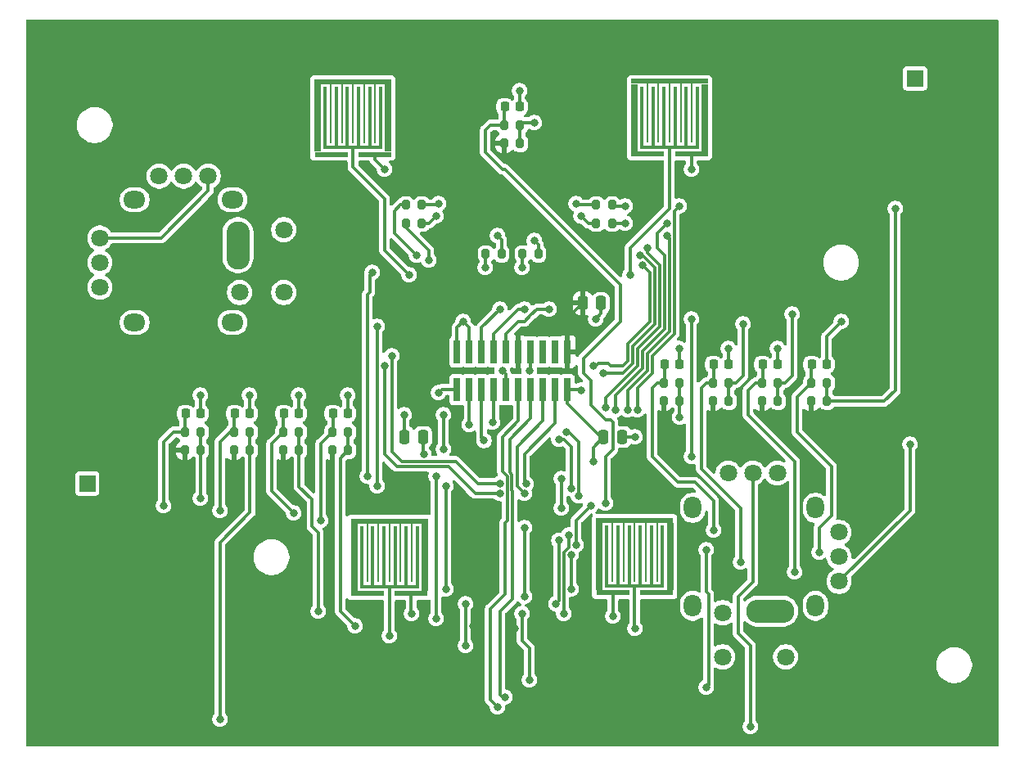
<source format=gbl>
%TF.GenerationSoftware,KiCad,Pcbnew,9.0.5*%
%TF.CreationDate,2025-11-15T17:59:51+00:00*%
%TF.ProjectId,gk-controls,676b2d63-6f6e-4747-926f-6c732e6b6963,rev?*%
%TF.SameCoordinates,Original*%
%TF.FileFunction,Copper,L2,Bot*%
%TF.FilePolarity,Positive*%
%FSLAX46Y46*%
G04 Gerber Fmt 4.6, Leading zero omitted, Abs format (unit mm)*
G04 Created by KiCad (PCBNEW 9.0.5) date 2025-11-15 17:59:51*
%MOMM*%
%LPD*%
G01*
G04 APERTURE LIST*
G04 Aperture macros list*
%AMRoundRect*
0 Rectangle with rounded corners*
0 $1 Rounding radius*
0 $2 $3 $4 $5 $6 $7 $8 $9 X,Y pos of 4 corners*
0 Add a 4 corners polygon primitive as box body*
4,1,4,$2,$3,$4,$5,$6,$7,$8,$9,$2,$3,0*
0 Add four circle primitives for the rounded corners*
1,1,$1+$1,$2,$3*
1,1,$1+$1,$4,$5*
1,1,$1+$1,$6,$7*
1,1,$1+$1,$8,$9*
0 Add four rect primitives between the rounded corners*
20,1,$1+$1,$2,$3,$4,$5,0*
20,1,$1+$1,$4,$5,$6,$7,0*
20,1,$1+$1,$6,$7,$8,$9,0*
20,1,$1+$1,$8,$9,$2,$3,0*%
G04 Aperture macros list end*
%TA.AperFunction,ComponentPad*%
%ADD10C,1.800000*%
%TD*%
%TA.AperFunction,ComponentPad*%
%ADD11O,5.000000X2.400000*%
%TD*%
%TA.AperFunction,ComponentPad*%
%ADD12O,1.800000X2.300000*%
%TD*%
%TA.AperFunction,ComponentPad*%
%ADD13R,1.700000X1.700000*%
%TD*%
%TA.AperFunction,ComponentPad*%
%ADD14O,2.400000X5.000000*%
%TD*%
%TA.AperFunction,ComponentPad*%
%ADD15O,2.300000X1.800000*%
%TD*%
%TA.AperFunction,SMDPad,CuDef*%
%ADD16RoundRect,0.200000X-0.200000X-0.275000X0.200000X-0.275000X0.200000X0.275000X-0.200000X0.275000X0*%
%TD*%
%TA.AperFunction,SMDPad,CuDef*%
%ADD17RoundRect,0.200000X0.200000X0.275000X-0.200000X0.275000X-0.200000X-0.275000X0.200000X-0.275000X0*%
%TD*%
%TA.AperFunction,SMDPad,CuDef*%
%ADD18R,0.675000X7.000000*%
%TD*%
%TA.AperFunction,SMDPad,CuDef*%
%ADD19R,0.250000X6.100000*%
%TD*%
%TA.AperFunction,SMDPad,CuDef*%
%ADD20R,3.492000X0.500000*%
%TD*%
%TA.AperFunction,SMDPad,CuDef*%
%ADD21R,8.000000X0.500000*%
%TD*%
%TA.AperFunction,SMDPad,CuDef*%
%ADD22R,0.400000X6.500000*%
%TD*%
%TA.AperFunction,SMDPad,CuDef*%
%ADD23R,0.400000X1.140000*%
%TD*%
%TA.AperFunction,SMDPad,CuDef*%
%ADD24R,6.150000X0.400000*%
%TD*%
%TA.AperFunction,SMDPad,CuDef*%
%ADD25R,0.740000X2.400000*%
%TD*%
%TA.AperFunction,SMDPad,CuDef*%
%ADD26RoundRect,0.225000X-0.225000X-0.250000X0.225000X-0.250000X0.225000X0.250000X-0.225000X0.250000X0*%
%TD*%
%TA.AperFunction,SMDPad,CuDef*%
%ADD27RoundRect,0.250000X-0.250000X-0.475000X0.250000X-0.475000X0.250000X0.475000X-0.250000X0.475000X0*%
%TD*%
%TA.AperFunction,ViaPad*%
%ADD28C,0.800000*%
%TD*%
%TA.AperFunction,Conductor*%
%ADD29C,0.304800*%
%TD*%
G04 APERTURE END LIST*
D10*
%TO.P,SW2,1,1*%
%TO.N,Net-(R3-Pad1)*%
X134962260Y-96924732D03*
D11*
%TO.P,SW2,2,2*%
%TO.N,GND*%
X133362260Y-92202732D03*
D10*
%TO.P,SW2,3,3*%
%TO.N,Net-(R3-Pad1)*%
X128459860Y-96924732D03*
%TO.P,SW2,4,4*%
%TO.N,GND*%
X128459860Y-92352732D03*
%TO.P,SW2,5*%
X140499460Y-84046932D03*
%TO.P,SW2,6*%
%TO.N,JOY_B_X*%
X140499460Y-86586932D03*
%TO.P,SW2,7*%
%TO.N,VDDA*%
X140499460Y-89126932D03*
%TO.P,SW2,8*%
%TO.N,GND*%
X129018660Y-77900132D03*
%TO.P,SW2,9*%
%TO.N,JOY_B_Y*%
X131558660Y-77900132D03*
%TO.P,SW2,10*%
%TO.N,VDDA*%
X134098660Y-77900132D03*
D12*
%TO.P,SW2,11,MOUNT_1*%
%TO.N,GND*%
X138061060Y-81506932D03*
%TO.P,SW2,12,MOUNT_2*%
X138061060Y-91641532D03*
%TO.P,SW2,13,MOUNT_3*%
X125361060Y-91641532D03*
%TO.P,SW2,14,MOUNT_4*%
X125361060Y-81506932D03*
%TD*%
D13*
%TO.P,H5,1,Pin_1*%
%TO.N,GND*%
X62738000Y-78994000D03*
%TD*%
D10*
%TO.P,SW1,1,1*%
%TO.N,Net-(R1-Pad1)*%
X83047260Y-52732532D03*
D14*
%TO.P,SW1,2,2*%
%TO.N,GND*%
X78325260Y-54332532D03*
D10*
%TO.P,SW1,3,3*%
%TO.N,Net-(R1-Pad1)*%
X83047260Y-59234932D03*
%TO.P,SW1,4,4*%
%TO.N,GND*%
X78475260Y-59234932D03*
%TO.P,SW1,5*%
X70169460Y-47195332D03*
%TO.P,SW1,6*%
%TO.N,JOY_A_X*%
X72709460Y-47195332D03*
%TO.P,SW1,7*%
%TO.N,VDDA*%
X75249460Y-47195332D03*
%TO.P,SW1,8*%
%TO.N,GND*%
X64022660Y-58676132D03*
%TO.P,SW1,9*%
%TO.N,JOY_A_Y*%
X64022660Y-56136132D03*
%TO.P,SW1,10*%
%TO.N,VDDA*%
X64022660Y-53596132D03*
D15*
%TO.P,SW1,11,MOUNT_1*%
%TO.N,GND*%
X67629460Y-49633732D03*
%TO.P,SW1,12,MOUNT_2*%
X77764060Y-49633732D03*
%TO.P,SW1,13,MOUNT_3*%
X77764060Y-62333732D03*
%TO.P,SW1,14,MOUNT_4*%
X67629460Y-62333732D03*
%TD*%
D13*
%TO.P,H6,1,Pin_1*%
%TO.N,GND*%
X148358660Y-37086132D03*
%TD*%
D16*
%TO.P,R21,1*%
%TO.N,+3V3*%
X72835000Y-75565000D03*
%TO.P,R21,2*%
%TO.N,ROT_A*%
X74485000Y-75565000D03*
%TD*%
D17*
%TO.P,R27,1*%
%TO.N,Net-(R23-Pad2)*%
X84645000Y-73660000D03*
%TO.P,R27,2*%
%TO.N,BTN_MCU_L*%
X82995000Y-73660000D03*
%TD*%
%TO.P,R25,1*%
%TO.N,ROT_A*%
X74485000Y-73660000D03*
%TO.P,R25,2*%
%TO.N,BTN_MCU_U*%
X72835000Y-73660000D03*
%TD*%
%TO.P,R28,1*%
%TO.N,Net-(R24-Pad2)*%
X89725000Y-73660000D03*
%TO.P,R28,2*%
%TO.N,BTN_MCU_R*%
X88075000Y-73660000D03*
%TD*%
D18*
%TO.P,SW_RB1,1,1*%
%TO.N,GND*%
X126621160Y-41136132D03*
D19*
X125258660Y-40686131D03*
D20*
X125212660Y-44886132D03*
D19*
X124108660Y-40686131D03*
X122958660Y-40686131D03*
D21*
X122958660Y-37386132D03*
D19*
X121808660Y-40686131D03*
D20*
X120704660Y-44886132D03*
D19*
X120658660Y-40686131D03*
D18*
X119296160Y-41136132D03*
D22*
%TO.P,SW_RB1,2,2*%
%TO.N,Net-(R30-Pad2)*%
X125833660Y-41136132D03*
X124683660Y-41136132D03*
X123533660Y-41136132D03*
D23*
X122958660Y-44591132D03*
D24*
X122958660Y-44186132D03*
D22*
X122383660Y-41136132D03*
X121233660Y-41136132D03*
X120083660Y-41136132D03*
%TD*%
D25*
%TO.P,J1,1,Pin_1*%
%TO.N,VDDA*%
X112395000Y-69260000D03*
%TO.P,J1,2,Pin_2*%
%TO.N,+3V3*%
X112395000Y-65360000D03*
%TO.P,J1,3,Pin_3*%
%TO.N,JOY_A_X*%
X111125000Y-69260000D03*
%TO.P,J1,4,Pin_4*%
%TO.N,I2C4_SDA_3V3*%
X111125000Y-65360000D03*
%TO.P,J1,5,Pin_5*%
%TO.N,JOY_A_Y*%
X109855000Y-69260000D03*
%TO.P,J1,6,Pin_6*%
%TO.N,I2C4_SCL_3V3*%
X109855000Y-65360000D03*
%TO.P,J1,7,Pin_7*%
%TO.N,JOY_B_X*%
X108585000Y-69260000D03*
%TO.P,J1,8,Pin_8*%
%TO.N,GND*%
X108585000Y-65360000D03*
%TO.P,J1,9,Pin_9*%
%TO.N,JOY_B_Y*%
X107315000Y-69260000D03*
%TO.P,J1,10,Pin_10*%
%TO.N,+3V3*%
X107315000Y-65360000D03*
%TO.P,J1,11,Pin_11*%
%TO.N,GND*%
X106045000Y-69260000D03*
%TO.P,J1,12,Pin_12*%
%TO.N,BTNLED_R*%
X106045000Y-65360000D03*
%TO.P,J1,13,Pin_13*%
%TO.N,VDDIO*%
X104775000Y-69260000D03*
%TO.P,J1,14,Pin_14*%
%TO.N,BTNLED_G*%
X104775000Y-65360000D03*
%TO.P,J1,15,Pin_15*%
%TO.N,I2C1_SDA*%
X103505000Y-69260000D03*
%TO.P,J1,16,Pin_16*%
%TO.N,BTNLED_B*%
X103505000Y-65360000D03*
%TO.P,J1,17,Pin_17*%
%TO.N,I2C1_SCL*%
X102235000Y-69260000D03*
%TO.P,J1,18,Pin_18*%
%TO.N,GND*%
X102235000Y-65360000D03*
%TO.P,J1,19,Pin_19*%
X100965000Y-69260000D03*
%TO.P,J1,20,Pin_20*%
X100965000Y-65360000D03*
%TD*%
D16*
%TO.P,R22,1*%
%TO.N,+3V3*%
X77915000Y-75565000D03*
%TO.P,R22,2*%
%TO.N,ROT_B*%
X79565000Y-75565000D03*
%TD*%
D26*
%TO.P,C12,1*%
%TO.N,BTN_MCU_A*%
X122415000Y-66675000D03*
%TO.P,C12,2*%
%TO.N,GND*%
X123965000Y-66675000D03*
%TD*%
D16*
%TO.P,R24,1*%
%TO.N,+3V3*%
X88075000Y-75565000D03*
%TO.P,R24,2*%
%TO.N,Net-(R24-Pad2)*%
X89725000Y-75565000D03*
%TD*%
D26*
%TO.P,C15,1*%
%TO.N,BTN_MCU_Y*%
X137655000Y-66675000D03*
%TO.P,C15,2*%
%TO.N,GND*%
X139205000Y-66675000D03*
%TD*%
D17*
%TO.P,R19,1*%
%TO.N,Net-(R15-Pad2)*%
X134175000Y-68580000D03*
%TO.P,R19,2*%
%TO.N,BTN_MCU_X*%
X132525000Y-68580000D03*
%TD*%
D16*
%TO.P,R13,1*%
%TO.N,+3V3*%
X122365000Y-70485000D03*
%TO.P,R13,2*%
%TO.N,Net-(R13-Pad2)*%
X124015000Y-70485000D03*
%TD*%
D17*
%TO.P,R18,1*%
%TO.N,Net-(R14-Pad2)*%
X129095000Y-68580000D03*
%TO.P,R18,2*%
%TO.N,BTN_MCU_B*%
X127445000Y-68580000D03*
%TD*%
D26*
%TO.P,C22,1*%
%TO.N,BTN_MCU_MENU*%
X105905000Y-40005000D03*
%TO.P,C22,2*%
%TO.N,GND*%
X107455000Y-40005000D03*
%TD*%
D18*
%TO.P,SW_LB1,1,1*%
%TO.N,GND*%
X93871160Y-41186132D03*
D19*
X92508660Y-40736131D03*
D20*
X92462660Y-44936132D03*
D19*
X91358660Y-40736131D03*
X90208660Y-40736131D03*
D21*
X90208660Y-37436132D03*
D19*
X89058660Y-40736131D03*
D20*
X87954660Y-44936132D03*
D19*
X87908660Y-40736131D03*
D18*
X86546160Y-41186132D03*
D22*
%TO.P,SW_LB1,2,2*%
%TO.N,Net-(R29-Pad2)*%
X93083660Y-41186132D03*
X91933660Y-41186132D03*
X90783660Y-41186132D03*
D23*
X90208660Y-44641132D03*
D24*
X90208660Y-44236132D03*
D22*
X89633660Y-41186132D03*
X88483660Y-41186132D03*
X87333660Y-41186132D03*
%TD*%
D17*
%TO.P,R34,1*%
%TO.N,Net-(R31-Pad2)*%
X107505000Y-41910000D03*
%TO.P,R34,2*%
%TO.N,BTN_MCU_MENU*%
X105855000Y-41910000D03*
%TD*%
D16*
%TO.P,R23,1*%
%TO.N,+3V3*%
X82995000Y-75565000D03*
%TO.P,R23,2*%
%TO.N,Net-(R23-Pad2)*%
X84645000Y-75565000D03*
%TD*%
D26*
%TO.P,C17,1*%
%TO.N,BTN_MCU_D*%
X77965000Y-71755000D03*
%TO.P,C17,2*%
%TO.N,GND*%
X79515000Y-71755000D03*
%TD*%
D16*
%TO.P,R10,1*%
%TO.N,Net-(D2-GK)*%
X115380000Y-52070000D03*
%TO.P,R10,2*%
%TO.N,Net-(U2-O4)*%
X117030000Y-52070000D03*
%TD*%
D27*
%TO.P,C2,1*%
%TO.N,VDDA*%
X116144000Y-74168000D03*
%TO.P,C2,2*%
%TO.N,GND*%
X118044000Y-74168000D03*
%TD*%
%TO.P,C1,1*%
%TO.N,+3V3*%
X113985000Y-60325000D03*
%TO.P,C1,2*%
%TO.N,GND*%
X115885000Y-60325000D03*
%TD*%
D17*
%TO.P,R26,1*%
%TO.N,ROT_B*%
X79565000Y-73660000D03*
%TO.P,R26,2*%
%TO.N,BTN_MCU_D*%
X77915000Y-73660000D03*
%TD*%
D26*
%TO.P,C19,1*%
%TO.N,BTN_MCU_R*%
X88125000Y-71755000D03*
%TO.P,C19,2*%
%TO.N,GND*%
X89675000Y-71755000D03*
%TD*%
%TO.P,C14,1*%
%TO.N,BTN_MCU_X*%
X132575000Y-66675000D03*
%TO.P,C14,2*%
%TO.N,GND*%
X134125000Y-66675000D03*
%TD*%
D17*
%TO.P,R6,1*%
%TO.N,Net-(D1-RK)*%
X105600000Y-55245000D03*
%TO.P,R6,2*%
%TO.N,Net-(U2-O1)*%
X103950000Y-55245000D03*
%TD*%
D18*
%TO.P,SW_RT1,1,1*%
%TO.N,GND*%
X123021160Y-86536132D03*
D19*
X121658660Y-86086131D03*
D20*
X121612660Y-90286132D03*
D19*
X120508660Y-86086131D03*
X119358660Y-86086131D03*
D21*
X119358660Y-82786132D03*
D19*
X118208660Y-86086131D03*
D20*
X117104660Y-90286132D03*
D19*
X117058660Y-86086131D03*
D18*
X115696160Y-86536132D03*
D22*
%TO.P,SW_RT1,2,2*%
%TO.N,Net-(R36-Pad2)*%
X122233660Y-86536132D03*
X121083660Y-86536132D03*
X119933660Y-86536132D03*
D23*
X119358660Y-89991132D03*
D24*
X119358660Y-89586132D03*
D22*
X118783660Y-86536132D03*
X117633660Y-86536132D03*
X116483660Y-86536132D03*
%TD*%
D27*
%TO.P,C3,1*%
%TO.N,VDDIO*%
X95570000Y-74168000D03*
%TO.P,C3,2*%
%TO.N,GND*%
X97470000Y-74168000D03*
%TD*%
D17*
%TO.P,R7,1*%
%TO.N,Net-(D1-GK)*%
X97345000Y-50165000D03*
%TO.P,R7,2*%
%TO.N,Net-(U2-O3)*%
X95695000Y-50165000D03*
%TD*%
D26*
%TO.P,C16,1*%
%TO.N,BTN_MCU_U*%
X72885000Y-71755000D03*
%TO.P,C16,2*%
%TO.N,GND*%
X74435000Y-71755000D03*
%TD*%
D17*
%TO.P,R17,1*%
%TO.N,Net-(R13-Pad2)*%
X124015000Y-68580000D03*
%TO.P,R17,2*%
%TO.N,BTN_MCU_A*%
X122365000Y-68580000D03*
%TD*%
D18*
%TO.P,SW_LT1,1,1*%
%TO.N,GND*%
X97655500Y-86614000D03*
D19*
X96293000Y-86163999D03*
D20*
X96247000Y-90364000D03*
D19*
X95143000Y-86163999D03*
X93993000Y-86163999D03*
D21*
X93993000Y-82864000D03*
D19*
X92843000Y-86163999D03*
D20*
X91739000Y-90364000D03*
D19*
X91693000Y-86163999D03*
D18*
X90330500Y-86614000D03*
D22*
%TO.P,SW_LT1,2,2*%
%TO.N,Net-(R35-Pad2)*%
X96868000Y-86614000D03*
X95718000Y-86614000D03*
X94568000Y-86614000D03*
D23*
X93993000Y-90069000D03*
D24*
X93993000Y-89664000D03*
D22*
X93418000Y-86614000D03*
X92268000Y-86614000D03*
X91118000Y-86614000D03*
%TD*%
D16*
%TO.P,R16,1*%
%TO.N,+3V3*%
X137605000Y-70485000D03*
%TO.P,R16,2*%
%TO.N,Net-(R16-Pad2)*%
X139255000Y-70485000D03*
%TD*%
%TO.P,R15,1*%
%TO.N,+3V3*%
X132525000Y-70485000D03*
%TO.P,R15,2*%
%TO.N,Net-(R15-Pad2)*%
X134175000Y-70485000D03*
%TD*%
D26*
%TO.P,C13,1*%
%TO.N,BTN_MCU_B*%
X127495000Y-66675000D03*
%TO.P,C13,2*%
%TO.N,GND*%
X129045000Y-66675000D03*
%TD*%
D17*
%TO.P,R20,1*%
%TO.N,Net-(R16-Pad2)*%
X139255000Y-68580000D03*
%TO.P,R20,2*%
%TO.N,BTN_MCU_Y*%
X137605000Y-68580000D03*
%TD*%
D16*
%TO.P,R31,1*%
%TO.N,+3V3*%
X105855000Y-43815000D03*
%TO.P,R31,2*%
%TO.N,Net-(R31-Pad2)*%
X107505000Y-43815000D03*
%TD*%
D17*
%TO.P,R9,1*%
%TO.N,Net-(D2-RK)*%
X109410000Y-55245000D03*
%TO.P,R9,2*%
%TO.N,Net-(U2-O2)*%
X107760000Y-55245000D03*
%TD*%
D26*
%TO.P,C18,1*%
%TO.N,BTN_MCU_L*%
X83045000Y-71755000D03*
%TO.P,C18,2*%
%TO.N,GND*%
X84595000Y-71755000D03*
%TD*%
D16*
%TO.P,R12,1*%
%TO.N,Net-(D2-BK)*%
X115380000Y-50165000D03*
%TO.P,R12,2*%
%TO.N,Net-(U2-O6)*%
X117030000Y-50165000D03*
%TD*%
D17*
%TO.P,R8,1*%
%TO.N,Net-(D1-BK)*%
X97345000Y-52070000D03*
%TO.P,R8,2*%
%TO.N,Net-(U2-O5)*%
X95695000Y-52070000D03*
%TD*%
D16*
%TO.P,R14,1*%
%TO.N,+3V3*%
X127445000Y-70485000D03*
%TO.P,R14,2*%
%TO.N,Net-(R14-Pad2)*%
X129095000Y-70485000D03*
%TD*%
D28*
%TO.N,GND*%
X74422000Y-69850000D03*
X99060000Y-69596000D03*
X84582000Y-69850000D03*
X108458000Y-67310000D03*
X96266000Y-92456000D03*
X117094000Y-92710000D03*
X129032000Y-65024000D03*
X134112000Y-65024000D03*
X140716000Y-62230000D03*
X89662000Y-69850000D03*
X123952000Y-65024000D03*
X115316000Y-61976000D03*
X107442000Y-38354000D03*
X93472000Y-46482000D03*
X125222000Y-46482000D03*
X119380000Y-74168000D03*
X97536000Y-75946000D03*
X101600000Y-62230000D03*
X105664000Y-67310000D03*
X79502000Y-69850000D03*
%TO.N,ROT_B*%
X76454000Y-103378000D03*
%TO.N,Net-(R30-Pad2)*%
X118872000Y-57404000D03*
%TO.N,ROT_A*%
X74422000Y-80518000D03*
%TO.N,+3V3*%
X100076000Y-54610000D03*
X92964000Y-58928000D03*
X120142000Y-97282000D03*
X108458000Y-52578000D03*
X92456000Y-53340000D03*
X106934000Y-93980000D03*
X115824000Y-58420000D03*
X102616000Y-93726000D03*
X110744000Y-75692000D03*
X97028000Y-68580000D03*
%TO.N,VDDA*%
X113792000Y-69342000D03*
X115062000Y-76708000D03*
X147828000Y-74930000D03*
%TO.N,VDDIO*%
X104648000Y-72644000D03*
X95504000Y-71882000D03*
X99568000Y-75438000D03*
X99568000Y-71882000D03*
%TO.N,JOY_A_X*%
X108142799Y-79038709D03*
X94234000Y-65786000D03*
X105410000Y-78994000D03*
%TO.N,JOY_A_Y*%
X93472000Y-66802000D03*
X105410000Y-80010000D03*
X107950000Y-80010000D03*
%TO.N,JOY_B_X*%
X105918000Y-101092000D03*
%TO.N,JOY_B_Y*%
X131318000Y-104140000D03*
X105156000Y-102108000D03*
%TO.N,BTN_MCU_JOY_A*%
X98806000Y-78232000D03*
X107950000Y-90678000D03*
X91694000Y-78232000D03*
X107950000Y-83566000D03*
X98806000Y-92964000D03*
X92202000Y-57150000D03*
%TO.N,BTN_MCU_JOY_B*%
X126746000Y-85852000D03*
X126746000Y-100076000D03*
%TO.N,BTN_MCU_A*%
X127508000Y-83820000D03*
%TO.N,BTN_MCU_B*%
X130302000Y-87122000D03*
%TO.N,BTN_MCU_X*%
X135890000Y-88138000D03*
%TO.N,BTN_MCU_Y*%
X138430000Y-86106000D03*
%TO.N,BTN_MCU_U*%
X70612000Y-81280000D03*
%TO.N,BTN_MCU_D*%
X76454000Y-81788000D03*
%TO.N,BTN_MCU_L*%
X84074000Y-82042000D03*
%TO.N,BTN_MCU_R*%
X86868000Y-82804000D03*
%TO.N,BTN_MCU_LB*%
X92710000Y-79248000D03*
X112776000Y-86360000D03*
X112776000Y-89916000D03*
X92710000Y-62738000D03*
X99822000Y-89916000D03*
X99822000Y-79248000D03*
%TO.N,BTN_MCU_RB*%
X113284000Y-85344000D03*
X114808002Y-81280000D03*
X125222000Y-76200000D03*
X125222000Y-61976000D03*
%TO.N,BTN_MCU_MENU*%
X116332000Y-81026000D03*
%TO.N,BTN_MCU_LT*%
X111503348Y-84876400D03*
X101854000Y-91440000D03*
X111211600Y-91440000D03*
X101854000Y-95758000D03*
%TO.N,BTN_MCU_RT*%
X112522000Y-84328000D03*
X107696000Y-92456000D03*
X112014000Y-92456000D03*
X108458000Y-99314000D03*
%TO.N,Net-(D1-BK)*%
X98806000Y-51308000D03*
%TO.N,Net-(D1-GK)*%
X99060000Y-50038000D03*
%TO.N,Net-(D1-RK)*%
X105156000Y-53340000D03*
%TO.N,Net-(D2-GK)*%
X113792000Y-51308000D03*
%TO.N,Net-(D2-RK)*%
X108966000Y-53848000D03*
%TO.N,Net-(D2-BK)*%
X113284000Y-50038000D03*
%TO.N,BTNLED_G*%
X107950000Y-60960000D03*
%TO.N,BTNLED_B*%
X105410000Y-60960000D03*
%TO.N,I2C1_SCL*%
X113538000Y-80264000D03*
X102235000Y-72898000D03*
X112268000Y-73700400D03*
%TO.N,I2C1_SDA*%
X111506000Y-74422000D03*
X112776000Y-79502000D03*
X103759000Y-74549000D03*
%TO.N,BTNLED_R*%
X110490000Y-60960000D03*
%TO.N,Net-(U2-O1)*%
X116078000Y-67564000D03*
X103886000Y-56642000D03*
X119888000Y-55372000D03*
%TO.N,Net-(U2-O3)*%
X116332000Y-71120000D03*
X96774000Y-55372000D03*
X120650000Y-54610000D03*
%TO.N,Net-(U2-O5)*%
X118618000Y-71374000D03*
X122682000Y-53340000D03*
X98044000Y-55880000D03*
%TO.N,Net-(U2-O2)*%
X107696000Y-56642000D03*
X115062000Y-66802000D03*
X120142000Y-56388000D03*
%TO.N,Net-(U2-O4)*%
X122682000Y-52070000D03*
X118364000Y-52070000D03*
X117348000Y-71374000D03*
%TO.N,Net-(U1-P1_7)*%
X111760000Y-78486000D03*
X111760000Y-81534000D03*
%TO.N,Net-(U2-O6)*%
X118364000Y-50292000D03*
X123952000Y-50292000D03*
X119634000Y-71374000D03*
%TO.N,Net-(R13-Pad2)*%
X124015000Y-72136000D03*
%TO.N,Net-(R14-Pad2)*%
X130556000Y-62484000D03*
%TO.N,Net-(R15-Pad2)*%
X135636000Y-61468000D03*
%TO.N,Net-(R16-Pad2)*%
X146304000Y-50546000D03*
%TO.N,Net-(R23-Pad2)*%
X86614000Y-92202000D03*
%TO.N,Net-(R24-Pad2)*%
X90424000Y-93726000D03*
%TO.N,Net-(R29-Pad2)*%
X96012000Y-57404000D03*
%TO.N,Net-(R31-Pad2)*%
X108966000Y-41656000D03*
%TO.N,Net-(R35-Pad2)*%
X93980000Y-94742000D03*
%TO.N,Net-(R36-Pad2)*%
X119380000Y-93980000D03*
%TD*%
D29*
%TO.N,GND*%
X89675000Y-71755000D02*
X89675000Y-69863000D01*
X96247000Y-92437000D02*
X96266000Y-92456000D01*
X125212660Y-44886132D02*
X125212660Y-46472660D01*
X107455000Y-38367000D02*
X107442000Y-38354000D01*
X100965000Y-65360000D02*
X100965000Y-62865000D01*
X106045000Y-67691000D02*
X105664000Y-67310000D01*
X134125000Y-66675000D02*
X134125000Y-65037000D01*
X107455000Y-40005000D02*
X107455000Y-38367000D01*
X79515000Y-69863000D02*
X79502000Y-69850000D01*
X79515000Y-71755000D02*
X79515000Y-69863000D01*
X100965000Y-62865000D02*
X101600000Y-62230000D01*
X134125000Y-65037000D02*
X134112000Y-65024000D01*
X100965000Y-69260000D02*
X99396000Y-69260000D01*
X129045000Y-65037000D02*
X129032000Y-65024000D01*
X92462660Y-44936132D02*
X92462660Y-45472660D01*
X97470000Y-75880000D02*
X97536000Y-75946000D01*
X97470000Y-74168000D02*
X97470000Y-75880000D01*
X117104660Y-92699340D02*
X117094000Y-92710000D01*
X117104660Y-90286132D02*
X117104660Y-92699340D01*
X123965000Y-65037000D02*
X123952000Y-65024000D01*
X102235000Y-62865000D02*
X101600000Y-62230000D01*
X102235000Y-65360000D02*
X102235000Y-62865000D01*
X74435000Y-71755000D02*
X74435000Y-69863000D01*
X89675000Y-69863000D02*
X89662000Y-69850000D01*
X115885000Y-61407000D02*
X115316000Y-61976000D01*
X108585000Y-67183000D02*
X108458000Y-67310000D01*
X106045000Y-69260000D02*
X106045000Y-67691000D01*
X125212660Y-46472660D02*
X125222000Y-46482000D01*
X84595000Y-69863000D02*
X84582000Y-69850000D01*
X96247000Y-90364000D02*
X96247000Y-92437000D01*
X92462660Y-45472660D02*
X93472000Y-46482000D01*
X129045000Y-66675000D02*
X129045000Y-65037000D01*
X115885000Y-60325000D02*
X115885000Y-61407000D01*
X99396000Y-69260000D02*
X99060000Y-69596000D01*
X74435000Y-69863000D02*
X74422000Y-69850000D01*
X139205000Y-63741000D02*
X140716000Y-62230000D01*
X118044000Y-74168000D02*
X119380000Y-74168000D01*
X84595000Y-71755000D02*
X84595000Y-69863000D01*
X123965000Y-66675000D02*
X123965000Y-65037000D01*
X139205000Y-66675000D02*
X139205000Y-63741000D01*
X108585000Y-65360000D02*
X108585000Y-67183000D01*
%TO.N,ROT_B*%
X76454000Y-85090000D02*
X79565000Y-81979000D01*
X79565000Y-81979000D02*
X79565000Y-75565000D01*
X79565000Y-75565000D02*
X79565000Y-73660000D01*
X76454000Y-103378000D02*
X76454000Y-85090000D01*
%TO.N,Net-(R30-Pad2)*%
X120396000Y-53086000D02*
X118872000Y-54610000D01*
X122958660Y-50523340D02*
X120396000Y-53086000D01*
X122958660Y-44591132D02*
X122958660Y-50523340D01*
X118872000Y-54610000D02*
X118872000Y-57404000D01*
%TO.N,ROT_A*%
X74485000Y-75565000D02*
X74485000Y-73660000D01*
X74422000Y-80518000D02*
X74422000Y-80264000D01*
X74422000Y-80264000D02*
X74485000Y-80201000D01*
X74485000Y-80201000D02*
X74485000Y-75565000D01*
%TO.N,+3V3*%
X112395000Y-65360000D02*
X112395000Y-61915000D01*
X112395000Y-61915000D02*
X113985000Y-60325000D01*
%TO.N,VDDA*%
X112395000Y-70739000D02*
X115824000Y-74168000D01*
X70355868Y-53596132D02*
X75249460Y-48702540D01*
X112395000Y-69260000D02*
X112395000Y-70739000D01*
X115062000Y-75250000D02*
X116144000Y-74168000D01*
X112395000Y-69260000D02*
X113710000Y-69260000D01*
X115062000Y-76708000D02*
X115062000Y-75250000D01*
X113710000Y-69260000D02*
X113792000Y-69342000D01*
X115824000Y-74168000D02*
X116144000Y-74168000D01*
X64022660Y-53596132D02*
X70355868Y-53596132D01*
X147828000Y-81798392D02*
X147828000Y-78994000D01*
X75249460Y-48702540D02*
X75249460Y-47195332D01*
X147828000Y-78994000D02*
X147828000Y-74930000D01*
X140499460Y-89126932D02*
X147828000Y-81798392D01*
%TO.N,VDDIO*%
X104775000Y-72517000D02*
X104648000Y-72644000D01*
X95504000Y-71882000D02*
X95504000Y-74102000D01*
X95504000Y-74102000D02*
X95570000Y-74168000D01*
X99568000Y-75438000D02*
X99568000Y-71882000D01*
X104775000Y-69260000D02*
X104775000Y-72517000D01*
%TO.N,JOY_A_X*%
X107950000Y-75946000D02*
X107950000Y-78845910D01*
X111125000Y-72771000D02*
X107950000Y-75946000D01*
X94234000Y-75692000D02*
X94234000Y-74168000D01*
X94742000Y-76200000D02*
X94234000Y-75692000D01*
X100838000Y-76708000D02*
X98552000Y-76708000D01*
X94234000Y-74168000D02*
X94234000Y-65786000D01*
X103124000Y-78994000D02*
X101600000Y-77470000D01*
X101600000Y-77470000D02*
X100838000Y-76708000D01*
X107950000Y-78845910D02*
X108142799Y-79038709D01*
X98552000Y-76708000D02*
X95250000Y-76708000D01*
X111125000Y-69260000D02*
X111125000Y-72771000D01*
X105410000Y-78994000D02*
X103124000Y-78994000D01*
X95250000Y-76708000D02*
X94742000Y-76200000D01*
%TO.N,JOY_A_Y*%
X105410000Y-80010000D02*
X102870000Y-80010000D01*
X100076000Y-77216000D02*
X99060000Y-77216000D01*
X93472000Y-75946000D02*
X93472000Y-75438000D01*
X102362000Y-79502000D02*
X100076000Y-77216000D01*
X99060000Y-77216000D02*
X94742000Y-77216000D01*
X94488000Y-76962000D02*
X93472000Y-75946000D01*
X107188000Y-79248000D02*
X107950000Y-80010000D01*
X107188000Y-75184000D02*
X107188000Y-79248000D01*
X109855000Y-72517000D02*
X107188000Y-75184000D01*
X102870000Y-80010000D02*
X102362000Y-79502000D01*
X94742000Y-77216000D02*
X94488000Y-76962000D01*
X93472000Y-75438000D02*
X93472000Y-66802000D01*
X109855000Y-69260000D02*
X109855000Y-72517000D01*
%TO.N,JOY_B_X*%
X106426000Y-74422000D02*
X106426000Y-77839422D01*
X105410000Y-100838000D02*
X105664000Y-101092000D01*
X106680000Y-90932000D02*
X105410000Y-92202000D01*
X105664000Y-101092000D02*
X105918000Y-101092000D01*
X106629199Y-79705199D02*
X106680000Y-79756000D01*
X105410000Y-92202000D02*
X105410000Y-100838000D01*
X106426000Y-77839422D02*
X106629199Y-78042621D01*
X108585000Y-72263000D02*
X106426000Y-74422000D01*
X108585000Y-69260000D02*
X108585000Y-72263000D01*
X106629199Y-78042621D02*
X106629199Y-79705199D01*
X106680000Y-79756000D02*
X106680000Y-90932000D01*
%TO.N,JOY_B_Y*%
X104394000Y-93218000D02*
X104394000Y-100838000D01*
X106172000Y-80264000D02*
X106172000Y-82804000D01*
X105664000Y-77724000D02*
X106172000Y-78232000D01*
X107315000Y-72517000D02*
X105664000Y-74168000D01*
X104394000Y-100838000D02*
X104394000Y-101346000D01*
X105918000Y-90424000D02*
X105410000Y-90932000D01*
X104394000Y-91948000D02*
X104394000Y-93218000D01*
X130048000Y-90678000D02*
X131558660Y-89167340D01*
X105410000Y-90932000D02*
X104394000Y-91948000D01*
X131318000Y-104140000D02*
X131318000Y-95758000D01*
X104394000Y-101346000D02*
X105156000Y-102108000D01*
X130048000Y-94488000D02*
X130048000Y-90678000D01*
X105664000Y-75946000D02*
X105664000Y-77724000D01*
X131318000Y-95758000D02*
X130048000Y-94488000D01*
X106172000Y-78232000D02*
X106172000Y-80264000D01*
X106172000Y-82804000D02*
X105918000Y-83058000D01*
X105664000Y-74168000D02*
X105664000Y-75946000D01*
X107315000Y-69260000D02*
X107315000Y-72517000D01*
X131558660Y-89167340D02*
X131558660Y-77900132D01*
X105918000Y-83058000D02*
X105918000Y-88900000D01*
X105918000Y-88900000D02*
X105918000Y-90424000D01*
%TO.N,BTN_MCU_JOY_A*%
X91948000Y-59182000D02*
X91948000Y-57404000D01*
X91694000Y-78232000D02*
X91694000Y-59436000D01*
X91694000Y-59436000D02*
X91948000Y-59182000D01*
X91948000Y-57404000D02*
X92202000Y-57150000D01*
X98806000Y-92964000D02*
X98806000Y-78232000D01*
X107950000Y-83566000D02*
X107950000Y-90678000D01*
%TO.N,BTN_MCU_JOY_B*%
X126746000Y-85852000D02*
X126746000Y-90170000D01*
X127000000Y-93218000D02*
X127000000Y-99822000D01*
X127000000Y-99822000D02*
X126746000Y-100076000D01*
X127000000Y-90424000D02*
X127000000Y-93218000D01*
X126746000Y-90170000D02*
X127000000Y-90424000D01*
%TO.N,BTN_MCU_A*%
X121158000Y-69088000D02*
X121666000Y-68580000D01*
X121666000Y-68580000D02*
X122365000Y-68580000D01*
X122415000Y-68530000D02*
X122365000Y-68580000D01*
X121158000Y-76200000D02*
X121158000Y-69088000D01*
X122415000Y-66675000D02*
X122415000Y-68530000D01*
X127508000Y-83820000D02*
X127508000Y-80772000D01*
X125603000Y-78867000D02*
X123825000Y-78867000D01*
X127508000Y-80772000D02*
X125603000Y-78867000D01*
X123825000Y-78867000D02*
X121158000Y-76200000D01*
%TO.N,BTN_MCU_B*%
X126746000Y-68580000D02*
X127445000Y-68580000D01*
X130302000Y-81534000D02*
X126238000Y-77470000D01*
X126238000Y-77470000D02*
X126238000Y-69088000D01*
X130302000Y-87122000D02*
X130302000Y-81534000D01*
X127495000Y-68530000D02*
X127445000Y-68580000D01*
X127495000Y-66675000D02*
X127495000Y-68530000D01*
X126238000Y-69088000D02*
X126746000Y-68580000D01*
%TO.N,BTN_MCU_X*%
X132575000Y-66675000D02*
X132575000Y-68530000D01*
X135890000Y-88138000D02*
X135890000Y-76708000D01*
X131064000Y-71882000D02*
X131064000Y-69342000D01*
X135890000Y-76708000D02*
X131064000Y-71882000D01*
X132575000Y-68530000D02*
X132525000Y-68580000D01*
X131064000Y-69342000D02*
X131826000Y-68580000D01*
X131826000Y-68580000D02*
X132525000Y-68580000D01*
%TO.N,BTN_MCU_Y*%
X136144000Y-70041000D02*
X137605000Y-68580000D01*
X138430000Y-86360000D02*
X138430000Y-83566000D01*
X139700000Y-77216000D02*
X136144000Y-73660000D01*
X139700000Y-82296000D02*
X139700000Y-77216000D01*
X137605000Y-68580000D02*
X137605000Y-66725000D01*
X138430000Y-83566000D02*
X139700000Y-82296000D01*
X137605000Y-66725000D02*
X137655000Y-66675000D01*
X136144000Y-73660000D02*
X136144000Y-70041000D01*
%TO.N,BTN_MCU_U*%
X70612000Y-81280000D02*
X70612000Y-74676000D01*
X70612000Y-74676000D02*
X71628000Y-73660000D01*
X72835000Y-71805000D02*
X72885000Y-71755000D01*
X72835000Y-73660000D02*
X72835000Y-71805000D01*
X71628000Y-73660000D02*
X72835000Y-73660000D01*
%TO.N,BTN_MCU_D*%
X77470000Y-73660000D02*
X77915000Y-73660000D01*
X76454000Y-81788000D02*
X76454000Y-74676000D01*
X77915000Y-71805000D02*
X77965000Y-71755000D01*
X77915000Y-73660000D02*
X77915000Y-71805000D01*
X76454000Y-74676000D02*
X77470000Y-73660000D01*
%TO.N,BTN_MCU_L*%
X81788000Y-74867000D02*
X81788000Y-79756000D01*
X82995000Y-71805000D02*
X83045000Y-71755000D01*
X81788000Y-79756000D02*
X84074000Y-82042000D01*
X82995000Y-73660000D02*
X82995000Y-71805000D01*
X82995000Y-73660000D02*
X81788000Y-74867000D01*
%TO.N,BTN_MCU_R*%
X88125000Y-71755000D02*
X88125000Y-73610000D01*
X86868000Y-74867000D02*
X86868000Y-82804000D01*
X88075000Y-73660000D02*
X86868000Y-74867000D01*
X88125000Y-73610000D02*
X88075000Y-73660000D01*
%TO.N,BTN_MCU_LB*%
X99822000Y-79248000D02*
X99822000Y-89916000D01*
X112776000Y-89916000D02*
X112776000Y-86360000D01*
X92710000Y-62738000D02*
X92710000Y-79248000D01*
%TO.N,BTN_MCU_RB*%
X113284000Y-82804002D02*
X114808002Y-81280000D01*
X113284000Y-85344000D02*
X113284000Y-82804002D01*
X125222000Y-76200000D02*
X125222000Y-61976000D01*
%TO.N,BTN_MCU_MENU*%
X103886000Y-42418000D02*
X103886000Y-44704000D01*
X103886000Y-44704000D02*
X105664000Y-46482000D01*
X114808000Y-68326000D02*
X114046000Y-67564000D01*
X105855000Y-41910000D02*
X104394000Y-41910000D01*
X117856000Y-62230000D02*
X114046000Y-66040000D01*
X104394000Y-41910000D02*
X103886000Y-42418000D01*
X117094000Y-72644000D02*
X117094000Y-75438000D01*
X105664000Y-46482000D02*
X105918000Y-46482000D01*
X117856000Y-58420000D02*
X117856000Y-62230000D01*
X105855000Y-41910000D02*
X105855000Y-40055000D01*
X114808000Y-70866000D02*
X114808000Y-68326000D01*
X105918000Y-46482000D02*
X117856000Y-58420000D01*
X116840000Y-72390000D02*
X117094000Y-72644000D01*
X116332000Y-76200000D02*
X116332000Y-81026000D01*
X114046000Y-66040000D02*
X114046000Y-67564000D01*
X117094000Y-75438000D02*
X116332000Y-76200000D01*
X105855000Y-40055000D02*
X105905000Y-40005000D01*
X114808000Y-70866000D02*
X116332000Y-72390000D01*
X116332000Y-72390000D02*
X116840000Y-72390000D01*
%TO.N,BTN_MCU_LT*%
X111506000Y-91145600D02*
X111211600Y-91440000D01*
X101854000Y-91440000D02*
X101854000Y-95758000D01*
X111506000Y-84879052D02*
X111506000Y-91145600D01*
X111503348Y-84876400D02*
X111506000Y-84879052D01*
%TO.N,BTN_MCU_RT*%
X112014000Y-86106000D02*
X112014000Y-86868000D01*
X112522000Y-84328000D02*
X112522000Y-85598000D01*
X112014000Y-86868000D02*
X112014000Y-92456000D01*
X108458000Y-96012000D02*
X108458000Y-96266000D01*
X112268000Y-85852000D02*
X112014000Y-86106000D01*
X107696000Y-92456000D02*
X107696000Y-95250000D01*
X108458000Y-96266000D02*
X108458000Y-99314000D01*
X112522000Y-85598000D02*
X112268000Y-85852000D01*
X107696000Y-95250000D02*
X108458000Y-96012000D01*
%TO.N,Net-(D1-BK)*%
X98044000Y-52070000D02*
X98806000Y-51308000D01*
X97345000Y-52070000D02*
X98044000Y-52070000D01*
%TO.N,Net-(D1-GK)*%
X98933000Y-50165000D02*
X99060000Y-50038000D01*
X97345000Y-50165000D02*
X98933000Y-50165000D01*
%TO.N,Net-(D1-RK)*%
X105600000Y-55245000D02*
X105600000Y-53784000D01*
X105600000Y-53784000D02*
X105156000Y-53340000D01*
%TO.N,Net-(D2-GK)*%
X114554000Y-52070000D02*
X113792000Y-51308000D01*
X115380000Y-52070000D02*
X114554000Y-52070000D01*
%TO.N,Net-(D2-RK)*%
X109410000Y-55245000D02*
X109410000Y-54292000D01*
X109410000Y-54292000D02*
X108966000Y-53848000D01*
%TO.N,Net-(D2-BK)*%
X115380000Y-50165000D02*
X113411000Y-50165000D01*
X113411000Y-50165000D02*
X113284000Y-50038000D01*
%TO.N,BTNLED_G*%
X104775000Y-63500000D02*
X106045000Y-62230000D01*
X106045000Y-62230000D02*
X107315000Y-60960000D01*
X104775000Y-65360000D02*
X104775000Y-63500000D01*
X107315000Y-60960000D02*
X107950000Y-60960000D01*
%TO.N,BTNLED_B*%
X103505000Y-65360000D02*
X103505000Y-62865000D01*
X103505000Y-62865000D02*
X105410000Y-60960000D01*
%TO.N,I2C1_SCL*%
X102235000Y-69260000D02*
X102235000Y-72898000D01*
X113538000Y-74676000D02*
X112562400Y-73700400D01*
X113538000Y-80264000D02*
X113538000Y-74676000D01*
X112562400Y-73700400D02*
X112268000Y-73700400D01*
%TO.N,I2C1_SDA*%
X103505000Y-69260000D02*
X103505000Y-74295000D01*
X112776000Y-75184000D02*
X112014000Y-74422000D01*
X112014000Y-74422000D02*
X111506000Y-74422000D01*
X112776000Y-79502000D02*
X112776000Y-75184000D01*
X103505000Y-74295000D02*
X103759000Y-74549000D01*
%TO.N,BTNLED_R*%
X106045000Y-65360000D02*
X106045000Y-63500000D01*
X107315000Y-62230000D02*
X107950000Y-62230000D01*
X107950000Y-62230000D02*
X108585000Y-61595000D01*
X106045000Y-63500000D02*
X107315000Y-62230000D01*
X109220000Y-60960000D02*
X110490000Y-60960000D01*
X108585000Y-61595000D02*
X109220000Y-60960000D01*
%TO.N,Net-(U2-O1)*%
X119126000Y-64770000D02*
X119380000Y-64516000D01*
X119380000Y-64516000D02*
X121412000Y-62484000D01*
X103886000Y-56642000D02*
X103886000Y-55309000D01*
X118110000Y-67564000D02*
X119126000Y-66548000D01*
X119126000Y-66548000D02*
X119126000Y-64770000D01*
X121412000Y-56642000D02*
X120142000Y-55372000D01*
X120142000Y-55372000D02*
X119888000Y-55372000D01*
X103886000Y-55309000D02*
X103950000Y-55245000D01*
X121412000Y-62484000D02*
X121412000Y-61976000D01*
X121412000Y-61976000D02*
X121412000Y-56642000D01*
X116078000Y-67564000D02*
X118110000Y-67564000D01*
%TO.N,Net-(U2-O3)*%
X117094000Y-69342000D02*
X119634000Y-66802000D01*
X94488000Y-50800000D02*
X95123000Y-50165000D01*
X119634000Y-65024000D02*
X119888000Y-64770000D01*
X96774000Y-55372000D02*
X94488000Y-53086000D01*
X120650000Y-55118000D02*
X120650000Y-54610000D01*
X119888000Y-64770000D02*
X121920000Y-62738000D01*
X121920000Y-62738000D02*
X121920000Y-61722000D01*
X116332000Y-71120000D02*
X116332000Y-70104000D01*
X121920000Y-56388000D02*
X120650000Y-55118000D01*
X116332000Y-70104000D02*
X117094000Y-69342000D01*
X119634000Y-66802000D02*
X119634000Y-66294000D01*
X95123000Y-50165000D02*
X95695000Y-50165000D01*
X121920000Y-61722000D02*
X121920000Y-56388000D01*
X94488000Y-53086000D02*
X94488000Y-50800000D01*
X119634000Y-66294000D02*
X119634000Y-65024000D01*
%TO.N,Net-(U2-O5)*%
X120650000Y-67310000D02*
X120650000Y-66040000D01*
X121158000Y-65024000D02*
X122936000Y-63246000D01*
X122936000Y-63246000D02*
X122936000Y-62738000D01*
X98044000Y-54864000D02*
X95695000Y-52515000D01*
X118618000Y-69342000D02*
X119634000Y-68326000D01*
X122936000Y-53594000D02*
X122682000Y-53340000D01*
X98044000Y-55880000D02*
X98044000Y-54864000D01*
X118618000Y-71374000D02*
X118618000Y-69342000D01*
X119634000Y-68326000D02*
X120650000Y-67310000D01*
X122936000Y-54864000D02*
X122936000Y-53594000D01*
X122936000Y-62738000D02*
X122936000Y-54864000D01*
X95695000Y-52515000D02*
X95695000Y-52070000D01*
X120650000Y-65532000D02*
X121158000Y-65024000D01*
X120650000Y-66040000D02*
X120650000Y-65532000D01*
%TO.N,Net-(U2-O2)*%
X120904000Y-62230000D02*
X120904000Y-61722000D01*
X118618000Y-66040000D02*
X118618000Y-64516000D01*
X115062000Y-66802000D02*
X115316000Y-66802000D01*
X120904000Y-61722000D02*
X120904000Y-57150000D01*
X107696000Y-55309000D02*
X107760000Y-55245000D01*
X116840000Y-66802000D02*
X118110000Y-66802000D01*
X115316000Y-66802000D02*
X115570000Y-66548000D01*
X116586000Y-66548000D02*
X116840000Y-66802000D01*
X118872000Y-64262000D02*
X120904000Y-62230000D01*
X118110000Y-66802000D02*
X118364000Y-66548000D01*
X120904000Y-57150000D02*
X120142000Y-56388000D01*
X118618000Y-64516000D02*
X118872000Y-64262000D01*
X118618000Y-66294000D02*
X118618000Y-66040000D01*
X118364000Y-66548000D02*
X118618000Y-66294000D01*
X115570000Y-66548000D02*
X116586000Y-66548000D01*
X107696000Y-56642000D02*
X107696000Y-55309000D01*
%TO.N,Net-(U2-O4)*%
X121920000Y-54864000D02*
X121666000Y-54610000D01*
X118618000Y-68580000D02*
X120142000Y-67056000D01*
X120142000Y-65278000D02*
X120650000Y-64770000D01*
X120650000Y-64770000D02*
X122428000Y-62992000D01*
X120142000Y-66548000D02*
X120142000Y-65278000D01*
X122428000Y-55880000D02*
X122428000Y-55372000D01*
X121666000Y-53086000D02*
X122682000Y-52070000D01*
X122428000Y-62992000D02*
X122428000Y-61976000D01*
X121666000Y-54610000D02*
X121666000Y-53086000D01*
X122428000Y-55372000D02*
X121920000Y-54864000D01*
X122428000Y-61976000D02*
X122428000Y-55880000D01*
X118364000Y-52070000D02*
X117030000Y-52070000D01*
X120142000Y-67056000D02*
X120142000Y-66548000D01*
X117348000Y-69850000D02*
X118618000Y-68580000D01*
X117348000Y-71374000D02*
X117348000Y-69850000D01*
%TO.N,Net-(U1-P1_7)*%
X111760000Y-81534000D02*
X111760000Y-78486000D01*
%TO.N,Net-(U2-O6)*%
X121158000Y-66040000D02*
X121158000Y-65786000D01*
X121920000Y-65024000D02*
X123444000Y-63500000D01*
X123444000Y-50800000D02*
X123952000Y-50292000D01*
X121158000Y-65786000D02*
X121920000Y-65024000D01*
X117157000Y-50292000D02*
X117030000Y-50165000D01*
X123444000Y-53340000D02*
X123444000Y-50800000D01*
X119634000Y-71374000D02*
X119634000Y-69088000D01*
X120396000Y-68326000D02*
X121158000Y-67564000D01*
X121158000Y-67564000D02*
X121158000Y-66040000D01*
X123444000Y-63500000D02*
X123444000Y-53340000D01*
X118364000Y-50292000D02*
X117157000Y-50292000D01*
X119634000Y-69088000D02*
X120396000Y-68326000D01*
%TO.N,Net-(R13-Pad2)*%
X124015000Y-70485000D02*
X124015000Y-72136000D01*
X124015000Y-68580000D02*
X124015000Y-70485000D01*
%TO.N,Net-(R14-Pad2)*%
X129794000Y-68580000D02*
X129095000Y-68580000D01*
X130556000Y-67818000D02*
X129794000Y-68580000D01*
X130556000Y-62484000D02*
X130556000Y-67818000D01*
X129095000Y-68580000D02*
X129095000Y-70485000D01*
%TO.N,Net-(R15-Pad2)*%
X134175000Y-68580000D02*
X134175000Y-70485000D01*
X134874000Y-68580000D02*
X134175000Y-68580000D01*
X135636000Y-67818000D02*
X134874000Y-68580000D01*
X135636000Y-61468000D02*
X135636000Y-67818000D01*
%TO.N,Net-(R16-Pad2)*%
X146304000Y-50546000D02*
X146304000Y-69342000D01*
X146304000Y-69342000D02*
X145161000Y-70485000D01*
X139255000Y-68580000D02*
X139255000Y-70485000D01*
X145161000Y-70485000D02*
X139255000Y-70485000D01*
%TO.N,Net-(R23-Pad2)*%
X84645000Y-79311000D02*
X85979000Y-80645000D01*
X84645000Y-75565000D02*
X84645000Y-79311000D01*
X85979000Y-83439000D02*
X86614000Y-84074000D01*
X86614000Y-84074000D02*
X86614000Y-92202000D01*
X85979000Y-80645000D02*
X85979000Y-83439000D01*
X84645000Y-75565000D02*
X84645000Y-73660000D01*
%TO.N,Net-(R24-Pad2)*%
X88900000Y-92202000D02*
X88900000Y-76390000D01*
X90424000Y-93726000D02*
X88900000Y-92202000D01*
X88900000Y-76390000D02*
X89725000Y-75565000D01*
X89725000Y-73660000D02*
X89725000Y-75565000D01*
%TO.N,Net-(R29-Pad2)*%
X90208660Y-44641132D02*
X90208660Y-46266660D01*
X90208660Y-46266660D02*
X93472000Y-49530000D01*
X93472000Y-49530000D02*
X93472000Y-54864000D01*
X93472000Y-54864000D02*
X96012000Y-57404000D01*
%TO.N,Net-(R31-Pad2)*%
X108966000Y-41656000D02*
X107759000Y-41656000D01*
X107759000Y-41656000D02*
X107505000Y-41910000D01*
X107505000Y-43815000D02*
X107505000Y-41910000D01*
%TO.N,Net-(R35-Pad2)*%
X93993000Y-94729000D02*
X93980000Y-94742000D01*
X93993000Y-90069000D02*
X93993000Y-94729000D01*
%TO.N,Net-(R36-Pad2)*%
X119358660Y-93958660D02*
X119380000Y-93980000D01*
X119358660Y-89991132D02*
X119358660Y-93958660D01*
%TD*%
%TA.AperFunction,Conductor*%
%TO.N,+3V3*%
G36*
X156903800Y-31000784D02*
G01*
X156959216Y-31056200D01*
X156979500Y-31131900D01*
X156979500Y-106028100D01*
X156959216Y-106103800D01*
X156903800Y-106159216D01*
X156828100Y-106179500D01*
X56531900Y-106179500D01*
X56456200Y-106159216D01*
X56400784Y-106103800D01*
X56380500Y-106028100D01*
X56380500Y-81201158D01*
X69811500Y-81201158D01*
X69811500Y-81358841D01*
X69842263Y-81513499D01*
X69902605Y-81659177D01*
X69902605Y-81659178D01*
X69905040Y-81662821D01*
X69990211Y-81790289D01*
X70101711Y-81901789D01*
X70232821Y-81989394D01*
X70371762Y-82046945D01*
X70378501Y-82049736D01*
X70378502Y-82049736D01*
X70378503Y-82049737D01*
X70533158Y-82080500D01*
X70690842Y-82080500D01*
X70845497Y-82049737D01*
X70991179Y-81989394D01*
X71122289Y-81901789D01*
X71233789Y-81790289D01*
X71287999Y-81709158D01*
X75653500Y-81709158D01*
X75653500Y-81866842D01*
X75661285Y-81905980D01*
X75684263Y-82021499D01*
X75744605Y-82167177D01*
X75744605Y-82167178D01*
X75831878Y-82297791D01*
X75832211Y-82298289D01*
X75943711Y-82409789D01*
X76074821Y-82497394D01*
X76207350Y-82552289D01*
X76220501Y-82557736D01*
X76220502Y-82557736D01*
X76220503Y-82557737D01*
X76375158Y-82588500D01*
X76532842Y-82588500D01*
X76687497Y-82557737D01*
X76833179Y-82497394D01*
X76964289Y-82409789D01*
X77075789Y-82298289D01*
X77076123Y-82297790D01*
X77126782Y-82221972D01*
X77163394Y-82167179D01*
X77223737Y-82021497D01*
X77254500Y-81866842D01*
X77254500Y-81709158D01*
X77223737Y-81554503D01*
X77163394Y-81408821D01*
X77075789Y-81277711D01*
X77051244Y-81253166D01*
X77012059Y-81185295D01*
X77006900Y-81146110D01*
X77006900Y-76487361D01*
X77027184Y-76411661D01*
X77082600Y-76356245D01*
X77158300Y-76335961D01*
X77234000Y-76356245D01*
X77265356Y-76380305D01*
X77280123Y-76395072D01*
X77425600Y-76483017D01*
X77425599Y-76483017D01*
X77587894Y-76533590D01*
X77587897Y-76533591D01*
X77658429Y-76539999D01*
X77664999Y-76539999D01*
X77665000Y-76539998D01*
X77665000Y-75716400D01*
X77685284Y-75640700D01*
X77740700Y-75585284D01*
X77816400Y-75565000D01*
X78013600Y-75565000D01*
X78089300Y-75585284D01*
X78144716Y-75640700D01*
X78165000Y-75716400D01*
X78165000Y-76539999D01*
X78171571Y-76539999D01*
X78242100Y-76533591D01*
X78242104Y-76533590D01*
X78404399Y-76483017D01*
X78549876Y-76395072D01*
X78670071Y-76274877D01*
X78675097Y-76266564D01*
X78688326Y-76253856D01*
X78697477Y-76237962D01*
X78716097Y-76227181D01*
X78731617Y-76212274D01*
X78749427Y-76207884D01*
X78765300Y-76198694D01*
X78786817Y-76198667D01*
X78807710Y-76193518D01*
X78825327Y-76198620D01*
X78843670Y-76198598D01*
X78857795Y-76208023D01*
X78882987Y-76215320D01*
X78911589Y-76237700D01*
X78918677Y-76244771D01*
X78936718Y-76268282D01*
X78960669Y-76286660D01*
X78967625Y-76293599D01*
X78982500Y-76319291D01*
X79000574Y-76342844D01*
X79002896Y-76354519D01*
X79006893Y-76361422D01*
X79006909Y-76374691D01*
X79012100Y-76400786D01*
X79012100Y-81687269D01*
X78991816Y-81762969D01*
X78967756Y-81794325D01*
X76011570Y-84750510D01*
X75984159Y-84797988D01*
X75982631Y-84800635D01*
X75938779Y-84876588D01*
X75938779Y-84876589D01*
X75934429Y-84892822D01*
X75934428Y-84892825D01*
X75901100Y-85017207D01*
X75901100Y-102736110D01*
X75880816Y-102811810D01*
X75856756Y-102843166D01*
X75832211Y-102867710D01*
X75832210Y-102867711D01*
X75744605Y-102998821D01*
X75744605Y-102998822D01*
X75684263Y-103144500D01*
X75653500Y-103299158D01*
X75653500Y-103456841D01*
X75684263Y-103611499D01*
X75744605Y-103757177D01*
X75744605Y-103757178D01*
X75832210Y-103888288D01*
X75943711Y-103999789D01*
X76074821Y-104087394D01*
X76220501Y-104147736D01*
X76220502Y-104147736D01*
X76220503Y-104147737D01*
X76375158Y-104178500D01*
X76532842Y-104178500D01*
X76687497Y-104147737D01*
X76833179Y-104087394D01*
X76964289Y-103999789D01*
X77075789Y-103888289D01*
X77163394Y-103757179D01*
X77223737Y-103611497D01*
X77254500Y-103456842D01*
X77254500Y-103299158D01*
X77223737Y-103144503D01*
X77163394Y-102998821D01*
X77075789Y-102867711D01*
X77051244Y-102843166D01*
X77012059Y-102775295D01*
X77006900Y-102736110D01*
X77006900Y-86492712D01*
X79937500Y-86492712D01*
X79937500Y-86735288D01*
X79969162Y-86975789D01*
X80029465Y-87200842D01*
X80031946Y-87210099D01*
X80031949Y-87210108D01*
X80124770Y-87434200D01*
X80124777Y-87434214D01*
X80246063Y-87644288D01*
X80393727Y-87836728D01*
X80393736Y-87836739D01*
X80565260Y-88008263D01*
X80565271Y-88008272D01*
X80631587Y-88059158D01*
X80757711Y-88155936D01*
X80967788Y-88277224D01*
X80967793Y-88277226D01*
X80967799Y-88277229D01*
X81106703Y-88334764D01*
X81191900Y-88370054D01*
X81426211Y-88432838D01*
X81635049Y-88460331D01*
X81666711Y-88464500D01*
X81666712Y-88464500D01*
X81909289Y-88464500D01*
X81937267Y-88460816D01*
X82149789Y-88432838D01*
X82384100Y-88370054D01*
X82608212Y-88277224D01*
X82818289Y-88155936D01*
X83010738Y-88008265D01*
X83182265Y-87836738D01*
X83329936Y-87644289D01*
X83451224Y-87434212D01*
X83544054Y-87210100D01*
X83606838Y-86975789D01*
X83638500Y-86735288D01*
X83638500Y-86492712D01*
X83637429Y-86484580D01*
X83624561Y-86386834D01*
X83606838Y-86252211D01*
X83544054Y-86017900D01*
X83483829Y-85872503D01*
X83451229Y-85793799D01*
X83451226Y-85793793D01*
X83451224Y-85793788D01*
X83329936Y-85583711D01*
X83182265Y-85391262D01*
X83010738Y-85219735D01*
X82971930Y-85189957D01*
X82818288Y-85072063D01*
X82608214Y-84950777D01*
X82608200Y-84950770D01*
X82384108Y-84857949D01*
X82384104Y-84857947D01*
X82384100Y-84857946D01*
X82149789Y-84795162D01*
X81909289Y-84763500D01*
X81909288Y-84763500D01*
X81666712Y-84763500D01*
X81666711Y-84763500D01*
X81426210Y-84795162D01*
X81191900Y-84857946D01*
X81191891Y-84857949D01*
X80967799Y-84950770D01*
X80967785Y-84950777D01*
X80757711Y-85072063D01*
X80565271Y-85219727D01*
X80565260Y-85219736D01*
X80393736Y-85391260D01*
X80393727Y-85391271D01*
X80246063Y-85583711D01*
X80124777Y-85793785D01*
X80124770Y-85793799D01*
X80031949Y-86017891D01*
X80031946Y-86017900D01*
X79969162Y-86252210D01*
X79938571Y-86484580D01*
X79937500Y-86492712D01*
X77006900Y-86492712D01*
X77006900Y-85381730D01*
X77027184Y-85306030D01*
X77051244Y-85274674D01*
X78465330Y-83860588D01*
X80007430Y-82318489D01*
X80019092Y-82298289D01*
X80080221Y-82192411D01*
X80108825Y-82085659D01*
X80117900Y-82051792D01*
X80117900Y-76400786D01*
X80138184Y-76325086D01*
X80177137Y-76280670D01*
X80193282Y-76268282D01*
X80289536Y-76142841D01*
X80298518Y-76121158D01*
X80350044Y-75996762D01*
X80353438Y-75970981D01*
X80365500Y-75879361D01*
X80365499Y-75250640D01*
X80359425Y-75204503D01*
X80350044Y-75133238D01*
X80350043Y-75133235D01*
X80289537Y-74987160D01*
X80210764Y-74884501D01*
X80210763Y-74884500D01*
X80193282Y-74861718D01*
X80169440Y-74843424D01*
X80162563Y-74836587D01*
X80147575Y-74810806D01*
X80134840Y-74794209D01*
X81235100Y-74794209D01*
X81235100Y-79828791D01*
X81238502Y-79841488D01*
X81247621Y-79875520D01*
X81272777Y-79969409D01*
X81272779Y-79969412D01*
X81300381Y-80017220D01*
X81345570Y-80095489D01*
X81345572Y-80095491D01*
X81457138Y-80207057D01*
X81457144Y-80207062D01*
X83229156Y-81979074D01*
X83268341Y-82046945D01*
X83273500Y-82086130D01*
X83273500Y-82120842D01*
X83280533Y-82156200D01*
X83304263Y-82275499D01*
X83364605Y-82421177D01*
X83364605Y-82421178D01*
X83449709Y-82548544D01*
X83452211Y-82552289D01*
X83563711Y-82663789D01*
X83694821Y-82751394D01*
X83810110Y-82799148D01*
X83840501Y-82811736D01*
X83840502Y-82811736D01*
X83840503Y-82811737D01*
X83995158Y-82842500D01*
X84152842Y-82842500D01*
X84307497Y-82811737D01*
X84453179Y-82751394D01*
X84584289Y-82663789D01*
X84695789Y-82552289D01*
X84783394Y-82421179D01*
X84843737Y-82275497D01*
X84874500Y-82120842D01*
X84874500Y-81963158D01*
X84843737Y-81808503D01*
X84837864Y-81794325D01*
X84802587Y-81709158D01*
X84783394Y-81662821D01*
X84695789Y-81531711D01*
X84584289Y-81420211D01*
X84567245Y-81408822D01*
X84453178Y-81332605D01*
X84307498Y-81272263D01*
X84307500Y-81272263D01*
X84152842Y-81241500D01*
X84118130Y-81241500D01*
X84042430Y-81221216D01*
X84011074Y-81197156D01*
X82385244Y-79571326D01*
X82346059Y-79503455D01*
X82340900Y-79464270D01*
X82340900Y-76637453D01*
X82361184Y-76561753D01*
X82416600Y-76506337D01*
X82492300Y-76486053D01*
X82537343Y-76492909D01*
X82667888Y-76533589D01*
X82667897Y-76533591D01*
X82738429Y-76539999D01*
X82744999Y-76539999D01*
X82745000Y-76539998D01*
X82745000Y-75716400D01*
X82765284Y-75640700D01*
X82820700Y-75585284D01*
X82896400Y-75565000D01*
X83093600Y-75565000D01*
X83169300Y-75585284D01*
X83224716Y-75640700D01*
X83245000Y-75716400D01*
X83245000Y-76539999D01*
X83251571Y-76539999D01*
X83322100Y-76533591D01*
X83322104Y-76533590D01*
X83484399Y-76483017D01*
X83629876Y-76395072D01*
X83750071Y-76274877D01*
X83755097Y-76266564D01*
X83768326Y-76253856D01*
X83777477Y-76237962D01*
X83796097Y-76227181D01*
X83811617Y-76212274D01*
X83829427Y-76207884D01*
X83845300Y-76198694D01*
X83866817Y-76198667D01*
X83887710Y-76193518D01*
X83905327Y-76198620D01*
X83923670Y-76198598D01*
X83937795Y-76208023D01*
X83962987Y-76215320D01*
X83991589Y-76237700D01*
X83998677Y-76244771D01*
X84016718Y-76268282D01*
X84040669Y-76286660D01*
X84047625Y-76293599D01*
X84062500Y-76319291D01*
X84080574Y-76342844D01*
X84082896Y-76354519D01*
X84086893Y-76361422D01*
X84086909Y-76374691D01*
X84092100Y-76400786D01*
X84092100Y-79383791D01*
X84101775Y-79419900D01*
X84101776Y-79419903D01*
X84129778Y-79524411D01*
X84159455Y-79575812D01*
X84166174Y-79587450D01*
X84202570Y-79650489D01*
X84202572Y-79650491D01*
X84314138Y-79762057D01*
X84314144Y-79762062D01*
X85381756Y-80829674D01*
X85420941Y-80897545D01*
X85426100Y-80936730D01*
X85426100Y-83511792D01*
X85429419Y-83524179D01*
X85430309Y-83527500D01*
X85442698Y-83573737D01*
X85461750Y-83644842D01*
X85463779Y-83652412D01*
X85494840Y-83706211D01*
X85536570Y-83778489D01*
X85536571Y-83778490D01*
X85648138Y-83890057D01*
X85648144Y-83890062D01*
X86016756Y-84258674D01*
X86055941Y-84326545D01*
X86061100Y-84365730D01*
X86061100Y-91560110D01*
X86040816Y-91635810D01*
X86016756Y-91667166D01*
X85992211Y-91691710D01*
X85992210Y-91691711D01*
X85904605Y-91822821D01*
X85904605Y-91822822D01*
X85844263Y-91968500D01*
X85813500Y-92123158D01*
X85813500Y-92280841D01*
X85844263Y-92435499D01*
X85904605Y-92581177D01*
X85904605Y-92581178D01*
X85952637Y-92653062D01*
X85992211Y-92712289D01*
X86103711Y-92823789D01*
X86234821Y-92911394D01*
X86367350Y-92966289D01*
X86380501Y-92971736D01*
X86380502Y-92971736D01*
X86380503Y-92971737D01*
X86535158Y-93002500D01*
X86692842Y-93002500D01*
X86847497Y-92971737D01*
X86993179Y-92911394D01*
X87124289Y-92823789D01*
X87235789Y-92712289D01*
X87323394Y-92581179D01*
X87383737Y-92435497D01*
X87414500Y-92280842D01*
X87414500Y-92123158D01*
X87383737Y-91968503D01*
X87323394Y-91822821D01*
X87235789Y-91691711D01*
X87211244Y-91667166D01*
X87172059Y-91599295D01*
X87166900Y-91560110D01*
X87166900Y-84159002D01*
X87166901Y-84158989D01*
X87166901Y-84001211D01*
X87164909Y-83993778D01*
X87129221Y-83860588D01*
X87104466Y-83817711D01*
X87076539Y-83769339D01*
X87056255Y-83693639D01*
X87076539Y-83617939D01*
X87131955Y-83562523D01*
X87149707Y-83553767D01*
X87247179Y-83513394D01*
X87378289Y-83425789D01*
X87489789Y-83314289D01*
X87577394Y-83183179D01*
X87637737Y-83037497D01*
X87668500Y-82882842D01*
X87668500Y-82725158D01*
X87637737Y-82570503D01*
X87634225Y-82562025D01*
X87603852Y-82488696D01*
X87577394Y-82424821D01*
X87489789Y-82293711D01*
X87465244Y-82269166D01*
X87426059Y-82201295D01*
X87420900Y-82162110D01*
X87420900Y-76637453D01*
X87441184Y-76561753D01*
X87496600Y-76506337D01*
X87572300Y-76486053D01*
X87617343Y-76492909D01*
X87747888Y-76533589D01*
X87747897Y-76533591D01*
X87818429Y-76539999D01*
X87824999Y-76539999D01*
X87825000Y-76539998D01*
X87825000Y-75716400D01*
X87845284Y-75640700D01*
X87900700Y-75585284D01*
X87976400Y-75565000D01*
X88173600Y-75565000D01*
X88249300Y-75585284D01*
X88304716Y-75640700D01*
X88325000Y-75716400D01*
X88325000Y-76556283D01*
X88341941Y-76585626D01*
X88347100Y-76624811D01*
X88347100Y-92274791D01*
X88348219Y-92278968D01*
X88348779Y-92281058D01*
X88384777Y-92415408D01*
X88384779Y-92415412D01*
X88396954Y-92436499D01*
X88457569Y-92541487D01*
X88457569Y-92541488D01*
X88569138Y-92653057D01*
X88569144Y-92653062D01*
X89579156Y-93663074D01*
X89618341Y-93730945D01*
X89623500Y-93770130D01*
X89623500Y-93804841D01*
X89654263Y-93959499D01*
X89714605Y-94105177D01*
X89714605Y-94105178D01*
X89801654Y-94235455D01*
X89802211Y-94236289D01*
X89913711Y-94347789D01*
X90044821Y-94435394D01*
X90177350Y-94490289D01*
X90190501Y-94495736D01*
X90190502Y-94495736D01*
X90190503Y-94495737D01*
X90345158Y-94526500D01*
X90502842Y-94526500D01*
X90657497Y-94495737D01*
X90803179Y-94435394D01*
X90934289Y-94347789D01*
X91045789Y-94236289D01*
X91133394Y-94105179D01*
X91193737Y-93959497D01*
X91224500Y-93804842D01*
X91224500Y-93647158D01*
X91193737Y-93492503D01*
X91182818Y-93466143D01*
X91162148Y-93416240D01*
X91133394Y-93346821D01*
X91045789Y-93215711D01*
X90934289Y-93104211D01*
X90923128Y-93096753D01*
X90803178Y-93016605D01*
X90657498Y-92956263D01*
X90657500Y-92956263D01*
X90502842Y-92925500D01*
X90468131Y-92925500D01*
X90392431Y-92905216D01*
X90361075Y-92881156D01*
X89497244Y-92017325D01*
X89458059Y-91949454D01*
X89452900Y-91910269D01*
X89452900Y-91005804D01*
X89473184Y-90930104D01*
X89528600Y-90874688D01*
X89604300Y-90854404D01*
X89680000Y-90874688D01*
X89711356Y-90898748D01*
X89754658Y-90942050D01*
X89867696Y-90999646D01*
X89961481Y-91014500D01*
X93288700Y-91014499D01*
X93364400Y-91034783D01*
X93419816Y-91090199D01*
X93440100Y-91165899D01*
X93440100Y-94087110D01*
X93419816Y-94162810D01*
X93395756Y-94194166D01*
X93358211Y-94231710D01*
X93358210Y-94231711D01*
X93270605Y-94362821D01*
X93270605Y-94362822D01*
X93210263Y-94508500D01*
X93179500Y-94663158D01*
X93179500Y-94820841D01*
X93210263Y-94975499D01*
X93270605Y-95121177D01*
X93270605Y-95121178D01*
X93338752Y-95223166D01*
X93358211Y-95252289D01*
X93469711Y-95363789D01*
X93600821Y-95451394D01*
X93686159Y-95486742D01*
X93746501Y-95511736D01*
X93746502Y-95511736D01*
X93746503Y-95511737D01*
X93901158Y-95542500D01*
X94058842Y-95542500D01*
X94213497Y-95511737D01*
X94359179Y-95451394D01*
X94490289Y-95363789D01*
X94601789Y-95252289D01*
X94689394Y-95121179D01*
X94749737Y-94975497D01*
X94780500Y-94820842D01*
X94780500Y-94663158D01*
X94749737Y-94508503D01*
X94689394Y-94362821D01*
X94601789Y-94231711D01*
X94590244Y-94220166D01*
X94551059Y-94152295D01*
X94545900Y-94113110D01*
X94545900Y-91165899D01*
X94566184Y-91090199D01*
X94621600Y-91034783D01*
X94697300Y-91014499D01*
X95542700Y-91014499D01*
X95618400Y-91034783D01*
X95673816Y-91090199D01*
X95694100Y-91165899D01*
X95694100Y-91833110D01*
X95673816Y-91908810D01*
X95649756Y-91940166D01*
X95644211Y-91945710D01*
X95644210Y-91945711D01*
X95556605Y-92076821D01*
X95556605Y-92076822D01*
X95496263Y-92222500D01*
X95465500Y-92377158D01*
X95465500Y-92534841D01*
X95496263Y-92689499D01*
X95556605Y-92835177D01*
X95556605Y-92835178D01*
X95616957Y-92925500D01*
X95644211Y-92966289D01*
X95755711Y-93077789D01*
X95886821Y-93165394D01*
X96019350Y-93220289D01*
X96032501Y-93225736D01*
X96032502Y-93225736D01*
X96032503Y-93225737D01*
X96187158Y-93256500D01*
X96344842Y-93256500D01*
X96499497Y-93225737D01*
X96645179Y-93165394D01*
X96776289Y-93077789D01*
X96887789Y-92966289D01*
X96975394Y-92835179D01*
X97035737Y-92689497D01*
X97066500Y-92534842D01*
X97066500Y-92377158D01*
X97035737Y-92222503D01*
X96975394Y-92076821D01*
X96887789Y-91945711D01*
X96844244Y-91902166D01*
X96805059Y-91834295D01*
X96799900Y-91795110D01*
X96799900Y-91165899D01*
X96820184Y-91090199D01*
X96875600Y-91034783D01*
X96951300Y-91014499D01*
X98024514Y-91014499D01*
X98024518Y-91014499D01*
X98078017Y-91006026D01*
X98155957Y-91014218D01*
X98219360Y-91060283D01*
X98251236Y-91131878D01*
X98253100Y-91155562D01*
X98253100Y-92322110D01*
X98232816Y-92397810D01*
X98208756Y-92429166D01*
X98184211Y-92453710D01*
X98184210Y-92453711D01*
X98096605Y-92584821D01*
X98096605Y-92584822D01*
X98036263Y-92730500D01*
X98008751Y-92868812D01*
X98005500Y-92885158D01*
X98005500Y-93042842D01*
X98014717Y-93089177D01*
X98036263Y-93197499D01*
X98096605Y-93343177D01*
X98096605Y-93343178D01*
X98179011Y-93466506D01*
X98184211Y-93474289D01*
X98295711Y-93585789D01*
X98426821Y-93673394D01*
X98565762Y-93730945D01*
X98572501Y-93733736D01*
X98572502Y-93733736D01*
X98572503Y-93733737D01*
X98727158Y-93764500D01*
X98884842Y-93764500D01*
X99039497Y-93733737D01*
X99185179Y-93673394D01*
X99316289Y-93585789D01*
X99427789Y-93474289D01*
X99515394Y-93343179D01*
X99575737Y-93197497D01*
X99606500Y-93042842D01*
X99606500Y-92885158D01*
X99575737Y-92730503D01*
X99515394Y-92584821D01*
X99427789Y-92453711D01*
X99403244Y-92429166D01*
X99364059Y-92361295D01*
X99358900Y-92322110D01*
X99358900Y-91361158D01*
X101053500Y-91361158D01*
X101053500Y-91518841D01*
X101084263Y-91673499D01*
X101144605Y-91819177D01*
X101144605Y-91819178D01*
X101232210Y-91950288D01*
X101256756Y-91974834D01*
X101295941Y-92042705D01*
X101301100Y-92081890D01*
X101301100Y-95116110D01*
X101280816Y-95191810D01*
X101256756Y-95223166D01*
X101232211Y-95247710D01*
X101232210Y-95247711D01*
X101144605Y-95378821D01*
X101144605Y-95378822D01*
X101084263Y-95524500D01*
X101053500Y-95679158D01*
X101053500Y-95836841D01*
X101084263Y-95991499D01*
X101144605Y-96137177D01*
X101144605Y-96137178D01*
X101232210Y-96268288D01*
X101343711Y-96379789D01*
X101474821Y-96467394D01*
X101620501Y-96527736D01*
X101620502Y-96527736D01*
X101620503Y-96527737D01*
X101775158Y-96558500D01*
X101932842Y-96558500D01*
X102087497Y-96527737D01*
X102233179Y-96467394D01*
X102364289Y-96379789D01*
X102475789Y-96268289D01*
X102563394Y-96137179D01*
X102623737Y-95991497D01*
X102654500Y-95836842D01*
X102654500Y-95679158D01*
X102623737Y-95524503D01*
X102612253Y-95496779D01*
X102579834Y-95418511D01*
X102563394Y-95378821D01*
X102475789Y-95247711D01*
X102451244Y-95223166D01*
X102412059Y-95155295D01*
X102406900Y-95116110D01*
X102406900Y-92081890D01*
X102427184Y-92006190D01*
X102451244Y-91974834D01*
X102457578Y-91968500D01*
X102475789Y-91950289D01*
X102563394Y-91819179D01*
X102623737Y-91673497D01*
X102654500Y-91518842D01*
X102654500Y-91361158D01*
X102623737Y-91206503D01*
X102621139Y-91200232D01*
X102597097Y-91142187D01*
X102563394Y-91060821D01*
X102475789Y-90929711D01*
X102364289Y-90818211D01*
X102298833Y-90774474D01*
X102233178Y-90730605D01*
X102087498Y-90670263D01*
X102087500Y-90670263D01*
X101932842Y-90639500D01*
X101775158Y-90639500D01*
X101620500Y-90670263D01*
X101474822Y-90730605D01*
X101474821Y-90730605D01*
X101343711Y-90818210D01*
X101232210Y-90929711D01*
X101144605Y-91060821D01*
X101144605Y-91060822D01*
X101084263Y-91206500D01*
X101053500Y-91361158D01*
X99358900Y-91361158D01*
X99358900Y-90817218D01*
X99379184Y-90741518D01*
X99434600Y-90686102D01*
X99510300Y-90665818D01*
X99568240Y-90677344D01*
X99588501Y-90685736D01*
X99588502Y-90685736D01*
X99588503Y-90685737D01*
X99743158Y-90716500D01*
X99900842Y-90716500D01*
X100055497Y-90685737D01*
X100201179Y-90625394D01*
X100332289Y-90537789D01*
X100443789Y-90426289D01*
X100531394Y-90295179D01*
X100591737Y-90149497D01*
X100622500Y-89994842D01*
X100622500Y-89837158D01*
X100591737Y-89682503D01*
X100531394Y-89536821D01*
X100443789Y-89405711D01*
X100419244Y-89381166D01*
X100380059Y-89313295D01*
X100374900Y-89274110D01*
X100374900Y-79889890D01*
X100395184Y-79814190D01*
X100419244Y-79782834D01*
X100425576Y-79776502D01*
X100443789Y-79758289D01*
X100531394Y-79627179D01*
X100591737Y-79481497D01*
X100622500Y-79326842D01*
X100622500Y-79169158D01*
X100591737Y-79014503D01*
X100561454Y-78941394D01*
X100528860Y-78862703D01*
X100518630Y-78785003D01*
X100548621Y-78712598D01*
X100610797Y-78664890D01*
X100688497Y-78654660D01*
X100760902Y-78684651D01*
X100775791Y-78697709D01*
X101919570Y-79841488D01*
X102427569Y-80349488D01*
X102427570Y-80349489D01*
X102530511Y-80452430D01*
X102656589Y-80525221D01*
X102708741Y-80539195D01*
X102797207Y-80562900D01*
X102797209Y-80562900D01*
X102942790Y-80562900D01*
X104768110Y-80562900D01*
X104843810Y-80583184D01*
X104875166Y-80607244D01*
X104899711Y-80631789D01*
X105030821Y-80719394D01*
X105163350Y-80774289D01*
X105176501Y-80779736D01*
X105176502Y-80779736D01*
X105176503Y-80779737D01*
X105331158Y-80810500D01*
X105467700Y-80810500D01*
X105543400Y-80830784D01*
X105598816Y-80886200D01*
X105619100Y-80961900D01*
X105619100Y-82512269D01*
X105615004Y-82527552D01*
X105615875Y-82543350D01*
X105605767Y-82562025D01*
X105598816Y-82587969D01*
X105580483Y-82613273D01*
X105577696Y-82616384D01*
X105475570Y-82718511D01*
X105464070Y-82738430D01*
X105456219Y-82752027D01*
X105456218Y-82752029D01*
X105402779Y-82844586D01*
X105399559Y-82856605D01*
X105391781Y-82885633D01*
X105391781Y-82885634D01*
X105365100Y-82985207D01*
X105365100Y-90132269D01*
X105344816Y-90207969D01*
X105320756Y-90239325D01*
X105070512Y-90489570D01*
X104054513Y-91505568D01*
X103951569Y-91608511D01*
X103951569Y-91608512D01*
X103926930Y-91651188D01*
X103926926Y-91651194D01*
X103924441Y-91655500D01*
X103878779Y-91734588D01*
X103878779Y-91734589D01*
X103870358Y-91766013D01*
X103870357Y-91766017D01*
X103841100Y-91875207D01*
X103841100Y-101418790D01*
X103852334Y-101460717D01*
X103878777Y-101559409D01*
X103878779Y-101559412D01*
X103906381Y-101607220D01*
X103951570Y-101685489D01*
X103951572Y-101685491D01*
X104063138Y-101797057D01*
X104063144Y-101797062D01*
X104311156Y-102045074D01*
X104350341Y-102112945D01*
X104355500Y-102152130D01*
X104355500Y-102186841D01*
X104386263Y-102341499D01*
X104446605Y-102487177D01*
X104446605Y-102487178D01*
X104446606Y-102487179D01*
X104534211Y-102618289D01*
X104645711Y-102729789D01*
X104776821Y-102817394D01*
X104898295Y-102867710D01*
X104922501Y-102877736D01*
X104922502Y-102877736D01*
X104922503Y-102877737D01*
X105077158Y-102908500D01*
X105234842Y-102908500D01*
X105389497Y-102877737D01*
X105535179Y-102817394D01*
X105666289Y-102729789D01*
X105777789Y-102618289D01*
X105865394Y-102487179D01*
X105925737Y-102341497D01*
X105956500Y-102186842D01*
X105956500Y-102029158D01*
X105956500Y-102024775D01*
X105976784Y-101949075D01*
X106032200Y-101893659D01*
X106078363Y-101876284D01*
X106151497Y-101861737D01*
X106297179Y-101801394D01*
X106428289Y-101713789D01*
X106539789Y-101602289D01*
X106627394Y-101471179D01*
X106687737Y-101325497D01*
X106718500Y-101170842D01*
X106718500Y-101013158D01*
X106687737Y-100858503D01*
X106627394Y-100712821D01*
X106539789Y-100581711D01*
X106428289Y-100470211D01*
X106405793Y-100455179D01*
X106297178Y-100382605D01*
X106151498Y-100322263D01*
X106151501Y-100322263D01*
X106084762Y-100308988D01*
X106014474Y-100274325D01*
X105970934Y-100209162D01*
X105962900Y-100160497D01*
X105962900Y-92493729D01*
X105983184Y-92418029D01*
X106007240Y-92386677D01*
X107019486Y-91374431D01*
X107019489Y-91374430D01*
X107122430Y-91271489D01*
X107137947Y-91244611D01*
X107149323Y-91232266D01*
X107168722Y-91219981D01*
X107184960Y-91203743D01*
X107201271Y-91199371D01*
X107215536Y-91190339D01*
X107238478Y-91189400D01*
X107260659Y-91183456D01*
X107276968Y-91187825D01*
X107293841Y-91187135D01*
X107314180Y-91197794D01*
X107336360Y-91203736D01*
X107359719Y-91221659D01*
X107363256Y-91223513D01*
X107364315Y-91225186D01*
X107367722Y-91227800D01*
X107439711Y-91299789D01*
X107570821Y-91387394D01*
X107570824Y-91387395D01*
X107575764Y-91390036D01*
X107632966Y-91443607D01*
X107655720Y-91518601D01*
X107637927Y-91594925D01*
X107584356Y-91652127D01*
X107533939Y-91672053D01*
X107462500Y-91686263D01*
X107316822Y-91746605D01*
X107316821Y-91746605D01*
X107185711Y-91834210D01*
X107074210Y-91945711D01*
X106986605Y-92076821D01*
X106986605Y-92076822D01*
X106926263Y-92222500D01*
X106895500Y-92377158D01*
X106895500Y-92534841D01*
X106926263Y-92689499D01*
X106986605Y-92835177D01*
X106986605Y-92835178D01*
X107074210Y-92966288D01*
X107098756Y-92990834D01*
X107137941Y-93058705D01*
X107143100Y-93097890D01*
X107143100Y-95322792D01*
X107180777Y-95463406D01*
X107180779Y-95463412D01*
X107200044Y-95496779D01*
X107253570Y-95589489D01*
X107356511Y-95692430D01*
X107356513Y-95692431D01*
X107370984Y-95706902D01*
X107860756Y-96196674D01*
X107899941Y-96264545D01*
X107905100Y-96303730D01*
X107905100Y-98672110D01*
X107884816Y-98747810D01*
X107860756Y-98779166D01*
X107836211Y-98803710D01*
X107836210Y-98803711D01*
X107748605Y-98934821D01*
X107748605Y-98934822D01*
X107688263Y-99080500D01*
X107657500Y-99235158D01*
X107657500Y-99392841D01*
X107688263Y-99547499D01*
X107748605Y-99693177D01*
X107748605Y-99693178D01*
X107836210Y-99824288D01*
X107947711Y-99935789D01*
X108078821Y-100023394D01*
X108224501Y-100083736D01*
X108224502Y-100083736D01*
X108224503Y-100083737D01*
X108379158Y-100114500D01*
X108536842Y-100114500D01*
X108691497Y-100083737D01*
X108837179Y-100023394D01*
X108968289Y-99935789D01*
X109079789Y-99824289D01*
X109167394Y-99693179D01*
X109227737Y-99547497D01*
X109258500Y-99392842D01*
X109258500Y-99235158D01*
X109227737Y-99080503D01*
X109167394Y-98934821D01*
X109079789Y-98803711D01*
X109055244Y-98779166D01*
X109016059Y-98711295D01*
X109010900Y-98672110D01*
X109010900Y-95939210D01*
X109009173Y-95932766D01*
X108992060Y-95868899D01*
X108992060Y-95868897D01*
X108973222Y-95798592D01*
X108973221Y-95798588D01*
X108927567Y-95719513D01*
X108900433Y-95672515D01*
X108900431Y-95672512D01*
X108293244Y-95065325D01*
X108254059Y-94997454D01*
X108248900Y-94958269D01*
X108248900Y-93097890D01*
X108269184Y-93022190D01*
X108293244Y-92990834D01*
X108317789Y-92966289D01*
X108405394Y-92835179D01*
X108465737Y-92689497D01*
X108496500Y-92534842D01*
X108496500Y-92377158D01*
X108465737Y-92222503D01*
X108405394Y-92076821D01*
X108317789Y-91945711D01*
X108206289Y-91834211D01*
X108204642Y-91833110D01*
X108075178Y-91746605D01*
X108070231Y-91743961D01*
X108013030Y-91690388D01*
X107990279Y-91615393D01*
X108008074Y-91539070D01*
X108061647Y-91481869D01*
X108112059Y-91461946D01*
X108183497Y-91447737D01*
X108329179Y-91387394D01*
X108460289Y-91299789D01*
X108571789Y-91188289D01*
X108659394Y-91057179D01*
X108719737Y-90911497D01*
X108750500Y-90756842D01*
X108750500Y-90599158D01*
X108719737Y-90444503D01*
X108659394Y-90298821D01*
X108571789Y-90167711D01*
X108547244Y-90143166D01*
X108508059Y-90075295D01*
X108502900Y-90036110D01*
X108502900Y-84207890D01*
X108523184Y-84132190D01*
X108547244Y-84100834D01*
X108553575Y-84094503D01*
X108571789Y-84076289D01*
X108659394Y-83945179D01*
X108719737Y-83799497D01*
X108750500Y-83644842D01*
X108750500Y-83487158D01*
X108719737Y-83332503D01*
X108659394Y-83186821D01*
X108571789Y-83055711D01*
X108460289Y-82944211D01*
X108445973Y-82934645D01*
X108329178Y-82856605D01*
X108183498Y-82796263D01*
X108183500Y-82796263D01*
X108028842Y-82765500D01*
X107871158Y-82765500D01*
X107716500Y-82796263D01*
X107570822Y-82856605D01*
X107570816Y-82856608D01*
X107468413Y-82925032D01*
X107394202Y-82950224D01*
X107317338Y-82934935D01*
X107258416Y-82883261D01*
X107233224Y-82809050D01*
X107232900Y-82799148D01*
X107232900Y-80776851D01*
X107253184Y-80701151D01*
X107308600Y-80645735D01*
X107384300Y-80625451D01*
X107460000Y-80645735D01*
X107468397Y-80650956D01*
X107570821Y-80719394D01*
X107703350Y-80774289D01*
X107716501Y-80779736D01*
X107716502Y-80779736D01*
X107716503Y-80779737D01*
X107871158Y-80810500D01*
X108028842Y-80810500D01*
X108183497Y-80779737D01*
X108329179Y-80719394D01*
X108460289Y-80631789D01*
X108571789Y-80520289D01*
X108659394Y-80389179D01*
X108719737Y-80243497D01*
X108750500Y-80088842D01*
X108750500Y-79931158D01*
X108739433Y-79875519D01*
X108719737Y-79776502D01*
X108704952Y-79740809D01*
X108694722Y-79663109D01*
X108724713Y-79590704D01*
X108737767Y-79575817D01*
X108764588Y-79548998D01*
X108852193Y-79417888D01*
X108912536Y-79272206D01*
X108943299Y-79117551D01*
X108943299Y-78959867D01*
X108912536Y-78805212D01*
X108896639Y-78766834D01*
X108884576Y-78737711D01*
X108852193Y-78659530D01*
X108764588Y-78528420D01*
X108653088Y-78416920D01*
X108653087Y-78416919D01*
X108570186Y-78361526D01*
X108518513Y-78302604D01*
X108502900Y-78235642D01*
X108502900Y-76237729D01*
X108523184Y-76162029D01*
X108547240Y-76130677D01*
X110447044Y-74230872D01*
X110514915Y-74191688D01*
X110593285Y-74191688D01*
X110661156Y-74230873D01*
X110700341Y-74298744D01*
X110705500Y-74337929D01*
X110705500Y-74500841D01*
X110736263Y-74655499D01*
X110796605Y-74801177D01*
X110796605Y-74801178D01*
X110881465Y-74928179D01*
X110884211Y-74932289D01*
X110995711Y-75043789D01*
X111126821Y-75131394D01*
X111237424Y-75177207D01*
X111272501Y-75191736D01*
X111272502Y-75191736D01*
X111272503Y-75191737D01*
X111427158Y-75222500D01*
X111584842Y-75222500D01*
X111739497Y-75191737D01*
X111774571Y-75177209D01*
X111831525Y-75153617D01*
X111841534Y-75152300D01*
X111850278Y-75147252D01*
X111879876Y-75147252D01*
X111909224Y-75143388D01*
X111918553Y-75147252D01*
X111928648Y-75147252D01*
X111954281Y-75162051D01*
X111981629Y-75173379D01*
X111996519Y-75186437D01*
X112178756Y-75368674D01*
X112217941Y-75436545D01*
X112223100Y-75475730D01*
X112223100Y-77584781D01*
X112202816Y-77660481D01*
X112147400Y-77715897D01*
X112071700Y-77736181D01*
X112013764Y-77724657D01*
X111993498Y-77716263D01*
X111838842Y-77685500D01*
X111681158Y-77685500D01*
X111526500Y-77716263D01*
X111380822Y-77776605D01*
X111380821Y-77776605D01*
X111249711Y-77864210D01*
X111138210Y-77975711D01*
X111050605Y-78106821D01*
X111050605Y-78106822D01*
X110990263Y-78252500D01*
X110959500Y-78407158D01*
X110959500Y-78564841D01*
X110990263Y-78719499D01*
X111050605Y-78865177D01*
X111050605Y-78865178D01*
X111138210Y-78996288D01*
X111162756Y-79020834D01*
X111201941Y-79088705D01*
X111207100Y-79127890D01*
X111207100Y-80892110D01*
X111186816Y-80967810D01*
X111162756Y-80999166D01*
X111138211Y-81023710D01*
X111138210Y-81023711D01*
X111050605Y-81154821D01*
X111050605Y-81154822D01*
X110990263Y-81300500D01*
X110968717Y-81408821D01*
X110959500Y-81455158D01*
X110959500Y-81612842D01*
X110968717Y-81659177D01*
X110990263Y-81767499D01*
X111050605Y-81913177D01*
X111050605Y-81913178D01*
X111094636Y-81979074D01*
X111138211Y-82044289D01*
X111249711Y-82155789D01*
X111380821Y-82243394D01*
X111513350Y-82298289D01*
X111526501Y-82303736D01*
X111526502Y-82303736D01*
X111526503Y-82303737D01*
X111681158Y-82334500D01*
X111838842Y-82334500D01*
X111993497Y-82303737D01*
X112139179Y-82243394D01*
X112270289Y-82155789D01*
X112381789Y-82044289D01*
X112469394Y-81913179D01*
X112529737Y-81767497D01*
X112560500Y-81612842D01*
X112560500Y-81455158D01*
X112529737Y-81300503D01*
X112469394Y-81154821D01*
X112381789Y-81023711D01*
X112357244Y-80999166D01*
X112318059Y-80931295D01*
X112312900Y-80892110D01*
X112312900Y-80403218D01*
X112333184Y-80327518D01*
X112388600Y-80272102D01*
X112464300Y-80251818D01*
X112501313Y-80256412D01*
X112512025Y-80259112D01*
X112542503Y-80271737D01*
X112635348Y-80290205D01*
X112639064Y-80291142D01*
X112670047Y-80308423D01*
X112701876Y-80324119D01*
X112704066Y-80327397D01*
X112707508Y-80329317D01*
X112725700Y-80359775D01*
X112745416Y-80389282D01*
X112747117Y-80395632D01*
X112747695Y-80396599D01*
X112747713Y-80397855D01*
X112750542Y-80408410D01*
X112768263Y-80497499D01*
X112828605Y-80643177D01*
X112828605Y-80643178D01*
X112902453Y-80753698D01*
X112916211Y-80774289D01*
X113027711Y-80885789D01*
X113158821Y-80973394D01*
X113291350Y-81028289D01*
X113304501Y-81033736D01*
X113304502Y-81033736D01*
X113304503Y-81033737D01*
X113459158Y-81064500D01*
X113616842Y-81064500D01*
X113771497Y-81033737D01*
X113771499Y-81033736D01*
X113803295Y-81020565D01*
X113837575Y-81016051D01*
X113871511Y-81009389D01*
X113876141Y-81010973D01*
X113880993Y-81010335D01*
X113912944Y-81023568D01*
X113945660Y-81034765D01*
X113948876Y-81038451D01*
X113953398Y-81040324D01*
X113974452Y-81067761D01*
X113997186Y-81093815D01*
X113997747Y-81098119D01*
X114001108Y-81102499D01*
X114012285Y-81170717D01*
X114011623Y-81180437D01*
X114007502Y-81201158D01*
X114007502Y-81241016D01*
X114007153Y-81246146D01*
X113996073Y-81278521D01*
X113987218Y-81311569D01*
X113982787Y-81317343D01*
X113981777Y-81320295D01*
X113977980Y-81323607D01*
X113963158Y-81342925D01*
X112841568Y-82464515D01*
X112821964Y-82498469D01*
X112821957Y-82498483D01*
X112818418Y-82504614D01*
X112768779Y-82590590D01*
X112756710Y-82635632D01*
X112753407Y-82647958D01*
X112753407Y-82647959D01*
X112731100Y-82731209D01*
X112731100Y-83376100D01*
X112710816Y-83451800D01*
X112655400Y-83507216D01*
X112579700Y-83527500D01*
X112443158Y-83527500D01*
X112288500Y-83558263D01*
X112142822Y-83618605D01*
X112142821Y-83618605D01*
X112011711Y-83706210D01*
X111900210Y-83817711D01*
X111812606Y-83948820D01*
X111793984Y-83993778D01*
X111746275Y-84055953D01*
X111673870Y-84085944D01*
X111624573Y-84084330D01*
X111582191Y-84075900D01*
X111582190Y-84075900D01*
X111424506Y-84075900D01*
X111269848Y-84106663D01*
X111124170Y-84167005D01*
X111124169Y-84167005D01*
X110993059Y-84254610D01*
X110881558Y-84366111D01*
X110793953Y-84497221D01*
X110793953Y-84497222D01*
X110733611Y-84642900D01*
X110709360Y-84764822D01*
X110702848Y-84797558D01*
X110702848Y-84955242D01*
X110704754Y-84964822D01*
X110733611Y-85109899D01*
X110793953Y-85255577D01*
X110793953Y-85255578D01*
X110881558Y-85386688D01*
X110908756Y-85413886D01*
X110947941Y-85481757D01*
X110953100Y-85520942D01*
X110953100Y-90579456D01*
X110932816Y-90655156D01*
X110877400Y-90710572D01*
X110859641Y-90719330D01*
X110832421Y-90730605D01*
X110701311Y-90818210D01*
X110589810Y-90929711D01*
X110502205Y-91060821D01*
X110502205Y-91060822D01*
X110441863Y-91206500D01*
X110411100Y-91361158D01*
X110411100Y-91518841D01*
X110441863Y-91673499D01*
X110502205Y-91819177D01*
X110502205Y-91819178D01*
X110570352Y-91921166D01*
X110589811Y-91950289D01*
X110701311Y-92061789D01*
X110832421Y-92149394D01*
X110978103Y-92209737D01*
X111091636Y-92232320D01*
X111161925Y-92266982D01*
X111205465Y-92332145D01*
X111213500Y-92380811D01*
X111213500Y-92534841D01*
X111244263Y-92689499D01*
X111304605Y-92835177D01*
X111304605Y-92835178D01*
X111364957Y-92925500D01*
X111392211Y-92966289D01*
X111503711Y-93077789D01*
X111634821Y-93165394D01*
X111767350Y-93220289D01*
X111780501Y-93225736D01*
X111780502Y-93225736D01*
X111780503Y-93225737D01*
X111935158Y-93256500D01*
X112092842Y-93256500D01*
X112247497Y-93225737D01*
X112393179Y-93165394D01*
X112524289Y-93077789D01*
X112635789Y-92966289D01*
X112723394Y-92835179D01*
X112783737Y-92689497D01*
X112814500Y-92534842D01*
X112814500Y-92377158D01*
X112783737Y-92222503D01*
X112723394Y-92076821D01*
X112635789Y-91945711D01*
X112611244Y-91921166D01*
X112572059Y-91853295D01*
X112566900Y-91814110D01*
X112566900Y-90867900D01*
X112587184Y-90792200D01*
X112642600Y-90736784D01*
X112718300Y-90716500D01*
X112854842Y-90716500D01*
X113009497Y-90685737D01*
X113155179Y-90625394D01*
X113286289Y-90537789D01*
X113397789Y-90426289D01*
X113485394Y-90295179D01*
X113545737Y-90149497D01*
X113576500Y-89994842D01*
X113576500Y-89837158D01*
X113545737Y-89682503D01*
X113485394Y-89536821D01*
X113397789Y-89405711D01*
X113373244Y-89381166D01*
X113334059Y-89313295D01*
X113328900Y-89274110D01*
X113328900Y-87001890D01*
X113349184Y-86926190D01*
X113373244Y-86894834D01*
X113379578Y-86888500D01*
X113397789Y-86870289D01*
X113485394Y-86739179D01*
X113545737Y-86593497D01*
X113576500Y-86438842D01*
X113576500Y-86281158D01*
X113565481Y-86225763D01*
X113570606Y-86147563D01*
X113614146Y-86082400D01*
X113656032Y-86056354D01*
X113663179Y-86053394D01*
X113794289Y-85965789D01*
X113905789Y-85854289D01*
X113993394Y-85723179D01*
X114053737Y-85577497D01*
X114084500Y-85422842D01*
X114084500Y-85265158D01*
X114053737Y-85110503D01*
X113993394Y-84964821D01*
X113905789Y-84833711D01*
X113881244Y-84809166D01*
X113842059Y-84741295D01*
X113836900Y-84702110D01*
X113836900Y-83095732D01*
X113857184Y-83020032D01*
X113881244Y-82988676D01*
X114745077Y-82124844D01*
X114762339Y-82114877D01*
X114776433Y-82100784D01*
X114795686Y-82095625D01*
X114812948Y-82085659D01*
X114852133Y-82080500D01*
X114894262Y-82080500D01*
X114969962Y-82100784D01*
X115025378Y-82156200D01*
X115045662Y-82231900D01*
X115029160Y-82300634D01*
X114973016Y-82410822D01*
X114973014Y-82410828D01*
X114958160Y-82504608D01*
X114958160Y-90567646D01*
X114958161Y-90567658D01*
X114973013Y-90661433D01*
X114973016Y-90661440D01*
X115030608Y-90774472D01*
X115030609Y-90774473D01*
X115030610Y-90774474D01*
X115120318Y-90864182D01*
X115233356Y-90921778D01*
X115327141Y-90936632D01*
X116400360Y-90936631D01*
X116476060Y-90956915D01*
X116531476Y-91012331D01*
X116551760Y-91088031D01*
X116551760Y-92057450D01*
X116531476Y-92133150D01*
X116507416Y-92164506D01*
X116472211Y-92199710D01*
X116472210Y-92199711D01*
X116384605Y-92330821D01*
X116384605Y-92330822D01*
X116324263Y-92476500D01*
X116302717Y-92584821D01*
X116293500Y-92631158D01*
X116293500Y-92788842D01*
X116302717Y-92835177D01*
X116324263Y-92943499D01*
X116384605Y-93089177D01*
X116384605Y-93089178D01*
X116458622Y-93199951D01*
X116472211Y-93220289D01*
X116583711Y-93331789D01*
X116714821Y-93419394D01*
X116847350Y-93474289D01*
X116860501Y-93479736D01*
X116860502Y-93479736D01*
X116860503Y-93479737D01*
X117015158Y-93510500D01*
X117172842Y-93510500D01*
X117327497Y-93479737D01*
X117473179Y-93419394D01*
X117604289Y-93331789D01*
X117715789Y-93220289D01*
X117803394Y-93089179D01*
X117863737Y-92943497D01*
X117894500Y-92788842D01*
X117894500Y-92631158D01*
X117863737Y-92476503D01*
X117803394Y-92330821D01*
X117715789Y-92199711D01*
X117701904Y-92185826D01*
X117662719Y-92117955D01*
X117657560Y-92078770D01*
X117657560Y-91088031D01*
X117677844Y-91012331D01*
X117733260Y-90956915D01*
X117808960Y-90936631D01*
X118654360Y-90936631D01*
X118730060Y-90956915D01*
X118785476Y-91012331D01*
X118805760Y-91088031D01*
X118805760Y-93359450D01*
X118785476Y-93435150D01*
X118761416Y-93466506D01*
X118758211Y-93469710D01*
X118758210Y-93469711D01*
X118670605Y-93600821D01*
X118670605Y-93600822D01*
X118610263Y-93746500D01*
X118579500Y-93901158D01*
X118579500Y-94058841D01*
X118610263Y-94213499D01*
X118670605Y-94359177D01*
X118670605Y-94359178D01*
X118708045Y-94415210D01*
X118758211Y-94490289D01*
X118869711Y-94601789D01*
X119000821Y-94689394D01*
X119086159Y-94724742D01*
X119146501Y-94749736D01*
X119146502Y-94749736D01*
X119146503Y-94749737D01*
X119301158Y-94780500D01*
X119458842Y-94780500D01*
X119613497Y-94749737D01*
X119759179Y-94689394D01*
X119890289Y-94601789D01*
X120001789Y-94490289D01*
X120089394Y-94359179D01*
X120149737Y-94213497D01*
X120180500Y-94058842D01*
X120180500Y-93901158D01*
X120149737Y-93746503D01*
X120089394Y-93600821D01*
X120001789Y-93469711D01*
X119955904Y-93423826D01*
X119916719Y-93355955D01*
X119911560Y-93316770D01*
X119911560Y-91088031D01*
X119931844Y-91012331D01*
X119987260Y-90956915D01*
X120062960Y-90936631D01*
X123390174Y-90936631D01*
X123390178Y-90936631D01*
X123390182Y-90936630D01*
X123390186Y-90936630D01*
X123431391Y-90930104D01*
X123483964Y-90921778D01*
X123597000Y-90864183D01*
X123597001Y-90864183D01*
X123627324Y-90833860D01*
X123686710Y-90774474D01*
X123744306Y-90661436D01*
X123759160Y-90567651D01*
X123759159Y-90067656D01*
X123759160Y-90067651D01*
X123759159Y-83067657D01*
X123759160Y-83067651D01*
X123759159Y-82504614D01*
X123752808Y-82464515D01*
X123744306Y-82410830D01*
X123744306Y-82410828D01*
X123697257Y-82318489D01*
X123686711Y-82297791D01*
X123597001Y-82208081D01*
X123483966Y-82150487D01*
X123483965Y-82150486D01*
X123483964Y-82150486D01*
X123465207Y-82147515D01*
X123390183Y-82135632D01*
X115449959Y-82135632D01*
X115374259Y-82115348D01*
X115318843Y-82059932D01*
X115298559Y-81984232D01*
X115318843Y-81908532D01*
X115342900Y-81877179D01*
X115429791Y-81790289D01*
X115517396Y-81659179D01*
X115523152Y-81645280D01*
X115570858Y-81583107D01*
X115643262Y-81553114D01*
X115720963Y-81563341D01*
X115770084Y-81596162D01*
X115821711Y-81647789D01*
X115952821Y-81735394D01*
X116095094Y-81794325D01*
X116098501Y-81795736D01*
X116098502Y-81795736D01*
X116098503Y-81795737D01*
X116253158Y-81826500D01*
X116410842Y-81826500D01*
X116565497Y-81795737D01*
X116711179Y-81735394D01*
X116842289Y-81647789D01*
X116953789Y-81536289D01*
X117041394Y-81405179D01*
X117101737Y-81259497D01*
X117132500Y-81104842D01*
X117132500Y-80947158D01*
X117101737Y-80792503D01*
X117041394Y-80646821D01*
X116953789Y-80515711D01*
X116929244Y-80491166D01*
X116890059Y-80423295D01*
X116884900Y-80384110D01*
X116884900Y-76491730D01*
X116905184Y-76416030D01*
X116929244Y-76384674D01*
X117203162Y-76110756D01*
X117536431Y-75777488D01*
X117609221Y-75651412D01*
X117641619Y-75530500D01*
X117646900Y-75510791D01*
X117646900Y-75438575D01*
X117647427Y-75432277D01*
X117658622Y-75401150D01*
X117667184Y-75369200D01*
X117671761Y-75364622D01*
X117673952Y-75358532D01*
X117699210Y-75337173D01*
X117722600Y-75313784D01*
X117728852Y-75312108D01*
X117733795Y-75307929D01*
X117766349Y-75302061D01*
X117798300Y-75293500D01*
X118359692Y-75293500D01*
X118359694Y-75293500D01*
X118396569Y-75290598D01*
X118554398Y-75244744D01*
X118695865Y-75161081D01*
X118812081Y-75044865D01*
X118861896Y-74960631D01*
X118917888Y-74905800D01*
X118993796Y-74886309D01*
X119050146Y-74897825D01*
X119146503Y-74937737D01*
X119301158Y-74968500D01*
X119458842Y-74968500D01*
X119613497Y-74937737D01*
X119759179Y-74877394D01*
X119890289Y-74789789D01*
X120001789Y-74678289D01*
X120089394Y-74547179D01*
X120149737Y-74401497D01*
X120180500Y-74246842D01*
X120180500Y-74089158D01*
X120149737Y-73934503D01*
X120146715Y-73927208D01*
X120124432Y-73873412D01*
X120089394Y-73788821D01*
X120001789Y-73657711D01*
X119890289Y-73546211D01*
X119841746Y-73513775D01*
X119759178Y-73458605D01*
X119613498Y-73398263D01*
X119613500Y-73398263D01*
X119458842Y-73367500D01*
X119301158Y-73367500D01*
X119146500Y-73398263D01*
X119050150Y-73438173D01*
X118972450Y-73448403D01*
X118900045Y-73418412D01*
X118861895Y-73375366D01*
X118812083Y-73291138D01*
X118812080Y-73291134D01*
X118695865Y-73174919D01*
X118695861Y-73174916D01*
X118554397Y-73091255D01*
X118554394Y-73091254D01*
X118396576Y-73045403D01*
X118396569Y-73045402D01*
X118359707Y-73042500D01*
X118359694Y-73042500D01*
X117798300Y-73042500D01*
X117722600Y-73022216D01*
X117667184Y-72966800D01*
X117646900Y-72891100D01*
X117646900Y-72571207D01*
X117628670Y-72503174D01*
X117609221Y-72430589D01*
X117556538Y-72339339D01*
X117536254Y-72263639D01*
X117556538Y-72187939D01*
X117611954Y-72132523D01*
X117629707Y-72123767D01*
X117727179Y-72083394D01*
X117858289Y-71995789D01*
X117875944Y-71978134D01*
X117943815Y-71938949D01*
X118022185Y-71938949D01*
X118090056Y-71978134D01*
X118107711Y-71995789D01*
X118238821Y-72083394D01*
X118384501Y-72143736D01*
X118384502Y-72143736D01*
X118384503Y-72143737D01*
X118539158Y-72174500D01*
X118696842Y-72174500D01*
X118851497Y-72143737D01*
X118997179Y-72083394D01*
X119041885Y-72053521D01*
X119116096Y-72028329D01*
X119192961Y-72043618D01*
X119210112Y-72053520D01*
X119227376Y-72065056D01*
X119254819Y-72083393D01*
X119254820Y-72083393D01*
X119254821Y-72083394D01*
X119400501Y-72143736D01*
X119400502Y-72143736D01*
X119400503Y-72143737D01*
X119555158Y-72174500D01*
X119712842Y-72174500D01*
X119867497Y-72143737D01*
X120013179Y-72083394D01*
X120144289Y-71995789D01*
X120255789Y-71884289D01*
X120287777Y-71836416D01*
X120327816Y-71776494D01*
X120386737Y-71724820D01*
X120463602Y-71709531D01*
X120537813Y-71734723D01*
X120589487Y-71793644D01*
X120605100Y-71860607D01*
X120605100Y-76272791D01*
X120607211Y-76280670D01*
X120614380Y-76307426D01*
X120614382Y-76307431D01*
X120616334Y-76314716D01*
X120642779Y-76413412D01*
X120670382Y-76461221D01*
X120689647Y-76494589D01*
X120715569Y-76539488D01*
X120827138Y-76651057D01*
X120827143Y-76651061D01*
X122158803Y-77982722D01*
X123485512Y-79309431D01*
X123485515Y-79309433D01*
X123515667Y-79326841D01*
X123611588Y-79382221D01*
X123752210Y-79419901D01*
X123752211Y-79419901D01*
X123907067Y-79419901D01*
X123907083Y-79419900D01*
X125311270Y-79419900D01*
X125386970Y-79440184D01*
X125418326Y-79464244D01*
X125665170Y-79711088D01*
X125704355Y-79778959D01*
X125704355Y-79857329D01*
X125665170Y-79925200D01*
X125597299Y-79964385D01*
X125534429Y-79967680D01*
X125463417Y-79956432D01*
X125463412Y-79956432D01*
X125258708Y-79956432D01*
X125258702Y-79956432D01*
X125056523Y-79988455D01*
X124861844Y-80051710D01*
X124861836Y-80051713D01*
X124679452Y-80144643D01*
X124679444Y-80144648D01*
X124513846Y-80264960D01*
X124369088Y-80409718D01*
X124248776Y-80575316D01*
X124248771Y-80575324D01*
X124155841Y-80757708D01*
X124155838Y-80757716D01*
X124092583Y-80952395D01*
X124060560Y-81154574D01*
X124060560Y-81859289D01*
X124092583Y-82061468D01*
X124155838Y-82256147D01*
X124155841Y-82256155D01*
X124248771Y-82438539D01*
X124248776Y-82438547D01*
X124369088Y-82604145D01*
X124513846Y-82748903D01*
X124679444Y-82869215D01*
X124679452Y-82869220D01*
X124861836Y-82962150D01*
X124861840Y-82962151D01*
X124861841Y-82962152D01*
X125056526Y-83025409D01*
X125258708Y-83057432D01*
X125258709Y-83057432D01*
X125463411Y-83057432D01*
X125463412Y-83057432D01*
X125665594Y-83025409D01*
X125860279Y-82962152D01*
X126042670Y-82869219D01*
X126125486Y-82809050D01*
X126208273Y-82748903D01*
X126208275Y-82748900D01*
X126208279Y-82748898D01*
X126353026Y-82604151D01*
X126353028Y-82604147D01*
X126353031Y-82604145D01*
X126436908Y-82488696D01*
X126473347Y-82438542D01*
X126566280Y-82256151D01*
X126629537Y-82061466D01*
X126654164Y-81905980D01*
X126686041Y-81834385D01*
X126749444Y-81788321D01*
X126827385Y-81780129D01*
X126898980Y-81812006D01*
X126945044Y-81875409D01*
X126955100Y-81929665D01*
X126955100Y-83178110D01*
X126934816Y-83253810D01*
X126910756Y-83285166D01*
X126886211Y-83309710D01*
X126886210Y-83309711D01*
X126798605Y-83440821D01*
X126798605Y-83440822D01*
X126738263Y-83586500D01*
X126707500Y-83741158D01*
X126707500Y-83898841D01*
X126738263Y-84053499D01*
X126798605Y-84199177D01*
X126798605Y-84199178D01*
X126886210Y-84330288D01*
X126997711Y-84441789D01*
X127128821Y-84529394D01*
X127274501Y-84589736D01*
X127274502Y-84589736D01*
X127274503Y-84589737D01*
X127429158Y-84620500D01*
X127586842Y-84620500D01*
X127741497Y-84589737D01*
X127887179Y-84529394D01*
X128018289Y-84441789D01*
X128129789Y-84330289D01*
X128217394Y-84199179D01*
X128277737Y-84053497D01*
X128308500Y-83898842D01*
X128308500Y-83741158D01*
X128277737Y-83586503D01*
X128217394Y-83440821D01*
X128129789Y-83309711D01*
X128105244Y-83285166D01*
X128066059Y-83217295D01*
X128060900Y-83178110D01*
X128060900Y-80699207D01*
X128049915Y-80658211D01*
X128035252Y-80603488D01*
X128023221Y-80558588D01*
X127977559Y-80479500D01*
X127950430Y-80432511D01*
X127847489Y-80329570D01*
X127842207Y-80324288D01*
X127842196Y-80324278D01*
X126059254Y-78541336D01*
X126045431Y-78527513D01*
X126045430Y-78527511D01*
X125942489Y-78424570D01*
X125868944Y-78382109D01*
X125858114Y-78375856D01*
X125858108Y-78375851D01*
X125816419Y-78351782D01*
X125816408Y-78351777D01*
X125732580Y-78329316D01*
X125732574Y-78329315D01*
X125675791Y-78314100D01*
X125675790Y-78314100D01*
X124116731Y-78314100D01*
X124041031Y-78293816D01*
X124009675Y-78269756D01*
X121755244Y-76015325D01*
X121716059Y-75947454D01*
X121710900Y-75908269D01*
X121710900Y-71557453D01*
X121731184Y-71481753D01*
X121786600Y-71426337D01*
X121862300Y-71406053D01*
X121907343Y-71412909D01*
X122037888Y-71453589D01*
X122037897Y-71453591D01*
X122108429Y-71459999D01*
X122114999Y-71459999D01*
X122115000Y-71459998D01*
X122115000Y-70636400D01*
X122135284Y-70560700D01*
X122190700Y-70505284D01*
X122266400Y-70485000D01*
X122463600Y-70485000D01*
X122539300Y-70505284D01*
X122594716Y-70560700D01*
X122615000Y-70636400D01*
X122615000Y-71459999D01*
X122621571Y-71459999D01*
X122692100Y-71453591D01*
X122692104Y-71453590D01*
X122854399Y-71403017D01*
X122999876Y-71315072D01*
X123120071Y-71194877D01*
X123125097Y-71186564D01*
X123138326Y-71173856D01*
X123147477Y-71157962D01*
X123166097Y-71147181D01*
X123181617Y-71132274D01*
X123199427Y-71127884D01*
X123215300Y-71118694D01*
X123236817Y-71118667D01*
X123257710Y-71113518D01*
X123275327Y-71118620D01*
X123293670Y-71118598D01*
X123307795Y-71128023D01*
X123332987Y-71135320D01*
X123361589Y-71157700D01*
X123368677Y-71164771D01*
X123386718Y-71188282D01*
X123410669Y-71206660D01*
X123417625Y-71213599D01*
X123432500Y-71239291D01*
X123450574Y-71262844D01*
X123452896Y-71274519D01*
X123456893Y-71281422D01*
X123456909Y-71294691D01*
X123462100Y-71320786D01*
X123462100Y-71494110D01*
X123441816Y-71569810D01*
X123417756Y-71601166D01*
X123393211Y-71625710D01*
X123393210Y-71625711D01*
X123305605Y-71756821D01*
X123305605Y-71756822D01*
X123245263Y-71902500D01*
X123214500Y-72057158D01*
X123214500Y-72214841D01*
X123245263Y-72369499D01*
X123305605Y-72515177D01*
X123305605Y-72515178D01*
X123392817Y-72645699D01*
X123393211Y-72646289D01*
X123504711Y-72757789D01*
X123635821Y-72845394D01*
X123780257Y-72905221D01*
X123781501Y-72905736D01*
X123781502Y-72905736D01*
X123781503Y-72905737D01*
X123936158Y-72936500D01*
X124093842Y-72936500D01*
X124248497Y-72905737D01*
X124394179Y-72845394D01*
X124433586Y-72819062D01*
X124507797Y-72793871D01*
X124584662Y-72809160D01*
X124643584Y-72860833D01*
X124668776Y-72935044D01*
X124669100Y-72944947D01*
X124669100Y-75558110D01*
X124648816Y-75633810D01*
X124624756Y-75665166D01*
X124600211Y-75689710D01*
X124600210Y-75689711D01*
X124512605Y-75820821D01*
X124512605Y-75820822D01*
X124452263Y-75966500D01*
X124433707Y-76059789D01*
X124421500Y-76121158D01*
X124421500Y-76278842D01*
X124427186Y-76307426D01*
X124452263Y-76433499D01*
X124512605Y-76579177D01*
X124512605Y-76579178D01*
X124581128Y-76681729D01*
X124600211Y-76710289D01*
X124711711Y-76821789D01*
X124842821Y-76909394D01*
X124968240Y-76961344D01*
X124988501Y-76969736D01*
X124988502Y-76969736D01*
X124988503Y-76969737D01*
X125143158Y-77000500D01*
X125300842Y-77000500D01*
X125455497Y-76969737D01*
X125475760Y-76961344D01*
X125553459Y-76951113D01*
X125625865Y-76981103D01*
X125673574Y-77043278D01*
X125685100Y-77101218D01*
X125685100Y-77542790D01*
X125696351Y-77584781D01*
X125699250Y-77595598D01*
X125722779Y-77683412D01*
X125734165Y-77703132D01*
X125770227Y-77765594D01*
X125795569Y-77809488D01*
X125907138Y-77921057D01*
X125907144Y-77921062D01*
X129704756Y-81718674D01*
X129743941Y-81786545D01*
X129749100Y-81825730D01*
X129749100Y-86480110D01*
X129728816Y-86555810D01*
X129704756Y-86587166D01*
X129680211Y-86611710D01*
X129680210Y-86611711D01*
X129592605Y-86742821D01*
X129592605Y-86742822D01*
X129532263Y-86888500D01*
X129509709Y-87001890D01*
X129501500Y-87043158D01*
X129501500Y-87200842D01*
X129503342Y-87210100D01*
X129532263Y-87355499D01*
X129592605Y-87501177D01*
X129592605Y-87501178D01*
X129680210Y-87632288D01*
X129791711Y-87743789D01*
X129922821Y-87831394D01*
X130068501Y-87891736D01*
X130068502Y-87891736D01*
X130068503Y-87891737D01*
X130223158Y-87922500D01*
X130380842Y-87922500D01*
X130535497Y-87891737D01*
X130681179Y-87831394D01*
X130770246Y-87771880D01*
X130844457Y-87746689D01*
X130921322Y-87761978D01*
X130980244Y-87813651D01*
X131005436Y-87887862D01*
X131005760Y-87897765D01*
X131005760Y-88875609D01*
X130985476Y-88951309D01*
X130961416Y-88982665D01*
X129605569Y-90338511D01*
X129605567Y-90338514D01*
X129576677Y-90388553D01*
X129576672Y-90388562D01*
X129572720Y-90395409D01*
X129532779Y-90464588D01*
X129520748Y-90509488D01*
X129517659Y-90521012D01*
X129517659Y-90521015D01*
X129495100Y-90605207D01*
X129495100Y-91200232D01*
X129474816Y-91275932D01*
X129419400Y-91331348D01*
X129343700Y-91351632D01*
X129268000Y-91331348D01*
X129254710Y-91322718D01*
X129208550Y-91289181D01*
X129141470Y-91240445D01*
X129141469Y-91240444D01*
X129141467Y-91240443D01*
X128959083Y-91147513D01*
X128959075Y-91147510D01*
X128764396Y-91084255D01*
X128562217Y-91052232D01*
X128562212Y-91052232D01*
X128357508Y-91052232D01*
X128357502Y-91052232D01*
X128155323Y-91084255D01*
X127960644Y-91147510D01*
X127960636Y-91147513D01*
X127773034Y-91243102D01*
X127696376Y-91259397D01*
X127621842Y-91235179D01*
X127569402Y-91176938D01*
X127552900Y-91108204D01*
X127552900Y-90351207D01*
X127523087Y-90239946D01*
X127515221Y-90210589D01*
X127442430Y-90084511D01*
X127343244Y-89985325D01*
X127304059Y-89917454D01*
X127298900Y-89878269D01*
X127298900Y-86493890D01*
X127319184Y-86418190D01*
X127343244Y-86386834D01*
X127367789Y-86362289D01*
X127455394Y-86231179D01*
X127515737Y-86085497D01*
X127546500Y-85930842D01*
X127546500Y-85773158D01*
X127515737Y-85618503D01*
X127455394Y-85472821D01*
X127367789Y-85341711D01*
X127256289Y-85230211D01*
X127240613Y-85219736D01*
X127125178Y-85142605D01*
X126979498Y-85082263D01*
X126979500Y-85082263D01*
X126824842Y-85051500D01*
X126667158Y-85051500D01*
X126512500Y-85082263D01*
X126366822Y-85142605D01*
X126366821Y-85142605D01*
X126235711Y-85230210D01*
X126124210Y-85341711D01*
X126036605Y-85472821D01*
X126036605Y-85472822D01*
X125976263Y-85618500D01*
X125954717Y-85726819D01*
X125945500Y-85773158D01*
X125945500Y-85930842D01*
X125955754Y-85982393D01*
X125976263Y-86085499D01*
X126036605Y-86231177D01*
X126036605Y-86231178D01*
X126124210Y-86362288D01*
X126148756Y-86386834D01*
X126187941Y-86454705D01*
X126193100Y-86493890D01*
X126193100Y-90108830D01*
X126172816Y-90184530D01*
X126117400Y-90239946D01*
X126041700Y-90260230D01*
X125972966Y-90243729D01*
X125902783Y-90207969D01*
X125860279Y-90186312D01*
X125860276Y-90186311D01*
X125860274Y-90186310D01*
X125665596Y-90123055D01*
X125463417Y-90091032D01*
X125463412Y-90091032D01*
X125258708Y-90091032D01*
X125258702Y-90091032D01*
X125056523Y-90123055D01*
X124861844Y-90186310D01*
X124861836Y-90186313D01*
X124679452Y-90279243D01*
X124679444Y-90279248D01*
X124513846Y-90399560D01*
X124369088Y-90544318D01*
X124248776Y-90709916D01*
X124248771Y-90709924D01*
X124155841Y-90892308D01*
X124155838Y-90892316D01*
X124092583Y-91086995D01*
X124060560Y-91289174D01*
X124060560Y-91993889D01*
X124092583Y-92196068D01*
X124155838Y-92390747D01*
X124155841Y-92390755D01*
X124248771Y-92573139D01*
X124248776Y-92573147D01*
X124369088Y-92738745D01*
X124513846Y-92883503D01*
X124679444Y-93003815D01*
X124679452Y-93003820D01*
X124861836Y-93096750D01*
X124861840Y-93096751D01*
X124861841Y-93096752D01*
X125056526Y-93160009D01*
X125258708Y-93192032D01*
X125258709Y-93192032D01*
X125463411Y-93192032D01*
X125463412Y-93192032D01*
X125665594Y-93160009D01*
X125860279Y-93096752D01*
X126042670Y-93003819D01*
X126206710Y-92884637D01*
X126279874Y-92856552D01*
X126357280Y-92868812D01*
X126418185Y-92918132D01*
X126446271Y-92991297D01*
X126447100Y-93007123D01*
X126447100Y-99232950D01*
X126426816Y-99308650D01*
X126373000Y-99362465D01*
X126373006Y-99362473D01*
X126372966Y-99362499D01*
X126371400Y-99364066D01*
X126367070Y-99366472D01*
X126366825Y-99366602D01*
X126235711Y-99454210D01*
X126124210Y-99565711D01*
X126036605Y-99696821D01*
X126036605Y-99696822D01*
X125976263Y-99842500D01*
X125945500Y-99997158D01*
X125945500Y-100154841D01*
X125976263Y-100309499D01*
X126036605Y-100455177D01*
X126036605Y-100455178D01*
X126124210Y-100586288D01*
X126235711Y-100697789D01*
X126366821Y-100785394D01*
X126512501Y-100845736D01*
X126512502Y-100845736D01*
X126512503Y-100845737D01*
X126667158Y-100876500D01*
X126824842Y-100876500D01*
X126979497Y-100845737D01*
X127125179Y-100785394D01*
X127256289Y-100697789D01*
X127367789Y-100586289D01*
X127455394Y-100455179D01*
X127515737Y-100309497D01*
X127546500Y-100154842D01*
X127546500Y-99997158D01*
X127544427Y-99986736D01*
X127546677Y-99918014D01*
X127552900Y-99894791D01*
X127552900Y-98169259D01*
X127573184Y-98093559D01*
X127628600Y-98038143D01*
X127704300Y-98017859D01*
X127773035Y-98034361D01*
X127778244Y-98037015D01*
X127778250Y-98037019D01*
X127960641Y-98129952D01*
X128155326Y-98193209D01*
X128357508Y-98225232D01*
X128357509Y-98225232D01*
X128562211Y-98225232D01*
X128562212Y-98225232D01*
X128764394Y-98193209D01*
X128959079Y-98129952D01*
X129141470Y-98037019D01*
X129201813Y-97993177D01*
X129307073Y-97916703D01*
X129307075Y-97916700D01*
X129307079Y-97916698D01*
X129451826Y-97771951D01*
X129451828Y-97771947D01*
X129451831Y-97771945D01*
X129572143Y-97606347D01*
X129572147Y-97606342D01*
X129665080Y-97423951D01*
X129728337Y-97229266D01*
X129760360Y-97027084D01*
X129760360Y-96822380D01*
X129728337Y-96620198D01*
X129665080Y-96425513D01*
X129665079Y-96425512D01*
X129665078Y-96425508D01*
X129572148Y-96243124D01*
X129572143Y-96243116D01*
X129451831Y-96077518D01*
X129307073Y-95932760D01*
X129141475Y-95812448D01*
X129141467Y-95812443D01*
X128959083Y-95719513D01*
X128959075Y-95719510D01*
X128764396Y-95656255D01*
X128562217Y-95624232D01*
X128562212Y-95624232D01*
X128357508Y-95624232D01*
X128357502Y-95624232D01*
X128155323Y-95656255D01*
X127960644Y-95719510D01*
X127960636Y-95719513D01*
X127773034Y-95815102D01*
X127696376Y-95831397D01*
X127621842Y-95807179D01*
X127569402Y-95748938D01*
X127552900Y-95680204D01*
X127552900Y-93597259D01*
X127573184Y-93521559D01*
X127628600Y-93466143D01*
X127704300Y-93445859D01*
X127773035Y-93462361D01*
X127778246Y-93465016D01*
X127778250Y-93465019D01*
X127960641Y-93557952D01*
X128155326Y-93621209D01*
X128357508Y-93653232D01*
X128357509Y-93653232D01*
X128562211Y-93653232D01*
X128562212Y-93653232D01*
X128764394Y-93621209D01*
X128959079Y-93557952D01*
X129141470Y-93465019D01*
X129254711Y-93382745D01*
X129327874Y-93354660D01*
X129405280Y-93366920D01*
X129466185Y-93416240D01*
X129494271Y-93489405D01*
X129495100Y-93505231D01*
X129495100Y-94560792D01*
X129532777Y-94701406D01*
X129532779Y-94701412D01*
X129552044Y-94734779D01*
X129605570Y-94827489D01*
X129708511Y-94930430D01*
X129708513Y-94930431D01*
X129722984Y-94944902D01*
X130720756Y-95942674D01*
X130759941Y-96010545D01*
X130765100Y-96049730D01*
X130765100Y-103498110D01*
X130744816Y-103573810D01*
X130720756Y-103605166D01*
X130696211Y-103629710D01*
X130696210Y-103629711D01*
X130608605Y-103760821D01*
X130608605Y-103760822D01*
X130548263Y-103906500D01*
X130517500Y-104061158D01*
X130517500Y-104218841D01*
X130548263Y-104373499D01*
X130608605Y-104519177D01*
X130608605Y-104519178D01*
X130696210Y-104650288D01*
X130807711Y-104761789D01*
X130938821Y-104849394D01*
X131084501Y-104909736D01*
X131084502Y-104909736D01*
X131084503Y-104909737D01*
X131239158Y-104940500D01*
X131396842Y-104940500D01*
X131551497Y-104909737D01*
X131697179Y-104849394D01*
X131828289Y-104761789D01*
X131939789Y-104650289D01*
X132027394Y-104519179D01*
X132087737Y-104373497D01*
X132118500Y-104218842D01*
X132118500Y-104061158D01*
X132087737Y-103906503D01*
X132027394Y-103760821D01*
X131939789Y-103629711D01*
X131915244Y-103605166D01*
X131876059Y-103537295D01*
X131870900Y-103498110D01*
X131870900Y-96822374D01*
X133661760Y-96822374D01*
X133661760Y-97027089D01*
X133693783Y-97229268D01*
X133757038Y-97423947D01*
X133757041Y-97423955D01*
X133849971Y-97606339D01*
X133849976Y-97606347D01*
X133970288Y-97771945D01*
X134115046Y-97916703D01*
X134280644Y-98037015D01*
X134280652Y-98037020D01*
X134463036Y-98129950D01*
X134463040Y-98129951D01*
X134463041Y-98129952D01*
X134657726Y-98193209D01*
X134859908Y-98225232D01*
X134859909Y-98225232D01*
X135064611Y-98225232D01*
X135064612Y-98225232D01*
X135266794Y-98193209D01*
X135461479Y-98129952D01*
X135643870Y-98037019D01*
X135704213Y-97993177D01*
X135809473Y-97916703D01*
X135809475Y-97916700D01*
X135809479Y-97916698D01*
X135954226Y-97771951D01*
X135954228Y-97771947D01*
X135954231Y-97771945D01*
X136029234Y-97668711D01*
X150549500Y-97668711D01*
X150549500Y-97911288D01*
X150581162Y-98151789D01*
X150643946Y-98386099D01*
X150643949Y-98386108D01*
X150736770Y-98610200D01*
X150736777Y-98610214D01*
X150848492Y-98803711D01*
X150858064Y-98820289D01*
X151005735Y-99012738D01*
X151177262Y-99184265D01*
X151369711Y-99331936D01*
X151579788Y-99453224D01*
X151579793Y-99453226D01*
X151579799Y-99453229D01*
X151718703Y-99510764D01*
X151803900Y-99546054D01*
X152038211Y-99608838D01*
X152247049Y-99636331D01*
X152278711Y-99640500D01*
X152278712Y-99640500D01*
X152521289Y-99640500D01*
X152549267Y-99636816D01*
X152761789Y-99608838D01*
X152996100Y-99546054D01*
X153220212Y-99453224D01*
X153430289Y-99331936D01*
X153622738Y-99184265D01*
X153794265Y-99012738D01*
X153941936Y-98820289D01*
X154063224Y-98610212D01*
X154156054Y-98386100D01*
X154218838Y-98151789D01*
X154250500Y-97911288D01*
X154250500Y-97668712D01*
X154218838Y-97428211D01*
X154156054Y-97193900D01*
X154063224Y-96969788D01*
X153941936Y-96759711D01*
X153794265Y-96567262D01*
X153622738Y-96395735D01*
X153502834Y-96303730D01*
X153430288Y-96248063D01*
X153220214Y-96126777D01*
X153220200Y-96126770D01*
X152996108Y-96033949D01*
X152996104Y-96033947D01*
X152996100Y-96033946D01*
X152761789Y-95971162D01*
X152521289Y-95939500D01*
X152521288Y-95939500D01*
X152278712Y-95939500D01*
X152278711Y-95939500D01*
X152038210Y-95971162D01*
X151803900Y-96033946D01*
X151803891Y-96033949D01*
X151579799Y-96126770D01*
X151579785Y-96126777D01*
X151369711Y-96248063D01*
X151177271Y-96395727D01*
X151177260Y-96395736D01*
X151005736Y-96567260D01*
X151005727Y-96567271D01*
X150858063Y-96759711D01*
X150736777Y-96969785D01*
X150736770Y-96969799D01*
X150643949Y-97193891D01*
X150643946Y-97193900D01*
X150581162Y-97428210D01*
X150549500Y-97668711D01*
X136029234Y-97668711D01*
X136074543Y-97606347D01*
X136074548Y-97606340D01*
X136080314Y-97595024D01*
X136080314Y-97595023D01*
X136080315Y-97595022D01*
X136167478Y-97423955D01*
X136167481Y-97423947D01*
X136230736Y-97229268D01*
X136230737Y-97229266D01*
X136262760Y-97027084D01*
X136262760Y-96822380D01*
X136230737Y-96620198D01*
X136167480Y-96425513D01*
X136167479Y-96425512D01*
X136167478Y-96425508D01*
X136074548Y-96243124D01*
X136074543Y-96243116D01*
X135954231Y-96077518D01*
X135809473Y-95932760D01*
X135643875Y-95812448D01*
X135643867Y-95812443D01*
X135461483Y-95719513D01*
X135461475Y-95719510D01*
X135266796Y-95656255D01*
X135064617Y-95624232D01*
X135064612Y-95624232D01*
X134859908Y-95624232D01*
X134859902Y-95624232D01*
X134657723Y-95656255D01*
X134463044Y-95719510D01*
X134463036Y-95719513D01*
X134280652Y-95812443D01*
X134280644Y-95812448D01*
X134115046Y-95932760D01*
X133970288Y-96077518D01*
X133849976Y-96243116D01*
X133849971Y-96243124D01*
X133757041Y-96425508D01*
X133757038Y-96425516D01*
X133693783Y-96620195D01*
X133661760Y-96822374D01*
X131870900Y-96822374D01*
X131870900Y-95685207D01*
X131845252Y-95589489D01*
X131833221Y-95544589D01*
X131760430Y-95418511D01*
X131657489Y-95315570D01*
X131652207Y-95310288D01*
X131652196Y-95310278D01*
X130645244Y-94303326D01*
X130606059Y-94235455D01*
X130600900Y-94196270D01*
X130600900Y-93370333D01*
X130621184Y-93294633D01*
X130676600Y-93239217D01*
X130752300Y-93218933D01*
X130828000Y-93239217D01*
X130859356Y-93263277D01*
X131019604Y-93423525D01*
X131223415Y-93571602D01*
X131223417Y-93571603D01*
X131447876Y-93685971D01*
X131447880Y-93685972D01*
X131447881Y-93685973D01*
X131687475Y-93763822D01*
X131936298Y-93803232D01*
X131936299Y-93803232D01*
X134788221Y-93803232D01*
X134788222Y-93803232D01*
X135037045Y-93763822D01*
X135276639Y-93685973D01*
X135501105Y-93571602D01*
X135704916Y-93423525D01*
X135883053Y-93245388D01*
X136031130Y-93041577D01*
X136145501Y-92817111D01*
X136223350Y-92577517D01*
X136262760Y-92328694D01*
X136262760Y-92076770D01*
X136223350Y-91827947D01*
X136145501Y-91588353D01*
X136145500Y-91588352D01*
X136145499Y-91588348D01*
X136031131Y-91363889D01*
X136031130Y-91363887D01*
X135976848Y-91289174D01*
X136760560Y-91289174D01*
X136760560Y-91993889D01*
X136792583Y-92196068D01*
X136855838Y-92390747D01*
X136855841Y-92390755D01*
X136948771Y-92573139D01*
X136948776Y-92573147D01*
X137069088Y-92738745D01*
X137213846Y-92883503D01*
X137379444Y-93003815D01*
X137379452Y-93003820D01*
X137561836Y-93096750D01*
X137561840Y-93096751D01*
X137561841Y-93096752D01*
X137756526Y-93160009D01*
X137958708Y-93192032D01*
X137958709Y-93192032D01*
X138163411Y-93192032D01*
X138163412Y-93192032D01*
X138365594Y-93160009D01*
X138560279Y-93096752D01*
X138742670Y-93003819D01*
X138860609Y-92918132D01*
X138908273Y-92883503D01*
X138908275Y-92883500D01*
X138908279Y-92883498D01*
X139053026Y-92738751D01*
X139053028Y-92738747D01*
X139053031Y-92738745D01*
X139164861Y-92584822D01*
X139173347Y-92573142D01*
X139266280Y-92390751D01*
X139329537Y-92196066D01*
X139361560Y-91993884D01*
X139361560Y-91289180D01*
X139329537Y-91086998D01*
X139266280Y-90892313D01*
X139266279Y-90892312D01*
X139266278Y-90892308D01*
X139173348Y-90709924D01*
X139173343Y-90709916D01*
X139053031Y-90544318D01*
X138908273Y-90399560D01*
X138742675Y-90279248D01*
X138742667Y-90279243D01*
X138560283Y-90186313D01*
X138560275Y-90186310D01*
X138365596Y-90123055D01*
X138163417Y-90091032D01*
X138163412Y-90091032D01*
X137958708Y-90091032D01*
X137958702Y-90091032D01*
X137756523Y-90123055D01*
X137561844Y-90186310D01*
X137561836Y-90186313D01*
X137379452Y-90279243D01*
X137379444Y-90279248D01*
X137213846Y-90399560D01*
X137069088Y-90544318D01*
X136948776Y-90709916D01*
X136948771Y-90709924D01*
X136855841Y-90892308D01*
X136855838Y-90892316D01*
X136792583Y-91086995D01*
X136760560Y-91289174D01*
X135976848Y-91289174D01*
X135883053Y-91160076D01*
X135704915Y-90981938D01*
X135501104Y-90833861D01*
X135501102Y-90833860D01*
X135276643Y-90719492D01*
X135276635Y-90719489D01*
X135037047Y-90641642D01*
X134788227Y-90602232D01*
X134788222Y-90602232D01*
X131936298Y-90602232D01*
X131936292Y-90602232D01*
X131687472Y-90641642D01*
X131447884Y-90719489D01*
X131447876Y-90719492D01*
X131223417Y-90833860D01*
X131223415Y-90833861D01*
X131019604Y-90981938D01*
X130859356Y-91142187D01*
X130842093Y-91152153D01*
X130828000Y-91166247D01*
X130808746Y-91171405D01*
X130791485Y-91181372D01*
X130771553Y-91181372D01*
X130752300Y-91186531D01*
X130733047Y-91181372D01*
X130713115Y-91181372D01*
X130695853Y-91171405D01*
X130676600Y-91166247D01*
X130662506Y-91152153D01*
X130645244Y-91142187D01*
X130635277Y-91124924D01*
X130621184Y-91110831D01*
X130616025Y-91091577D01*
X130606059Y-91074316D01*
X130600900Y-91035131D01*
X130600900Y-90969729D01*
X130621184Y-90894029D01*
X130645240Y-90862677D01*
X131885683Y-89622233D01*
X131885688Y-89622230D01*
X131898147Y-89609770D01*
X131898149Y-89609770D01*
X132001090Y-89506829D01*
X132053980Y-89415221D01*
X132073881Y-89380752D01*
X132097069Y-89294211D01*
X132111560Y-89240131D01*
X132111560Y-79170777D01*
X132131844Y-79095077D01*
X132187260Y-79039661D01*
X132194181Y-79035902D01*
X132240270Y-79012419D01*
X132365811Y-78921209D01*
X132405873Y-78892103D01*
X132405875Y-78892100D01*
X132405879Y-78892098D01*
X132550626Y-78747351D01*
X132550628Y-78747347D01*
X132550631Y-78747345D01*
X132649560Y-78611179D01*
X132670947Y-78581742D01*
X132693762Y-78536966D01*
X132746202Y-78478725D01*
X132820736Y-78454507D01*
X132897394Y-78470802D01*
X132955635Y-78523242D01*
X132963558Y-78536966D01*
X132986371Y-78581739D01*
X132986376Y-78581747D01*
X133106688Y-78747345D01*
X133251446Y-78892103D01*
X133417044Y-79012415D01*
X133417052Y-79012420D01*
X133599436Y-79105350D01*
X133599440Y-79105351D01*
X133599441Y-79105352D01*
X133794126Y-79168609D01*
X133996308Y-79200632D01*
X133996309Y-79200632D01*
X134201011Y-79200632D01*
X134201012Y-79200632D01*
X134403194Y-79168609D01*
X134597879Y-79105352D01*
X134780270Y-79012419D01*
X134852602Y-78959867D01*
X134945873Y-78892103D01*
X134945875Y-78892100D01*
X134945879Y-78892098D01*
X135078644Y-78759333D01*
X135146515Y-78720148D01*
X135224885Y-78720148D01*
X135292756Y-78759333D01*
X135331941Y-78827204D01*
X135337100Y-78866389D01*
X135337100Y-87496110D01*
X135316816Y-87571810D01*
X135292756Y-87603166D01*
X135268211Y-87627710D01*
X135268210Y-87627711D01*
X135180605Y-87758821D01*
X135180605Y-87758822D01*
X135120263Y-87904500D01*
X135089500Y-88059158D01*
X135089500Y-88216841D01*
X135120263Y-88371499D01*
X135180605Y-88517177D01*
X135180605Y-88517178D01*
X135268210Y-88648288D01*
X135379711Y-88759789D01*
X135510821Y-88847394D01*
X135656501Y-88907736D01*
X135656502Y-88907736D01*
X135656503Y-88907737D01*
X135811158Y-88938500D01*
X135968842Y-88938500D01*
X136123497Y-88907737D01*
X136269179Y-88847394D01*
X136400289Y-88759789D01*
X136511789Y-88648289D01*
X136599394Y-88517179D01*
X136659737Y-88371497D01*
X136690500Y-88216842D01*
X136690500Y-88059158D01*
X136659737Y-87904503D01*
X136659153Y-87903094D01*
X136605878Y-87774475D01*
X136599394Y-87758821D01*
X136511789Y-87627711D01*
X136487244Y-87603166D01*
X136448059Y-87535295D01*
X136442900Y-87496110D01*
X136442900Y-76635207D01*
X136421752Y-76556283D01*
X136405221Y-76494589D01*
X136405221Y-76494588D01*
X136332431Y-76368512D01*
X131661244Y-71697325D01*
X131651277Y-71680062D01*
X131637184Y-71665969D01*
X131632025Y-71646715D01*
X131622059Y-71629454D01*
X131616900Y-71590269D01*
X131616900Y-71407361D01*
X131637184Y-71331661D01*
X131692600Y-71276245D01*
X131768300Y-71255961D01*
X131844000Y-71276245D01*
X131875356Y-71300305D01*
X131890123Y-71315072D01*
X132035600Y-71403017D01*
X132035599Y-71403017D01*
X132197894Y-71453590D01*
X132197897Y-71453591D01*
X132268429Y-71459999D01*
X132274999Y-71459999D01*
X132275000Y-71459998D01*
X132275000Y-70636400D01*
X132295284Y-70560700D01*
X132350700Y-70505284D01*
X132426400Y-70485000D01*
X132623600Y-70485000D01*
X132699300Y-70505284D01*
X132754716Y-70560700D01*
X132775000Y-70636400D01*
X132775000Y-71459999D01*
X132781571Y-71459999D01*
X132852100Y-71453591D01*
X132852104Y-71453590D01*
X133014399Y-71403017D01*
X133159876Y-71315072D01*
X133280071Y-71194877D01*
X133285097Y-71186564D01*
X133341617Y-71132274D01*
X133417710Y-71113518D01*
X133492987Y-71135320D01*
X133534777Y-71172720D01*
X133535649Y-71173856D01*
X133546715Y-71188279D01*
X133546718Y-71188282D01*
X133672159Y-71284536D01*
X133672161Y-71284537D01*
X133672160Y-71284537D01*
X133818237Y-71345044D01*
X133836036Y-71347387D01*
X133935639Y-71360500D01*
X134414360Y-71360499D01*
X134414361Y-71360499D01*
X134473061Y-71352771D01*
X134531762Y-71345044D01*
X134604801Y-71314790D01*
X134677839Y-71284537D01*
X134677839Y-71284536D01*
X134677841Y-71284536D01*
X134803282Y-71188282D01*
X134899536Y-71062841D01*
X134905290Y-71048951D01*
X134960044Y-70916762D01*
X134961724Y-70903998D01*
X134975500Y-70799361D01*
X134975499Y-70170640D01*
X134960044Y-70053238D01*
X134924823Y-69968207D01*
X135591100Y-69968207D01*
X135591100Y-73732792D01*
X135593382Y-73741312D01*
X135593385Y-73741321D01*
X135595309Y-73748500D01*
X135628779Y-73873412D01*
X135663701Y-73933897D01*
X135669908Y-73944649D01*
X135669909Y-73944650D01*
X135701568Y-73999487D01*
X135813138Y-74111057D01*
X135813144Y-74111062D01*
X139102756Y-77400674D01*
X139141941Y-77468545D01*
X139147100Y-77507730D01*
X139147100Y-80141340D01*
X139126816Y-80217040D01*
X139071400Y-80272456D01*
X138995700Y-80292740D01*
X138920000Y-80272456D01*
X138906710Y-80263826D01*
X138780390Y-80172050D01*
X138742670Y-80144645D01*
X138742669Y-80144644D01*
X138742667Y-80144643D01*
X138560283Y-80051713D01*
X138560275Y-80051710D01*
X138365596Y-79988455D01*
X138163417Y-79956432D01*
X138163412Y-79956432D01*
X137958708Y-79956432D01*
X137958702Y-79956432D01*
X137756523Y-79988455D01*
X137561844Y-80051710D01*
X137561836Y-80051713D01*
X137379452Y-80144643D01*
X137379444Y-80144648D01*
X137213846Y-80264960D01*
X137069088Y-80409718D01*
X136948776Y-80575316D01*
X136948771Y-80575324D01*
X136855841Y-80757708D01*
X136855838Y-80757716D01*
X136792583Y-80952395D01*
X136760560Y-81154574D01*
X136760560Y-81859289D01*
X136792583Y-82061468D01*
X136855838Y-82256147D01*
X136855841Y-82256155D01*
X136948771Y-82438539D01*
X136948776Y-82438547D01*
X137069088Y-82604145D01*
X137213846Y-82748903D01*
X137379444Y-82869215D01*
X137379452Y-82869220D01*
X137561836Y-82962150D01*
X137561840Y-82962151D01*
X137561841Y-82962152D01*
X137756526Y-83025409D01*
X137857015Y-83041325D01*
X137882292Y-83052579D01*
X137909018Y-83059738D01*
X137917566Y-83068285D01*
X137928610Y-83073202D01*
X137944872Y-83095586D01*
X137964439Y-83115149D01*
X137967568Y-83126825D01*
X137974674Y-83136605D01*
X137977566Y-83164121D01*
X137984730Y-83190847D01*
X137981602Y-83202523D01*
X137982866Y-83214546D01*
X137964453Y-83266549D01*
X137959886Y-83274461D01*
X137959879Y-83274473D01*
X137914780Y-83352586D01*
X137914776Y-83352596D01*
X137902748Y-83397487D01*
X137902748Y-83397489D01*
X137877100Y-83493207D01*
X137877100Y-85464110D01*
X137856816Y-85539810D01*
X137832756Y-85571166D01*
X137808211Y-85595710D01*
X137808210Y-85595711D01*
X137720605Y-85726821D01*
X137720605Y-85726822D01*
X137660263Y-85872500D01*
X137629500Y-86027158D01*
X137629500Y-86184841D01*
X137660263Y-86339499D01*
X137720605Y-86485177D01*
X137720605Y-86485178D01*
X137788752Y-86587166D01*
X137808211Y-86616289D01*
X137919711Y-86727789D01*
X138050821Y-86815394D01*
X138183350Y-86870289D01*
X138196501Y-86875736D01*
X138196502Y-86875736D01*
X138196503Y-86875737D01*
X138275588Y-86891468D01*
X138277081Y-86891765D01*
X138286722Y-86894013D01*
X138289786Y-86894834D01*
X138357208Y-86912900D01*
X138357209Y-86912900D01*
X138502789Y-86912900D01*
X138502791Y-86912900D01*
X138573292Y-86894008D01*
X138582906Y-86891767D01*
X138663497Y-86875737D01*
X138663499Y-86875736D01*
X138663500Y-86875736D01*
X138696500Y-86862066D01*
X138809179Y-86815394D01*
X138940289Y-86727789D01*
X138958747Y-86709330D01*
X139026615Y-86670146D01*
X139104985Y-86670144D01*
X139172857Y-86709328D01*
X139212043Y-86777198D01*
X139215339Y-86792700D01*
X139218934Y-86815394D01*
X139230983Y-86891466D01*
X139242266Y-86926190D01*
X139294238Y-87086147D01*
X139294241Y-87086155D01*
X139387171Y-87268539D01*
X139387176Y-87268547D01*
X139507488Y-87434145D01*
X139652246Y-87578903D01*
X139817844Y-87699215D01*
X139817848Y-87699218D01*
X139862626Y-87722034D01*
X139920866Y-87774475D01*
X139945084Y-87849010D01*
X139928789Y-87925667D01*
X139876348Y-87983907D01*
X139862626Y-87991830D01*
X139817848Y-88014645D01*
X139817844Y-88014648D01*
X139652246Y-88134960D01*
X139507488Y-88279718D01*
X139387176Y-88445316D01*
X139387171Y-88445324D01*
X139294241Y-88627708D01*
X139294238Y-88627716D01*
X139230983Y-88822395D01*
X139198960Y-89024574D01*
X139198960Y-89229289D01*
X139230983Y-89431468D01*
X139294238Y-89626147D01*
X139294241Y-89626155D01*
X139387171Y-89808539D01*
X139387176Y-89808547D01*
X139507488Y-89974145D01*
X139652246Y-90118903D01*
X139817844Y-90239215D01*
X139817852Y-90239220D01*
X140000236Y-90332150D01*
X140000240Y-90332151D01*
X140000241Y-90332152D01*
X140194926Y-90395409D01*
X140397108Y-90427432D01*
X140397109Y-90427432D01*
X140601811Y-90427432D01*
X140601812Y-90427432D01*
X140803994Y-90395409D01*
X140998679Y-90332152D01*
X141181070Y-90239219D01*
X141241959Y-90194981D01*
X141346673Y-90118903D01*
X141346675Y-90118900D01*
X141346679Y-90118898D01*
X141491426Y-89974151D01*
X141491428Y-89974147D01*
X141491431Y-89974145D01*
X141611743Y-89808547D01*
X141611747Y-89808542D01*
X141704680Y-89626151D01*
X141767937Y-89431466D01*
X141799960Y-89229284D01*
X141799960Y-89024580D01*
X141767937Y-88822398D01*
X141751967Y-88773248D01*
X141747865Y-88694985D01*
X141783445Y-88625157D01*
X141788882Y-88619426D01*
X148270431Y-82137880D01*
X148343221Y-82011804D01*
X148351991Y-81979074D01*
X148369647Y-81913180D01*
X148379294Y-81877175D01*
X148380900Y-81871183D01*
X148380900Y-78921209D01*
X148380900Y-75571890D01*
X148401184Y-75496190D01*
X148425244Y-75464834D01*
X148433363Y-75456715D01*
X148449789Y-75440289D01*
X148537394Y-75309179D01*
X148597737Y-75163497D01*
X148628500Y-75008842D01*
X148628500Y-74851158D01*
X148597737Y-74696503D01*
X148592235Y-74683221D01*
X148568994Y-74627110D01*
X148537394Y-74550821D01*
X148449789Y-74419711D01*
X148338289Y-74308211D01*
X148324121Y-74298744D01*
X148207178Y-74220605D01*
X148061498Y-74160263D01*
X148061500Y-74160263D01*
X147906842Y-74129500D01*
X147749158Y-74129500D01*
X147594500Y-74160263D01*
X147448822Y-74220605D01*
X147448821Y-74220605D01*
X147317715Y-74308208D01*
X147317710Y-74308211D01*
X147206210Y-74419711D01*
X147118605Y-74550821D01*
X147118605Y-74550822D01*
X147058263Y-74696500D01*
X147033136Y-74822825D01*
X147027500Y-74851158D01*
X147027500Y-75008842D01*
X147037442Y-75058821D01*
X147058263Y-75163499D01*
X147118605Y-75309177D01*
X147118605Y-75309178D01*
X147206210Y-75440288D01*
X147230756Y-75464834D01*
X147269941Y-75532705D01*
X147275100Y-75571890D01*
X147275100Y-81506661D01*
X147254816Y-81582361D01*
X147230756Y-81613717D01*
X142058416Y-86786057D01*
X141990545Y-86825242D01*
X141912175Y-86825242D01*
X141844304Y-86786057D01*
X141805119Y-86718186D01*
X141799960Y-86679001D01*
X141799960Y-86484581D01*
X141799959Y-86484574D01*
X141792716Y-86438842D01*
X141767937Y-86282398D01*
X141704680Y-86087713D01*
X141704679Y-86087712D01*
X141704678Y-86087708D01*
X141611748Y-85905324D01*
X141611743Y-85905316D01*
X141491431Y-85739718D01*
X141346673Y-85594960D01*
X141181075Y-85474648D01*
X141181067Y-85474643D01*
X141136294Y-85451830D01*
X141078053Y-85399390D01*
X141053835Y-85324856D01*
X141070130Y-85248198D01*
X141122570Y-85189957D01*
X141136294Y-85182034D01*
X141156961Y-85171502D01*
X141181070Y-85159219D01*
X141248122Y-85110503D01*
X141346673Y-85038903D01*
X141346675Y-85038900D01*
X141346679Y-85038898D01*
X141491426Y-84894151D01*
X141491428Y-84894147D01*
X141491431Y-84894145D01*
X141586349Y-84763500D01*
X141611747Y-84728542D01*
X141704680Y-84546151D01*
X141767937Y-84351466D01*
X141799960Y-84149284D01*
X141799960Y-83944580D01*
X141767937Y-83742398D01*
X141704680Y-83547713D01*
X141704679Y-83547712D01*
X141704678Y-83547708D01*
X141611748Y-83365324D01*
X141611743Y-83365316D01*
X141491431Y-83199718D01*
X141346673Y-83054960D01*
X141181075Y-82934648D01*
X141181067Y-82934643D01*
X140998683Y-82841713D01*
X140998675Y-82841710D01*
X140803996Y-82778455D01*
X140601817Y-82746432D01*
X140601812Y-82746432D01*
X140397108Y-82746432D01*
X140397107Y-82746432D01*
X140397095Y-82746433D01*
X140359804Y-82752339D01*
X140281863Y-82744146D01*
X140218461Y-82698081D01*
X140186586Y-82626485D01*
X140194779Y-82548544D01*
X140205000Y-82527112D01*
X140215221Y-82509411D01*
X140252900Y-82368791D01*
X140252900Y-77143209D01*
X140252900Y-77143207D01*
X140231540Y-77063491D01*
X140215221Y-77002589D01*
X140142430Y-76876511D01*
X140039489Y-76773570D01*
X140039488Y-76773569D01*
X136741244Y-73475325D01*
X136702059Y-73407454D01*
X136696900Y-73368269D01*
X136696900Y-71407361D01*
X136717184Y-71331661D01*
X136772600Y-71276245D01*
X136848300Y-71255961D01*
X136924000Y-71276245D01*
X136955356Y-71300305D01*
X136970123Y-71315072D01*
X137115600Y-71403017D01*
X137115599Y-71403017D01*
X137277894Y-71453590D01*
X137277897Y-71453591D01*
X137348429Y-71459999D01*
X137354999Y-71459999D01*
X137355000Y-71459998D01*
X137355000Y-70636400D01*
X137375284Y-70560700D01*
X137430700Y-70505284D01*
X137506400Y-70485000D01*
X137703600Y-70485000D01*
X137779300Y-70505284D01*
X137834716Y-70560700D01*
X137855000Y-70636400D01*
X137855000Y-71459999D01*
X137861571Y-71459999D01*
X137932100Y-71453591D01*
X137932104Y-71453590D01*
X138094399Y-71403017D01*
X138239876Y-71315072D01*
X138360071Y-71194877D01*
X138365097Y-71186564D01*
X138421617Y-71132274D01*
X138497710Y-71113518D01*
X138572987Y-71135320D01*
X138614777Y-71172720D01*
X138615649Y-71173856D01*
X138626715Y-71188279D01*
X138626718Y-71188282D01*
X138752159Y-71284536D01*
X138752161Y-71284537D01*
X138752160Y-71284537D01*
X138898237Y-71345044D01*
X138916036Y-71347387D01*
X139015639Y-71360500D01*
X139494360Y-71360499D01*
X139494361Y-71360499D01*
X139553061Y-71352771D01*
X139611762Y-71345044D01*
X139684801Y-71314790D01*
X139757839Y-71284537D01*
X139757839Y-71284536D01*
X139757841Y-71284536D01*
X139883282Y-71188282D01*
X139919944Y-71140503D01*
X139953224Y-71097133D01*
X140015399Y-71049424D01*
X140073337Y-71037900D01*
X145233788Y-71037900D01*
X145233790Y-71037900D01*
X145233791Y-71037900D01*
X145304101Y-71019060D01*
X145374412Y-71000221D01*
X145437450Y-70963825D01*
X145500489Y-70927430D01*
X145603430Y-70824489D01*
X145603430Y-70824487D01*
X145615890Y-70812028D01*
X145615894Y-70812023D01*
X146631023Y-69796894D01*
X146631028Y-69796890D01*
X146643487Y-69784430D01*
X146643489Y-69784430D01*
X146746430Y-69681489D01*
X146799956Y-69588779D01*
X146819221Y-69555412D01*
X146819223Y-69555405D01*
X146855221Y-69421058D01*
X146856633Y-69415786D01*
X146856900Y-69414791D01*
X146856900Y-51187890D01*
X146877184Y-51112190D01*
X146901244Y-51080834D01*
X146910103Y-51071975D01*
X146925789Y-51056289D01*
X147013394Y-50925179D01*
X147073737Y-50779497D01*
X147104500Y-50624842D01*
X147104500Y-50467158D01*
X147073737Y-50312503D01*
X147013394Y-50166821D01*
X146925789Y-50035711D01*
X146814289Y-49924211D01*
X146797245Y-49912822D01*
X146683178Y-49836605D01*
X146537498Y-49776263D01*
X146537500Y-49776263D01*
X146382842Y-49745500D01*
X146225158Y-49745500D01*
X146070500Y-49776263D01*
X145924822Y-49836605D01*
X145924821Y-49836605D01*
X145793711Y-49924210D01*
X145682210Y-50035711D01*
X145594605Y-50166821D01*
X145594605Y-50166822D01*
X145534263Y-50312500D01*
X145504822Y-50460511D01*
X145503500Y-50467158D01*
X145503500Y-50624842D01*
X145512717Y-50671177D01*
X145534263Y-50779499D01*
X145594605Y-50925177D01*
X145594605Y-50925178D01*
X145682210Y-51056288D01*
X145706756Y-51080834D01*
X145745941Y-51148705D01*
X145751100Y-51187890D01*
X145751100Y-69050270D01*
X145730816Y-69125970D01*
X145706756Y-69157326D01*
X144976326Y-69887756D01*
X144908455Y-69926941D01*
X144869270Y-69932100D01*
X140073337Y-69932100D01*
X140049006Y-69925580D01*
X140023883Y-69923795D01*
X140012959Y-69915921D01*
X139997637Y-69911816D01*
X139958961Y-69879897D01*
X139955978Y-69876457D01*
X139883282Y-69781718D01*
X139854970Y-69759993D01*
X139844924Y-69748410D01*
X139834263Y-69726489D01*
X139819425Y-69707151D01*
X139815664Y-69688244D01*
X139810649Y-69677932D01*
X139811429Y-69666954D01*
X139807900Y-69649213D01*
X139807900Y-69415786D01*
X139828184Y-69340086D01*
X139867137Y-69295670D01*
X139878801Y-69286720D01*
X139883282Y-69283282D01*
X139979536Y-69157841D01*
X139986676Y-69140605D01*
X140040044Y-69011762D01*
X140041262Y-69002508D01*
X140055500Y-68894361D01*
X140055499Y-68265640D01*
X140040044Y-68148238D01*
X140035625Y-68137569D01*
X139979537Y-68002160D01*
X139927770Y-67934696D01*
X139883282Y-67876718D01*
X139773196Y-67792246D01*
X139757839Y-67780462D01*
X139716923Y-67763514D01*
X139654749Y-67715805D01*
X139624759Y-67643399D01*
X139634990Y-67565699D01*
X139682699Y-67503525D01*
X139697782Y-67493331D01*
X139816420Y-67423170D01*
X139928170Y-67311420D01*
X140008618Y-67175390D01*
X140052709Y-67023627D01*
X140055500Y-66988163D01*
X140055499Y-66361838D01*
X140052709Y-66326373D01*
X140008618Y-66174610D01*
X140003040Y-66165178D01*
X139928172Y-66038583D01*
X139928169Y-66038579D01*
X139809685Y-65920095D01*
X139810627Y-65919152D01*
X139769122Y-65864470D01*
X139757900Y-65807267D01*
X139757900Y-64032730D01*
X139778184Y-63957030D01*
X139802244Y-63925674D01*
X140653075Y-63074844D01*
X140720946Y-63035659D01*
X140760131Y-63030500D01*
X140794842Y-63030500D01*
X140949497Y-62999737D01*
X141095179Y-62939394D01*
X141226289Y-62851789D01*
X141337789Y-62740289D01*
X141425394Y-62609179D01*
X141485737Y-62463497D01*
X141516500Y-62308842D01*
X141516500Y-62151158D01*
X141485737Y-61996503D01*
X141425394Y-61850821D01*
X141337789Y-61719711D01*
X141226289Y-61608211D01*
X141209245Y-61596822D01*
X141095178Y-61520605D01*
X140949498Y-61460263D01*
X140949500Y-61460263D01*
X140794842Y-61429500D01*
X140637158Y-61429500D01*
X140482500Y-61460263D01*
X140336822Y-61520605D01*
X140336821Y-61520605D01*
X140205711Y-61608210D01*
X140094210Y-61719711D01*
X140006605Y-61850821D01*
X140006605Y-61850822D01*
X139946263Y-61996500D01*
X139915500Y-62151158D01*
X139915500Y-62185869D01*
X139895216Y-62261569D01*
X139871156Y-62292925D01*
X138762570Y-63401510D01*
X138733135Y-63452493D01*
X138733132Y-63452498D01*
X138729141Y-63459412D01*
X138689779Y-63527588D01*
X138677667Y-63572790D01*
X138674598Y-63584241D01*
X138674598Y-63584243D01*
X138652100Y-63668207D01*
X138652100Y-65807267D01*
X138646711Y-65827376D01*
X138646463Y-65848196D01*
X138637607Y-65861353D01*
X138631816Y-65882967D01*
X138606470Y-65915594D01*
X138597085Y-65924756D01*
X138593580Y-65926830D01*
X138536405Y-65984004D01*
X138535770Y-65984625D01*
X138502338Y-66003398D01*
X138469185Y-66022539D01*
X138468252Y-66022539D01*
X138467436Y-66022997D01*
X138429091Y-66022539D01*
X138390815Y-66022539D01*
X138390006Y-66022072D01*
X138389071Y-66022061D01*
X138356098Y-66002495D01*
X138322944Y-65983354D01*
X138266420Y-65926830D01*
X138266416Y-65926827D01*
X138155705Y-65861353D01*
X138130390Y-65846382D01*
X138130389Y-65846381D01*
X138130388Y-65846381D01*
X138130386Y-65846380D01*
X137978637Y-65802293D01*
X137978624Y-65802290D01*
X137943168Y-65799500D01*
X137366844Y-65799500D01*
X137366834Y-65799501D01*
X137338466Y-65801733D01*
X137331373Y-65802291D01*
X137280785Y-65816988D01*
X137179608Y-65846382D01*
X137043583Y-65926827D01*
X137043579Y-65926830D01*
X136931830Y-66038579D01*
X136931827Y-66038583D01*
X136851381Y-66174611D01*
X136851380Y-66174613D01*
X136807293Y-66326362D01*
X136807290Y-66326375D01*
X136804500Y-66361823D01*
X136804500Y-66988155D01*
X136804501Y-66988165D01*
X136805271Y-66997956D01*
X136807291Y-67023627D01*
X136818764Y-67063118D01*
X136851382Y-67175391D01*
X136931827Y-67311416D01*
X136931830Y-67311420D01*
X137007756Y-67387346D01*
X137017722Y-67404608D01*
X137031816Y-67418702D01*
X137036974Y-67437955D01*
X137046941Y-67455217D01*
X137052100Y-67494402D01*
X137052100Y-67744213D01*
X137031816Y-67819913D01*
X136992868Y-67864325D01*
X136976722Y-67876715D01*
X136976718Y-67876718D01*
X136880462Y-68002160D01*
X136819955Y-68148237D01*
X136804500Y-68265637D01*
X136804500Y-68535869D01*
X136784216Y-68611569D01*
X136760156Y-68642925D01*
X135701569Y-69701511D01*
X135701568Y-69701513D01*
X135698687Y-69706503D01*
X135698680Y-69706516D01*
X135696256Y-69710716D01*
X135628779Y-69827588D01*
X135620839Y-69857221D01*
X135616955Y-69871715D01*
X135616955Y-69871716D01*
X135591100Y-69968207D01*
X134924823Y-69968207D01*
X134899536Y-69907159D01*
X134803282Y-69781718D01*
X134787131Y-69769325D01*
X134769112Y-69745841D01*
X134748184Y-69724913D01*
X134745570Y-69715160D01*
X134739425Y-69707151D01*
X134727900Y-69649213D01*
X134727900Y-69415786D01*
X134748184Y-69340086D01*
X134787137Y-69295670D01*
X134798801Y-69286720D01*
X134803282Y-69283282D01*
X134880110Y-69183156D01*
X134888119Y-69177010D01*
X134893168Y-69168267D01*
X134918801Y-69153467D01*
X134942285Y-69135448D01*
X134961035Y-69129083D01*
X135037842Y-69108503D01*
X135087412Y-69095221D01*
X135165269Y-69050270D01*
X135171645Y-69046589D01*
X135171646Y-69046587D01*
X135213489Y-69022430D01*
X135316430Y-68919489D01*
X135316430Y-68919487D01*
X135328890Y-68907028D01*
X135328893Y-68907023D01*
X136078431Y-68157488D01*
X136151221Y-68031412D01*
X136185250Y-67904412D01*
X136188900Y-67890791D01*
X136188900Y-62109890D01*
X136209184Y-62034190D01*
X136233244Y-62002834D01*
X136239578Y-61996500D01*
X136257789Y-61978289D01*
X136345394Y-61847179D01*
X136405737Y-61701497D01*
X136436500Y-61546842D01*
X136436500Y-61389158D01*
X136405737Y-61234503D01*
X136400329Y-61221448D01*
X136361834Y-61128512D01*
X136345394Y-61088821D01*
X136257789Y-60957711D01*
X136146289Y-60846211D01*
X136015179Y-60758606D01*
X136015180Y-60758606D01*
X136015178Y-60758605D01*
X135869498Y-60698263D01*
X135869500Y-60698263D01*
X135714842Y-60667500D01*
X135557158Y-60667500D01*
X135402500Y-60698263D01*
X135256822Y-60758605D01*
X135256821Y-60758605D01*
X135125711Y-60846210D01*
X135014210Y-60957711D01*
X134926605Y-61088821D01*
X134926605Y-61088822D01*
X134866263Y-61234500D01*
X134844928Y-61341760D01*
X134835500Y-61389158D01*
X134835500Y-61546842D01*
X134845273Y-61595975D01*
X134866263Y-61701499D01*
X134926605Y-61847177D01*
X134926605Y-61847178D01*
X135014210Y-61978288D01*
X135038756Y-62002834D01*
X135077941Y-62070705D01*
X135083100Y-62109890D01*
X135083100Y-64537392D01*
X135062816Y-64613092D01*
X135007400Y-64668508D01*
X134931700Y-64688792D01*
X134856000Y-64668508D01*
X134805816Y-64621506D01*
X134733789Y-64513711D01*
X134622288Y-64402210D01*
X134491178Y-64314605D01*
X134345498Y-64254263D01*
X134345500Y-64254263D01*
X134190842Y-64223500D01*
X134033158Y-64223500D01*
X133878500Y-64254263D01*
X133732822Y-64314605D01*
X133732821Y-64314605D01*
X133601711Y-64402210D01*
X133490210Y-64513711D01*
X133402605Y-64644821D01*
X133402605Y-64644822D01*
X133342263Y-64790500D01*
X133311500Y-64945158D01*
X133311500Y-65102841D01*
X133342263Y-65257499D01*
X133402605Y-65403177D01*
X133402605Y-65403178D01*
X133490210Y-65534288D01*
X133527756Y-65571834D01*
X133537722Y-65589096D01*
X133551816Y-65603190D01*
X133556974Y-65622443D01*
X133566941Y-65639705D01*
X133572100Y-65678890D01*
X133572100Y-65807267D01*
X133551816Y-65882967D01*
X133519841Y-65919621D01*
X133520315Y-65920095D01*
X133457056Y-65983354D01*
X133389185Y-66022539D01*
X133310815Y-66022539D01*
X133242944Y-65983354D01*
X133186420Y-65926830D01*
X133186416Y-65926827D01*
X133075705Y-65861353D01*
X133050390Y-65846382D01*
X133050389Y-65846381D01*
X133050388Y-65846381D01*
X133050386Y-65846380D01*
X132898637Y-65802293D01*
X132898624Y-65802290D01*
X132863168Y-65799500D01*
X132286844Y-65799500D01*
X132286834Y-65799501D01*
X132258466Y-65801733D01*
X132251373Y-65802291D01*
X132200785Y-65816988D01*
X132099608Y-65846382D01*
X131963583Y-65926827D01*
X131963579Y-65926830D01*
X131851830Y-66038579D01*
X131851827Y-66038583D01*
X131771381Y-66174611D01*
X131771380Y-66174613D01*
X131727293Y-66326362D01*
X131727290Y-66326375D01*
X131724500Y-66361823D01*
X131724500Y-66988155D01*
X131724501Y-66988165D01*
X131725271Y-66997956D01*
X131727291Y-67023627D01*
X131738764Y-67063118D01*
X131771382Y-67175391D01*
X131851827Y-67311416D01*
X131851830Y-67311420D01*
X131970316Y-67429906D01*
X131969372Y-67430849D01*
X131981156Y-67446372D01*
X132001816Y-67467032D01*
X132004529Y-67477160D01*
X132010872Y-67485514D01*
X132022100Y-67542732D01*
X132022100Y-67705846D01*
X132001816Y-67781546D01*
X131962867Y-67825959D01*
X131896720Y-67876715D01*
X131896715Y-67876720D01*
X131819887Y-67976844D01*
X131811878Y-67982989D01*
X131806831Y-67991732D01*
X131781195Y-68006533D01*
X131757711Y-68024553D01*
X131738959Y-68030918D01*
X131688197Y-68044520D01*
X131688196Y-68044520D01*
X131612588Y-68064778D01*
X131486515Y-68137566D01*
X131486512Y-68137568D01*
X130621572Y-69002508D01*
X130621571Y-69002510D01*
X130621570Y-69002511D01*
X130596122Y-69046588D01*
X130596121Y-69046588D01*
X130548779Y-69128587D01*
X130548779Y-69128588D01*
X130548779Y-69128589D01*
X130540941Y-69157841D01*
X130511100Y-69269207D01*
X130511100Y-69269209D01*
X130511100Y-71954791D01*
X130514749Y-71968410D01*
X130514750Y-71968413D01*
X130548778Y-72095411D01*
X130576679Y-72143736D01*
X130585174Y-72158450D01*
X130621570Y-72221489D01*
X130621572Y-72221491D01*
X130733138Y-72333057D01*
X130733144Y-72333062D01*
X134935493Y-76535411D01*
X134974678Y-76603282D01*
X134974678Y-76681652D01*
X134935493Y-76749523D01*
X134867622Y-76788708D01*
X134789252Y-76788708D01*
X134759703Y-76777365D01*
X134597883Y-76694913D01*
X134597875Y-76694910D01*
X134403196Y-76631655D01*
X134201017Y-76599632D01*
X134201012Y-76599632D01*
X133996308Y-76599632D01*
X133996302Y-76599632D01*
X133794123Y-76631655D01*
X133599444Y-76694910D01*
X133599436Y-76694913D01*
X133417052Y-76787843D01*
X133417044Y-76787848D01*
X133251446Y-76908160D01*
X133106688Y-77052918D01*
X132986376Y-77218516D01*
X132986373Y-77218520D01*
X132963558Y-77263298D01*
X132911117Y-77321538D01*
X132836582Y-77345756D01*
X132759925Y-77329461D01*
X132701685Y-77277020D01*
X132693762Y-77263298D01*
X132670946Y-77218520D01*
X132670943Y-77218516D01*
X132550631Y-77052918D01*
X132405873Y-76908160D01*
X132240275Y-76787848D01*
X132240267Y-76787843D01*
X132057883Y-76694913D01*
X132057875Y-76694910D01*
X131863196Y-76631655D01*
X131661017Y-76599632D01*
X131661012Y-76599632D01*
X131456308Y-76599632D01*
X131456302Y-76599632D01*
X131254123Y-76631655D01*
X131059444Y-76694910D01*
X131059436Y-76694913D01*
X130877052Y-76787843D01*
X130877044Y-76787848D01*
X130711446Y-76908160D01*
X130566688Y-77052918D01*
X130446376Y-77218516D01*
X130446373Y-77218520D01*
X130423558Y-77263298D01*
X130371117Y-77321538D01*
X130296582Y-77345756D01*
X130219925Y-77329461D01*
X130161685Y-77277020D01*
X130153762Y-77263298D01*
X130130946Y-77218520D01*
X130130943Y-77218516D01*
X130010631Y-77052918D01*
X129865873Y-76908160D01*
X129700275Y-76787848D01*
X129700267Y-76787843D01*
X129517883Y-76694913D01*
X129517875Y-76694910D01*
X129323196Y-76631655D01*
X129121017Y-76599632D01*
X129121012Y-76599632D01*
X128916308Y-76599632D01*
X128916302Y-76599632D01*
X128714123Y-76631655D01*
X128519444Y-76694910D01*
X128519436Y-76694913D01*
X128337052Y-76787843D01*
X128337044Y-76787848D01*
X128171446Y-76908160D01*
X128026688Y-77052918D01*
X127906376Y-77218516D01*
X127906371Y-77218524D01*
X127813441Y-77400908D01*
X127813438Y-77400916D01*
X127750183Y-77595595D01*
X127718160Y-77797774D01*
X127718160Y-77802730D01*
X127697876Y-77878430D01*
X127642460Y-77933846D01*
X127566760Y-77954130D01*
X127491060Y-77933846D01*
X127459704Y-77909786D01*
X126835244Y-77285326D01*
X126796059Y-77217455D01*
X126790900Y-77178270D01*
X126790900Y-71557453D01*
X126811184Y-71481753D01*
X126866600Y-71426337D01*
X126942300Y-71406053D01*
X126987343Y-71412909D01*
X127117888Y-71453589D01*
X127117897Y-71453591D01*
X127188429Y-71459999D01*
X127194999Y-71459999D01*
X127195000Y-71459998D01*
X127195000Y-70636400D01*
X127215284Y-70560700D01*
X127270700Y-70505284D01*
X127346400Y-70485000D01*
X127543600Y-70485000D01*
X127619300Y-70505284D01*
X127674716Y-70560700D01*
X127695000Y-70636400D01*
X127695000Y-71459999D01*
X127701571Y-71459999D01*
X127772100Y-71453591D01*
X127772104Y-71453590D01*
X127934399Y-71403017D01*
X128079876Y-71315072D01*
X128200071Y-71194877D01*
X128205097Y-71186564D01*
X128261617Y-71132274D01*
X128337710Y-71113518D01*
X128412987Y-71135320D01*
X128454777Y-71172720D01*
X128455649Y-71173856D01*
X128466715Y-71188279D01*
X128466718Y-71188282D01*
X128592159Y-71284536D01*
X128592161Y-71284537D01*
X128592160Y-71284537D01*
X128738237Y-71345044D01*
X128756036Y-71347387D01*
X128855639Y-71360500D01*
X129334360Y-71360499D01*
X129334361Y-71360499D01*
X129393061Y-71352771D01*
X129451762Y-71345044D01*
X129524801Y-71314790D01*
X129597839Y-71284537D01*
X129597839Y-71284536D01*
X129597841Y-71284536D01*
X129723282Y-71188282D01*
X129819536Y-71062841D01*
X129825290Y-71048951D01*
X129880044Y-70916762D01*
X129881724Y-70903998D01*
X129895500Y-70799361D01*
X129895499Y-70170640D01*
X129880044Y-70053238D01*
X129879280Y-70051394D01*
X129819537Y-69907160D01*
X129781217Y-69857221D01*
X129723282Y-69781718D01*
X129707131Y-69769325D01*
X129689112Y-69745841D01*
X129668184Y-69724913D01*
X129665570Y-69715160D01*
X129659425Y-69707151D01*
X129647900Y-69649213D01*
X129647900Y-69415786D01*
X129668184Y-69340086D01*
X129707137Y-69295670D01*
X129718801Y-69286720D01*
X129723282Y-69283282D01*
X129800110Y-69183156D01*
X129808119Y-69177010D01*
X129813168Y-69168267D01*
X129838801Y-69153467D01*
X129862285Y-69135448D01*
X129881035Y-69129083D01*
X129957842Y-69108503D01*
X130007412Y-69095221D01*
X130085269Y-69050270D01*
X130091645Y-69046589D01*
X130091646Y-69046587D01*
X130133489Y-69022430D01*
X130236430Y-68919489D01*
X130236430Y-68919487D01*
X130248890Y-68907028D01*
X130248893Y-68907023D01*
X130998431Y-68157488D01*
X131071221Y-68031412D01*
X131105250Y-67904412D01*
X131108900Y-67890791D01*
X131108900Y-63125890D01*
X131129184Y-63050190D01*
X131153244Y-63018834D01*
X131156739Y-63015339D01*
X131177789Y-62994289D01*
X131265394Y-62863179D01*
X131325737Y-62717497D01*
X131356500Y-62562842D01*
X131356500Y-62405158D01*
X131325737Y-62250503D01*
X131317816Y-62231381D01*
X131284587Y-62151158D01*
X131265394Y-62104821D01*
X131177789Y-61973711D01*
X131066289Y-61862211D01*
X131049245Y-61850822D01*
X130935178Y-61774605D01*
X130789498Y-61714263D01*
X130789500Y-61714263D01*
X130634842Y-61683500D01*
X130477158Y-61683500D01*
X130322500Y-61714263D01*
X130176822Y-61774605D01*
X130176821Y-61774605D01*
X130045711Y-61862210D01*
X129934210Y-61973711D01*
X129846605Y-62104821D01*
X129846605Y-62104822D01*
X129786263Y-62250500D01*
X129764717Y-62358821D01*
X129755500Y-62405158D01*
X129755500Y-62562842D01*
X129764717Y-62609177D01*
X129786263Y-62717499D01*
X129846605Y-62863177D01*
X129846605Y-62863178D01*
X129934210Y-62994288D01*
X129958756Y-63018834D01*
X129997941Y-63086705D01*
X130003100Y-63125890D01*
X130003100Y-64537392D01*
X129982816Y-64613092D01*
X129927400Y-64668508D01*
X129851700Y-64688792D01*
X129776000Y-64668508D01*
X129725816Y-64621506D01*
X129653789Y-64513711D01*
X129542288Y-64402210D01*
X129411178Y-64314605D01*
X129265498Y-64254263D01*
X129265500Y-64254263D01*
X129110842Y-64223500D01*
X128953158Y-64223500D01*
X128798500Y-64254263D01*
X128652822Y-64314605D01*
X128652821Y-64314605D01*
X128521711Y-64402210D01*
X128410210Y-64513711D01*
X128322605Y-64644821D01*
X128322605Y-64644822D01*
X128262263Y-64790500D01*
X128231500Y-64945158D01*
X128231500Y-65102841D01*
X128262263Y-65257499D01*
X128322605Y-65403177D01*
X128322605Y-65403178D01*
X128410210Y-65534288D01*
X128447756Y-65571834D01*
X128457722Y-65589096D01*
X128471816Y-65603190D01*
X128476974Y-65622443D01*
X128486941Y-65639705D01*
X128492100Y-65678890D01*
X128492100Y-65807267D01*
X128471816Y-65882967D01*
X128439841Y-65919621D01*
X128440315Y-65920095D01*
X128377056Y-65983354D01*
X128309185Y-66022539D01*
X128230815Y-66022539D01*
X128162944Y-65983354D01*
X128106420Y-65926830D01*
X128106416Y-65926827D01*
X127995705Y-65861353D01*
X127970390Y-65846382D01*
X127970389Y-65846381D01*
X127970388Y-65846381D01*
X127970386Y-65846380D01*
X127818637Y-65802293D01*
X127818624Y-65802290D01*
X127783168Y-65799500D01*
X127206844Y-65799500D01*
X127206834Y-65799501D01*
X127178466Y-65801733D01*
X127171373Y-65802291D01*
X127120785Y-65816988D01*
X127019608Y-65846382D01*
X126883583Y-65926827D01*
X126883579Y-65926830D01*
X126771830Y-66038579D01*
X126771827Y-66038583D01*
X126691381Y-66174611D01*
X126691380Y-66174613D01*
X126647293Y-66326362D01*
X126647290Y-66326375D01*
X126644500Y-66361823D01*
X126644500Y-66988155D01*
X126644501Y-66988165D01*
X126645271Y-66997956D01*
X126647291Y-67023627D01*
X126658764Y-67063118D01*
X126691382Y-67175391D01*
X126771827Y-67311416D01*
X126771830Y-67311420D01*
X126890316Y-67429906D01*
X126889372Y-67430849D01*
X126901156Y-67446372D01*
X126921816Y-67467032D01*
X126924529Y-67477160D01*
X126930872Y-67485514D01*
X126942100Y-67542732D01*
X126942100Y-67705846D01*
X126921816Y-67781546D01*
X126882867Y-67825959D01*
X126816720Y-67876715D01*
X126816715Y-67876720D01*
X126739888Y-67976843D01*
X126677712Y-68024552D01*
X126658961Y-68030917D01*
X126532588Y-68064779D01*
X126442314Y-68116899D01*
X126406513Y-68137568D01*
X126406509Y-68137571D01*
X126033356Y-68510724D01*
X125965485Y-68549909D01*
X125887115Y-68549909D01*
X125819244Y-68510724D01*
X125780059Y-68442853D01*
X125774900Y-68403668D01*
X125774900Y-62617890D01*
X125795184Y-62542190D01*
X125819244Y-62510834D01*
X125825578Y-62504500D01*
X125843789Y-62486289D01*
X125931394Y-62355179D01*
X125991737Y-62209497D01*
X126022500Y-62054842D01*
X126022500Y-61897158D01*
X125991737Y-61742503D01*
X125991735Y-61742499D01*
X125954298Y-61652116D01*
X125931394Y-61596821D01*
X125843789Y-61465711D01*
X125732289Y-61354211D01*
X125709793Y-61339179D01*
X125601178Y-61266605D01*
X125455498Y-61206263D01*
X125455500Y-61206263D01*
X125300842Y-61175500D01*
X125143158Y-61175500D01*
X124988500Y-61206263D01*
X124842822Y-61266605D01*
X124842821Y-61266605D01*
X124711711Y-61354210D01*
X124600210Y-61465711D01*
X124512605Y-61596821D01*
X124512605Y-61596822D01*
X124452263Y-61742500D01*
X124430717Y-61850821D01*
X124421500Y-61897158D01*
X124421500Y-62054842D01*
X124427435Y-62084680D01*
X124452263Y-62209499D01*
X124512605Y-62355177D01*
X124512605Y-62355178D01*
X124600210Y-62486288D01*
X124624756Y-62510834D01*
X124663941Y-62578705D01*
X124669100Y-62617890D01*
X124669100Y-64257148D01*
X124648816Y-64332848D01*
X124593400Y-64388264D01*
X124517700Y-64408548D01*
X124442000Y-64388264D01*
X124433587Y-64383032D01*
X124331183Y-64314608D01*
X124331177Y-64314605D01*
X124185498Y-64254263D01*
X124185500Y-64254263D01*
X124030842Y-64223500D01*
X123873158Y-64223500D01*
X123867931Y-64223500D01*
X123853435Y-64219615D01*
X123838460Y-64220604D01*
X123816198Y-64209638D01*
X123792231Y-64203216D01*
X123781620Y-64192605D01*
X123768156Y-64185973D01*
X123754359Y-64165344D01*
X123736815Y-64147800D01*
X123732930Y-64133304D01*
X123724587Y-64120829D01*
X123722953Y-64096067D01*
X123716531Y-64072100D01*
X123720415Y-64057604D01*
X123719427Y-64042629D01*
X123729460Y-64023848D01*
X123736815Y-63996400D01*
X123754058Y-63972325D01*
X123757342Y-63968575D01*
X123886430Y-63839489D01*
X123909864Y-63798900D01*
X123959221Y-63713411D01*
X123996900Y-63572791D01*
X123996900Y-56014844D01*
X138858160Y-56014844D01*
X138858160Y-56257420D01*
X138889822Y-56497921D01*
X138938744Y-56680500D01*
X138952606Y-56732231D01*
X138952609Y-56732240D01*
X139045430Y-56956332D01*
X139045437Y-56956346D01*
X139166723Y-57166420D01*
X139300739Y-57341074D01*
X139314395Y-57358870D01*
X139485922Y-57530397D01*
X139678371Y-57678068D01*
X139888448Y-57799356D01*
X139888453Y-57799358D01*
X139888459Y-57799361D01*
X139959805Y-57828913D01*
X140112560Y-57892186D01*
X140346871Y-57954970D01*
X140555709Y-57982463D01*
X140587371Y-57986632D01*
X140587372Y-57986632D01*
X140829949Y-57986632D01*
X140857927Y-57982948D01*
X141070449Y-57954970D01*
X141304760Y-57892186D01*
X141528872Y-57799356D01*
X141738949Y-57678068D01*
X141931398Y-57530397D01*
X142102925Y-57358870D01*
X142250596Y-57166421D01*
X142371884Y-56956344D01*
X142464714Y-56732232D01*
X142527498Y-56497921D01*
X142559160Y-56257420D01*
X142559160Y-56014844D01*
X142559015Y-56013746D01*
X142537254Y-55848449D01*
X142527498Y-55774343D01*
X142464714Y-55540032D01*
X142413392Y-55416130D01*
X142371889Y-55315931D01*
X142371886Y-55315925D01*
X142371884Y-55315920D01*
X142250596Y-55105843D01*
X142102925Y-54913394D01*
X141931398Y-54741867D01*
X141927866Y-54739157D01*
X141738948Y-54594195D01*
X141528874Y-54472909D01*
X141528860Y-54472902D01*
X141304768Y-54380081D01*
X141304764Y-54380079D01*
X141304760Y-54380078D01*
X141070449Y-54317294D01*
X140987236Y-54306339D01*
X140829949Y-54285632D01*
X140829948Y-54285632D01*
X140587372Y-54285632D01*
X140587371Y-54285632D01*
X140346870Y-54317294D01*
X140112560Y-54380078D01*
X140112551Y-54380081D01*
X139888459Y-54472902D01*
X139888445Y-54472909D01*
X139678371Y-54594195D01*
X139485931Y-54741859D01*
X139485920Y-54741868D01*
X139314396Y-54913392D01*
X139314387Y-54913403D01*
X139166723Y-55105843D01*
X139045437Y-55315917D01*
X139045430Y-55315931D01*
X138952609Y-55540023D01*
X138952606Y-55540032D01*
X138889822Y-55774342D01*
X138858305Y-56013746D01*
X138858160Y-56014844D01*
X123996900Y-56014844D01*
X123996900Y-53267209D01*
X123996900Y-51223502D01*
X124017184Y-51147802D01*
X124072600Y-51092386D01*
X124118763Y-51075011D01*
X124185497Y-51061737D01*
X124331179Y-51001394D01*
X124462289Y-50913789D01*
X124573789Y-50802289D01*
X124661394Y-50671179D01*
X124721737Y-50525497D01*
X124752500Y-50370842D01*
X124752500Y-50213158D01*
X124721737Y-50058503D01*
X124661394Y-49912821D01*
X124573789Y-49781711D01*
X124462289Y-49670211D01*
X124445245Y-49658822D01*
X124331178Y-49582605D01*
X124185498Y-49522263D01*
X124185500Y-49522263D01*
X124030842Y-49491500D01*
X123873158Y-49491500D01*
X123718499Y-49522263D01*
X123711388Y-49524421D01*
X123710834Y-49522597D01*
X123643186Y-49531498D01*
X123570784Y-49501501D01*
X123523080Y-49439322D01*
X123511560Y-49381395D01*
X123511560Y-45688031D01*
X123531844Y-45612331D01*
X123587260Y-45556915D01*
X123662960Y-45536631D01*
X124508360Y-45536631D01*
X124584060Y-45556915D01*
X124639476Y-45612331D01*
X124659760Y-45688031D01*
X124659760Y-45849450D01*
X124639476Y-45925150D01*
X124615416Y-45956506D01*
X124600211Y-45971710D01*
X124600210Y-45971711D01*
X124512605Y-46102821D01*
X124512605Y-46102822D01*
X124452263Y-46248500D01*
X124421500Y-46403158D01*
X124421500Y-46560841D01*
X124452263Y-46715499D01*
X124512605Y-46861177D01*
X124512605Y-46861178D01*
X124600210Y-46992288D01*
X124711711Y-47103789D01*
X124842821Y-47191394D01*
X124988501Y-47251736D01*
X124988502Y-47251736D01*
X124988503Y-47251737D01*
X125143158Y-47282500D01*
X125300842Y-47282500D01*
X125455497Y-47251737D01*
X125601179Y-47191394D01*
X125732289Y-47103789D01*
X125843789Y-46992289D01*
X125931394Y-46861179D01*
X125991737Y-46715497D01*
X126022500Y-46560842D01*
X126022500Y-46403158D01*
X125991737Y-46248503D01*
X125931394Y-46102821D01*
X125843789Y-45971711D01*
X125809904Y-45937826D01*
X125799937Y-45920563D01*
X125785844Y-45906470D01*
X125780685Y-45887216D01*
X125770719Y-45869955D01*
X125765560Y-45830770D01*
X125765560Y-45688031D01*
X125785844Y-45612331D01*
X125841260Y-45556915D01*
X125916960Y-45536631D01*
X126990174Y-45536631D01*
X126990178Y-45536631D01*
X126990182Y-45536630D01*
X126990186Y-45536630D01*
X127023922Y-45531286D01*
X127083964Y-45521778D01*
X127197000Y-45464183D01*
X127197001Y-45464183D01*
X127236712Y-45424472D01*
X127286710Y-45374474D01*
X127344306Y-45261436D01*
X127359160Y-45167651D01*
X127359159Y-44667656D01*
X127359160Y-44667651D01*
X127359159Y-37667657D01*
X127359160Y-37667651D01*
X127359159Y-37104614D01*
X127344306Y-37010828D01*
X127286710Y-36897790D01*
X127197002Y-36808082D01*
X127197001Y-36808081D01*
X127083966Y-36750487D01*
X127083965Y-36750486D01*
X127083964Y-36750486D01*
X127037071Y-36743059D01*
X126990180Y-36735632D01*
X118927145Y-36735632D01*
X118927133Y-36735633D01*
X118833358Y-36750485D01*
X118833351Y-36750488D01*
X118720319Y-36808080D01*
X118720319Y-36808081D01*
X118630609Y-36897790D01*
X118573015Y-37010825D01*
X118573014Y-37010828D01*
X118558160Y-37104608D01*
X118558160Y-45167646D01*
X118558161Y-45167658D01*
X118573013Y-45261433D01*
X118573016Y-45261440D01*
X118630608Y-45374472D01*
X118630609Y-45374473D01*
X118630610Y-45374474D01*
X118720318Y-45464182D01*
X118833356Y-45521778D01*
X118927141Y-45536632D01*
X122254360Y-45536631D01*
X122330060Y-45556915D01*
X122385476Y-45612331D01*
X122405760Y-45688031D01*
X122405760Y-50231609D01*
X122385476Y-50307309D01*
X122361416Y-50338665D01*
X118429570Y-54270510D01*
X118408884Y-54306339D01*
X118408880Y-54306347D01*
X118406136Y-54311100D01*
X118356779Y-54396588D01*
X118350085Y-54421570D01*
X118346368Y-54435441D01*
X118346367Y-54435444D01*
X118319100Y-54537207D01*
X118319100Y-56762110D01*
X118298816Y-56837810D01*
X118274756Y-56869166D01*
X118250211Y-56893710D01*
X118250210Y-56893711D01*
X118162605Y-57024821D01*
X118162605Y-57024822D01*
X118102263Y-57170500D01*
X118071500Y-57325158D01*
X118071500Y-57488069D01*
X118051216Y-57563769D01*
X117995800Y-57619185D01*
X117920100Y-57639469D01*
X117844400Y-57619185D01*
X117813044Y-57595125D01*
X114056405Y-53838486D01*
X110177076Y-49959158D01*
X112483500Y-49959158D01*
X112483500Y-50116841D01*
X112514263Y-50271499D01*
X112574605Y-50417177D01*
X112574605Y-50417178D01*
X112662210Y-50548288D01*
X112773711Y-50659789D01*
X112904819Y-50747393D01*
X112904820Y-50747393D01*
X112904821Y-50747394D01*
X112980838Y-50778881D01*
X113043013Y-50826589D01*
X113073005Y-50898993D01*
X113062776Y-50976693D01*
X113022262Y-51074503D01*
X112991500Y-51229158D01*
X112991500Y-51386841D01*
X113022263Y-51541499D01*
X113082605Y-51687177D01*
X113082605Y-51687178D01*
X113165834Y-51811738D01*
X113170211Y-51818289D01*
X113281711Y-51929789D01*
X113412821Y-52017394D01*
X113493765Y-52050922D01*
X113558501Y-52077736D01*
X113558502Y-52077736D01*
X113558503Y-52077737D01*
X113713158Y-52108500D01*
X113747869Y-52108500D01*
X113823569Y-52128784D01*
X113854925Y-52152844D01*
X114214512Y-52512431D01*
X114214515Y-52512433D01*
X114261397Y-52539500D01*
X114340588Y-52585221D01*
X114350180Y-52587791D01*
X114481209Y-52622900D01*
X114481210Y-52622900D01*
X114573744Y-52622900D01*
X114585677Y-52624817D01*
X114610787Y-52636062D01*
X114637363Y-52643184D01*
X114648505Y-52652955D01*
X114657201Y-52656850D01*
X114664577Y-52667050D01*
X114681776Y-52682133D01*
X114751715Y-52773279D01*
X114751716Y-52773280D01*
X114751718Y-52773282D01*
X114877159Y-52869536D01*
X114877161Y-52869537D01*
X114877160Y-52869537D01*
X115023237Y-52930044D01*
X115041036Y-52932387D01*
X115140639Y-52945500D01*
X115619360Y-52945499D01*
X115619361Y-52945499D01*
X115678061Y-52937771D01*
X115736762Y-52930044D01*
X115882841Y-52869536D01*
X116008282Y-52773282D01*
X116084886Y-52673448D01*
X116147062Y-52625741D01*
X116224762Y-52615511D01*
X116297167Y-52645502D01*
X116325112Y-52673447D01*
X116401718Y-52773282D01*
X116527159Y-52869536D01*
X116527161Y-52869537D01*
X116527160Y-52869537D01*
X116673237Y-52930044D01*
X116691036Y-52932387D01*
X116790639Y-52945500D01*
X117269360Y-52945499D01*
X117269361Y-52945499D01*
X117328061Y-52937771D01*
X117386762Y-52930044D01*
X117532841Y-52869536D01*
X117658282Y-52773282D01*
X117679532Y-52745587D01*
X117741706Y-52697878D01*
X117819406Y-52687647D01*
X117883760Y-52711868D01*
X117984816Y-52779391D01*
X117984818Y-52779392D01*
X117984821Y-52779394D01*
X118130501Y-52839736D01*
X118130502Y-52839736D01*
X118130503Y-52839737D01*
X118285158Y-52870500D01*
X118442842Y-52870500D01*
X118597497Y-52839737D01*
X118743179Y-52779394D01*
X118874289Y-52691789D01*
X118985789Y-52580289D01*
X119073394Y-52449179D01*
X119133737Y-52303497D01*
X119164500Y-52148842D01*
X119164500Y-51991158D01*
X119133737Y-51836503D01*
X119123479Y-51811739D01*
X119073394Y-51690822D01*
X119073394Y-51690821D01*
X118985789Y-51559711D01*
X118874288Y-51448210D01*
X118743182Y-51360607D01*
X118717041Y-51349779D01*
X118647258Y-51320874D01*
X118585085Y-51273167D01*
X118555093Y-51200762D01*
X118565322Y-51123062D01*
X118613031Y-51060887D01*
X118647256Y-51041126D01*
X118743179Y-51001394D01*
X118874289Y-50913789D01*
X118985789Y-50802289D01*
X119073394Y-50671179D01*
X119133737Y-50525497D01*
X119164500Y-50370842D01*
X119164500Y-50213158D01*
X119133737Y-50058503D01*
X119073394Y-49912821D01*
X118985789Y-49781711D01*
X118874289Y-49670211D01*
X118857245Y-49658822D01*
X118743178Y-49582605D01*
X118597498Y-49522263D01*
X118597500Y-49522263D01*
X118442842Y-49491500D01*
X118285158Y-49491500D01*
X118130500Y-49522263D01*
X117984822Y-49582605D01*
X117984819Y-49582606D01*
X117948179Y-49607088D01*
X117873967Y-49632278D01*
X117797103Y-49616987D01*
X117743954Y-49573368D01*
X117658283Y-49461719D01*
X117658282Y-49461718D01*
X117532841Y-49365464D01*
X117532840Y-49365463D01*
X117532838Y-49365462D01*
X117532839Y-49365462D01*
X117386762Y-49304955D01*
X117269362Y-49289500D01*
X116790638Y-49289500D01*
X116673238Y-49304955D01*
X116673235Y-49304956D01*
X116527160Y-49365462D01*
X116401715Y-49461720D01*
X116325113Y-49561550D01*
X116262938Y-49609259D01*
X116185238Y-49619488D01*
X116112833Y-49589496D01*
X116084887Y-49561550D01*
X116008284Y-49461720D01*
X116008282Y-49461719D01*
X116008282Y-49461718D01*
X115882841Y-49365464D01*
X115882840Y-49365463D01*
X115882838Y-49365462D01*
X115882839Y-49365462D01*
X115736762Y-49304955D01*
X115619362Y-49289500D01*
X115140638Y-49289500D01*
X115023238Y-49304955D01*
X115023235Y-49304956D01*
X114877160Y-49365462D01*
X114751715Y-49461720D01*
X114681776Y-49552867D01*
X114619601Y-49600576D01*
X114561663Y-49612100D01*
X114043101Y-49612100D01*
X113967401Y-49591816D01*
X113917217Y-49544814D01*
X113905789Y-49527711D01*
X113794288Y-49416210D01*
X113663178Y-49328605D01*
X113517498Y-49268263D01*
X113517500Y-49268263D01*
X113362842Y-49237500D01*
X113205158Y-49237500D01*
X113050500Y-49268263D01*
X112904822Y-49328605D01*
X112904821Y-49328605D01*
X112773711Y-49416210D01*
X112662210Y-49527711D01*
X112574605Y-49658821D01*
X112574605Y-49658822D01*
X112514263Y-49804500D01*
X112483500Y-49959158D01*
X110177076Y-49959158D01*
X106360431Y-46142513D01*
X106360430Y-46142511D01*
X106257489Y-46039570D01*
X106167961Y-45987881D01*
X106131412Y-45966779D01*
X106131409Y-45966778D01*
X106131405Y-45966776D01*
X106068224Y-45949847D01*
X106068217Y-45949845D01*
X106061101Y-45947939D01*
X105990791Y-45929100D01*
X105943249Y-45929100D01*
X105930936Y-45927056D01*
X105906234Y-45915837D01*
X105880031Y-45908816D01*
X105864448Y-45896858D01*
X105859580Y-45894648D01*
X105857163Y-45891269D01*
X105848675Y-45884756D01*
X104483244Y-44519325D01*
X104444059Y-44451454D01*
X104438900Y-44412269D01*
X104438900Y-44146571D01*
X104955001Y-44146571D01*
X104961408Y-44217100D01*
X104961409Y-44217104D01*
X105011982Y-44379399D01*
X105099927Y-44524876D01*
X105220123Y-44645072D01*
X105365600Y-44733017D01*
X105365599Y-44733017D01*
X105527894Y-44783590D01*
X105527897Y-44783591D01*
X105598429Y-44789999D01*
X105604999Y-44789999D01*
X105605000Y-44789998D01*
X105605000Y-44065000D01*
X104955001Y-44065000D01*
X104955001Y-44146571D01*
X104438900Y-44146571D01*
X104438900Y-42709730D01*
X104459184Y-42634030D01*
X104483245Y-42602673D01*
X104578676Y-42507243D01*
X104646547Y-42468059D01*
X104685731Y-42462900D01*
X105036663Y-42462900D01*
X105055874Y-42468047D01*
X105075763Y-42468036D01*
X105089121Y-42476956D01*
X105112363Y-42483184D01*
X105143657Y-42507182D01*
X105150712Y-42514228D01*
X105226718Y-42613282D01*
X105326650Y-42689962D01*
X105333644Y-42696948D01*
X105348478Y-42722608D01*
X105366526Y-42746128D01*
X105367838Y-42756095D01*
X105372868Y-42764796D01*
X105372885Y-42794434D01*
X105376755Y-42823828D01*
X105372908Y-42833114D01*
X105372914Y-42843166D01*
X105358107Y-42868846D01*
X105346763Y-42896233D01*
X105337576Y-42904454D01*
X105333768Y-42911060D01*
X105323676Y-42916893D01*
X105304976Y-42933630D01*
X105220128Y-42984923D01*
X105220124Y-42984926D01*
X105099927Y-43105123D01*
X105011982Y-43250600D01*
X104961409Y-43412894D01*
X104961408Y-43412897D01*
X104955000Y-43483428D01*
X104955000Y-43565000D01*
X105703600Y-43565000D01*
X105779300Y-43585284D01*
X105834716Y-43640700D01*
X105855000Y-43716400D01*
X105855000Y-43815000D01*
X105953600Y-43815000D01*
X106029300Y-43835284D01*
X106084716Y-43890700D01*
X106105000Y-43966400D01*
X106105000Y-44789999D01*
X106111571Y-44789999D01*
X106182100Y-44783591D01*
X106182104Y-44783590D01*
X106344399Y-44733017D01*
X106489876Y-44645072D01*
X106610071Y-44524877D01*
X106615097Y-44516564D01*
X106671617Y-44462274D01*
X106747710Y-44443518D01*
X106822987Y-44465320D01*
X106864777Y-44502720D01*
X106876718Y-44518282D01*
X107002159Y-44614536D01*
X107002161Y-44614537D01*
X107002160Y-44614537D01*
X107148237Y-44675044D01*
X107166036Y-44677387D01*
X107265639Y-44690500D01*
X107744360Y-44690499D01*
X107744361Y-44690499D01*
X107803061Y-44682771D01*
X107861762Y-44675044D01*
X107934801Y-44644790D01*
X108007839Y-44614537D01*
X108007839Y-44614536D01*
X108007841Y-44614536D01*
X108133282Y-44518282D01*
X108229536Y-44392841D01*
X108290044Y-44246762D01*
X108305500Y-44129361D01*
X108305499Y-43500640D01*
X108290044Y-43383238D01*
X108290043Y-43383235D01*
X108229537Y-43237160D01*
X108211368Y-43213482D01*
X108133282Y-43111718D01*
X108117131Y-43099325D01*
X108099112Y-43075841D01*
X108078184Y-43054913D01*
X108075570Y-43045160D01*
X108069425Y-43037151D01*
X108057900Y-42979213D01*
X108057900Y-42745786D01*
X108078184Y-42670086D01*
X108117137Y-42625670D01*
X108133282Y-42613282D01*
X108229536Y-42487841D01*
X108276113Y-42375392D01*
X108323820Y-42313221D01*
X108396225Y-42283229D01*
X108473925Y-42293458D01*
X108500100Y-42307449D01*
X108586822Y-42365395D01*
X108732501Y-42425736D01*
X108732502Y-42425736D01*
X108732503Y-42425737D01*
X108887158Y-42456500D01*
X109044842Y-42456500D01*
X109199497Y-42425737D01*
X109345179Y-42365394D01*
X109476289Y-42277789D01*
X109587789Y-42166289D01*
X109675394Y-42035179D01*
X109735737Y-41889497D01*
X109766500Y-41734842D01*
X109766500Y-41577158D01*
X109735737Y-41422503D01*
X109724253Y-41394779D01*
X109703571Y-41344848D01*
X109675394Y-41276821D01*
X109587789Y-41145711D01*
X109476289Y-41034211D01*
X109345179Y-40946606D01*
X109345180Y-40946606D01*
X109345178Y-40946605D01*
X109199498Y-40886263D01*
X109199500Y-40886263D01*
X109044842Y-40855500D01*
X108887158Y-40855500D01*
X108732500Y-40886263D01*
X108586822Y-40946605D01*
X108586821Y-40946605D01*
X108455711Y-41034210D01*
X108455710Y-41034211D01*
X108431166Y-41058756D01*
X108413903Y-41068722D01*
X108399810Y-41082816D01*
X108380556Y-41087974D01*
X108363295Y-41097941D01*
X108324110Y-41103100D01*
X108028146Y-41103100D01*
X107952446Y-41082816D01*
X107897030Y-41027400D01*
X107876746Y-40951700D01*
X107897030Y-40876000D01*
X107951078Y-40821383D01*
X107957901Y-40817348D01*
X108066420Y-40753170D01*
X108178170Y-40641420D01*
X108258618Y-40505390D01*
X108302709Y-40353627D01*
X108305500Y-40318163D01*
X108305499Y-39691838D01*
X108302709Y-39656373D01*
X108258618Y-39504610D01*
X108178170Y-39368580D01*
X108066420Y-39256830D01*
X108059685Y-39250095D01*
X108060627Y-39249152D01*
X108048840Y-39233623D01*
X108028184Y-39212967D01*
X108025467Y-39202830D01*
X108019122Y-39194470D01*
X108007900Y-39137267D01*
X108007900Y-38982890D01*
X108028184Y-38907190D01*
X108052244Y-38875834D01*
X108063789Y-38864289D01*
X108151394Y-38733179D01*
X108211737Y-38587497D01*
X108242500Y-38432842D01*
X108242500Y-38275158D01*
X108211737Y-38120503D01*
X108151394Y-37974821D01*
X108063789Y-37843711D01*
X107952289Y-37732211D01*
X107930508Y-37717657D01*
X107821178Y-37644605D01*
X107675498Y-37584263D01*
X107675500Y-37584263D01*
X107520842Y-37553500D01*
X107363158Y-37553500D01*
X107208500Y-37584263D01*
X107062822Y-37644605D01*
X107062821Y-37644605D01*
X106931711Y-37732210D01*
X106820210Y-37843711D01*
X106732605Y-37974821D01*
X106732605Y-37974822D01*
X106672263Y-38120500D01*
X106641500Y-38275158D01*
X106641500Y-38432841D01*
X106672263Y-38587499D01*
X106732605Y-38733177D01*
X106732605Y-38733178D01*
X106820210Y-38864288D01*
X106857756Y-38901834D01*
X106867722Y-38919096D01*
X106881816Y-38933190D01*
X106886974Y-38952443D01*
X106896941Y-38969705D01*
X106902100Y-39008890D01*
X106902100Y-39137267D01*
X106881816Y-39212967D01*
X106849841Y-39249621D01*
X106850315Y-39250095D01*
X106787056Y-39313354D01*
X106719185Y-39352539D01*
X106640815Y-39352539D01*
X106572944Y-39313354D01*
X106516420Y-39256830D01*
X106516416Y-39256827D01*
X106380388Y-39176381D01*
X106380386Y-39176380D01*
X106228637Y-39132293D01*
X106228624Y-39132290D01*
X106193168Y-39129500D01*
X105616844Y-39129500D01*
X105616834Y-39129501D01*
X105588466Y-39131733D01*
X105581373Y-39132291D01*
X105530785Y-39146988D01*
X105429608Y-39176382D01*
X105293583Y-39256827D01*
X105293579Y-39256830D01*
X105181830Y-39368579D01*
X105181827Y-39368583D01*
X105101381Y-39504611D01*
X105101380Y-39504613D01*
X105057293Y-39656362D01*
X105057290Y-39656375D01*
X105054500Y-39691823D01*
X105054500Y-40318155D01*
X105054501Y-40318162D01*
X105057291Y-40353627D01*
X105086685Y-40454802D01*
X105101382Y-40505391D01*
X105181827Y-40641416D01*
X105181830Y-40641420D01*
X105257756Y-40717346D01*
X105267722Y-40734608D01*
X105281816Y-40748702D01*
X105286974Y-40767955D01*
X105296941Y-40785217D01*
X105302100Y-40824402D01*
X105302100Y-41074213D01*
X105281816Y-41149913D01*
X105242868Y-41194325D01*
X105231893Y-41202746D01*
X105226715Y-41206720D01*
X105156776Y-41297867D01*
X105094601Y-41345576D01*
X105036663Y-41357100D01*
X104321207Y-41357100D01*
X104180591Y-41394778D01*
X104054510Y-41467570D01*
X103537879Y-41984201D01*
X103537878Y-41984200D01*
X103443574Y-42078505D01*
X103443568Y-42078512D01*
X103412926Y-42131587D01*
X103412920Y-42131597D01*
X103410079Y-42136520D01*
X103370779Y-42204588D01*
X103370779Y-42204589D01*
X103361953Y-42237527D01*
X103361952Y-42237530D01*
X103333100Y-42345207D01*
X103333100Y-44776792D01*
X103370778Y-44917409D01*
X103370782Y-44917419D01*
X103387938Y-44947135D01*
X103387944Y-44947143D01*
X103393889Y-44957439D01*
X103443570Y-45043489D01*
X103546511Y-45146430D01*
X103546513Y-45146431D01*
X105324512Y-46924431D01*
X105450588Y-46997221D01*
X105501033Y-47010737D01*
X105513766Y-47014149D01*
X105513767Y-47014149D01*
X105520899Y-47016060D01*
X105591209Y-47034900D01*
X105591210Y-47034900D01*
X105638754Y-47034900D01*
X105651066Y-47036944D01*
X105675768Y-47048163D01*
X105701970Y-47055184D01*
X105717551Y-47067139D01*
X105722422Y-47069352D01*
X105724839Y-47072732D01*
X105733326Y-47079244D01*
X117258756Y-58604674D01*
X117297941Y-58672545D01*
X117303100Y-58711730D01*
X117303100Y-61938269D01*
X117282816Y-62013969D01*
X117258756Y-62045325D01*
X113603572Y-65700508D01*
X113603571Y-65700510D01*
X113603570Y-65700511D01*
X113567174Y-65763550D01*
X113555151Y-65784375D01*
X113547516Y-65797599D01*
X113492099Y-65853015D01*
X113416399Y-65873298D01*
X113340699Y-65853014D01*
X113285283Y-65797597D01*
X113265000Y-65721898D01*
X113265000Y-65610000D01*
X112645000Y-65610000D01*
X112645000Y-67060000D01*
X112812828Y-67060000D01*
X112812836Y-67059999D01*
X112872368Y-67053599D01*
X112872381Y-67053595D01*
X113007086Y-67003353D01*
X113007093Y-67003349D01*
X113122188Y-66917188D01*
X113208351Y-66802091D01*
X113208817Y-66801239D01*
X113209620Y-66800396D01*
X113214843Y-66793420D01*
X113215676Y-66794044D01*
X113262897Y-66744518D01*
X113338092Y-66722436D01*
X113414254Y-66740910D01*
X113470975Y-66794990D01*
X113493057Y-66870185D01*
X113493100Y-66873793D01*
X113493100Y-67636791D01*
X113499185Y-67659501D01*
X113530777Y-67777407D01*
X113530778Y-67777409D01*
X113530779Y-67777412D01*
X113556325Y-67821658D01*
X113603570Y-67903489D01*
X113706511Y-68006430D01*
X113706513Y-68006431D01*
X113720630Y-68020548D01*
X113983126Y-68283044D01*
X114022311Y-68350915D01*
X114022311Y-68429285D01*
X113983126Y-68497156D01*
X113915255Y-68536341D01*
X113876070Y-68541500D01*
X113713158Y-68541500D01*
X113558500Y-68572263D01*
X113412822Y-68632605D01*
X113412819Y-68632606D01*
X113401010Y-68640497D01*
X113326798Y-68665687D01*
X113249934Y-68650396D01*
X113191013Y-68598722D01*
X113165823Y-68524510D01*
X113165499Y-68514611D01*
X113165499Y-68028485D01*
X113165498Y-68028473D01*
X113150646Y-67934698D01*
X113150646Y-67934696D01*
X113111181Y-67857241D01*
X113093051Y-67821659D01*
X113003341Y-67731949D01*
X112890306Y-67674355D01*
X112890305Y-67674354D01*
X112890304Y-67674354D01*
X112859042Y-67669402D01*
X112796521Y-67659500D01*
X111993485Y-67659500D01*
X111993473Y-67659501D01*
X111899698Y-67674353D01*
X111899693Y-67674355D01*
X111828733Y-67710511D01*
X111752075Y-67726804D01*
X111691266Y-67710510D01*
X111620309Y-67674356D01*
X111620305Y-67674354D01*
X111620304Y-67674354D01*
X111589042Y-67669402D01*
X111526521Y-67659500D01*
X110723485Y-67659500D01*
X110723473Y-67659501D01*
X110629698Y-67674353D01*
X110629693Y-67674355D01*
X110558733Y-67710511D01*
X110482075Y-67726804D01*
X110421266Y-67710510D01*
X110350309Y-67674356D01*
X110350305Y-67674354D01*
X110350304Y-67674354D01*
X110319042Y-67669402D01*
X110256521Y-67659500D01*
X109453485Y-67659500D01*
X109453468Y-67659502D01*
X109411119Y-67666209D01*
X109333178Y-67658016D01*
X109269776Y-67611950D01*
X109237902Y-67540354D01*
X109238946Y-67487141D01*
X109258500Y-67388842D01*
X109258500Y-67231158D01*
X109238948Y-67132864D01*
X109244074Y-67054661D01*
X109287614Y-66989498D01*
X109357902Y-66954836D01*
X109411122Y-66953791D01*
X109453481Y-66960500D01*
X110256518Y-66960499D01*
X110256522Y-66960498D01*
X110256526Y-66960498D01*
X110305971Y-66952667D01*
X110350304Y-66945646D01*
X110421267Y-66909488D01*
X110497921Y-66893194D01*
X110558734Y-66909489D01*
X110629696Y-66945646D01*
X110723481Y-66960500D01*
X111526518Y-66960499D01*
X111526522Y-66960498D01*
X111526526Y-66960498D01*
X111575971Y-66952667D01*
X111620304Y-66945646D01*
X111620304Y-66945645D01*
X111627696Y-66944475D01*
X111705637Y-66952667D01*
X111742111Y-66972810D01*
X111782906Y-67003350D01*
X111782913Y-67003353D01*
X111917618Y-67053595D01*
X111917631Y-67053599D01*
X111977163Y-67059999D01*
X111977172Y-67060000D01*
X112145000Y-67060000D01*
X112145000Y-65110000D01*
X112645000Y-65110000D01*
X113265000Y-65110000D01*
X113265000Y-64112171D01*
X113264999Y-64112163D01*
X113258599Y-64052631D01*
X113258595Y-64052618D01*
X113208353Y-63917913D01*
X113208349Y-63917906D01*
X113122188Y-63802811D01*
X113007093Y-63716650D01*
X113007086Y-63716646D01*
X112872381Y-63666404D01*
X112872368Y-63666400D01*
X112812836Y-63660000D01*
X112645000Y-63660000D01*
X112645000Y-65110000D01*
X112145000Y-65110000D01*
X112145000Y-63660000D01*
X111977163Y-63660000D01*
X111917631Y-63666400D01*
X111917618Y-63666404D01*
X111782910Y-63716647D01*
X111742106Y-63747192D01*
X111669349Y-63776318D01*
X111627694Y-63775524D01*
X111526522Y-63759500D01*
X110723485Y-63759500D01*
X110723473Y-63759501D01*
X110629698Y-63774353D01*
X110629693Y-63774355D01*
X110558733Y-63810511D01*
X110482075Y-63826804D01*
X110421266Y-63810510D01*
X110350309Y-63774356D01*
X110350305Y-63774354D01*
X110350304Y-63774354D01*
X110319042Y-63769402D01*
X110256521Y-63759500D01*
X109453485Y-63759500D01*
X109453473Y-63759501D01*
X109359698Y-63774353D01*
X109359693Y-63774355D01*
X109288733Y-63810511D01*
X109212075Y-63826804D01*
X109151266Y-63810510D01*
X109080309Y-63774356D01*
X109080305Y-63774354D01*
X109080304Y-63774354D01*
X109049042Y-63769402D01*
X108986521Y-63759500D01*
X108183485Y-63759500D01*
X108183470Y-63759502D01*
X108082303Y-63775524D01*
X108004362Y-63767331D01*
X107967892Y-63747191D01*
X107927089Y-63716647D01*
X107792381Y-63666404D01*
X107792368Y-63666400D01*
X107732836Y-63660000D01*
X107565000Y-63660000D01*
X107565000Y-67060000D01*
X107609344Y-67104344D01*
X107608208Y-67105479D01*
X107638429Y-67135700D01*
X107658386Y-67201450D01*
X107659635Y-67220421D01*
X107657500Y-67231158D01*
X107657500Y-67388842D01*
X107677277Y-67488267D01*
X107677928Y-67498150D01*
X107672157Y-67527208D01*
X107670220Y-67556767D01*
X107664624Y-67565140D01*
X107662663Y-67575019D01*
X107643136Y-67597299D01*
X107626679Y-67621929D01*
X107617648Y-67626382D01*
X107611009Y-67633958D01*
X107582956Y-67643490D01*
X107556391Y-67656591D01*
X107539510Y-67658253D01*
X107536805Y-67659173D01*
X107534606Y-67658736D01*
X107526855Y-67659500D01*
X106913485Y-67659500D01*
X106913473Y-67659501D01*
X106819698Y-67674353D01*
X106819692Y-67674355D01*
X106804363Y-67682166D01*
X106727705Y-67698458D01*
X106653171Y-67674239D01*
X106600732Y-67615997D01*
X106596735Y-67607512D01*
X106592284Y-67597251D01*
X106560221Y-67477589D01*
X106487430Y-67351511D01*
X106484365Y-67348446D01*
X106477003Y-67331472D01*
X106472476Y-67300994D01*
X106464500Y-67271226D01*
X106464500Y-67231158D01*
X106453407Y-67175390D01*
X106446630Y-67141320D01*
X106451756Y-67063118D01*
X106495296Y-66997956D01*
X106565584Y-66963293D01*
X106643787Y-66968419D01*
X106685855Y-66990584D01*
X106702909Y-67003351D01*
X106702913Y-67003353D01*
X106837618Y-67053595D01*
X106837631Y-67053599D01*
X106897163Y-67059999D01*
X106897172Y-67060000D01*
X107065000Y-67060000D01*
X107065000Y-63660000D01*
X107032430Y-63660000D01*
X106956730Y-63639716D01*
X106901314Y-63584300D01*
X106881030Y-63508600D01*
X106901314Y-63432900D01*
X106925374Y-63401544D01*
X107499674Y-62827244D01*
X107567545Y-62788059D01*
X107606730Y-62782900D01*
X108022788Y-62782900D01*
X108022790Y-62782900D01*
X108022791Y-62782900D01*
X108093101Y-62764060D01*
X108163412Y-62745221D01*
X108226450Y-62708825D01*
X108289489Y-62672430D01*
X108392430Y-62569489D01*
X108392430Y-62569487D01*
X108404890Y-62557028D01*
X108404893Y-62557023D01*
X109027431Y-61934488D01*
X109027431Y-61934486D01*
X109039891Y-61922027D01*
X109039894Y-61922022D01*
X109404675Y-61557244D01*
X109472546Y-61518059D01*
X109511731Y-61512900D01*
X109848110Y-61512900D01*
X109923810Y-61533184D01*
X109955166Y-61557244D01*
X109979711Y-61581789D01*
X110110821Y-61669394D01*
X110256501Y-61729736D01*
X110256502Y-61729736D01*
X110256503Y-61729737D01*
X110411158Y-61760500D01*
X110568842Y-61760500D01*
X110723497Y-61729737D01*
X110869179Y-61669394D01*
X111000289Y-61581789D01*
X111111789Y-61470289D01*
X111199394Y-61339179D01*
X111259737Y-61193497D01*
X111290500Y-61038842D01*
X111290500Y-60881158D01*
X111284298Y-60849981D01*
X112985001Y-60849981D01*
X112995493Y-60952690D01*
X112995495Y-60952702D01*
X113050639Y-61119115D01*
X113050641Y-61119121D01*
X113142681Y-61268341D01*
X113142684Y-61268345D01*
X113266654Y-61392315D01*
X113266658Y-61392318D01*
X113415878Y-61484358D01*
X113415884Y-61484360D01*
X113582300Y-61539505D01*
X113582307Y-61539506D01*
X113685019Y-61549999D01*
X113735000Y-61549999D01*
X114235000Y-61549999D01*
X114284979Y-61549999D01*
X114388742Y-61539398D01*
X114466112Y-61551883D01*
X114526873Y-61601380D01*
X114554746Y-61674626D01*
X114545962Y-61734642D01*
X114548421Y-61735388D01*
X114546263Y-61742499D01*
X114522451Y-61862211D01*
X114515500Y-61897158D01*
X114515500Y-62054842D01*
X114521435Y-62084680D01*
X114546263Y-62209499D01*
X114606605Y-62355177D01*
X114606605Y-62355178D01*
X114660664Y-62436082D01*
X114694211Y-62486289D01*
X114805711Y-62597789D01*
X114936821Y-62685394D01*
X115081257Y-62745221D01*
X115082501Y-62745736D01*
X115082502Y-62745736D01*
X115082503Y-62745737D01*
X115237158Y-62776500D01*
X115394842Y-62776500D01*
X115549497Y-62745737D01*
X115695179Y-62685394D01*
X115826289Y-62597789D01*
X115937789Y-62486289D01*
X116025394Y-62355179D01*
X116085737Y-62209497D01*
X116116500Y-62054842D01*
X116116500Y-62020130D01*
X116136784Y-61944430D01*
X116160844Y-61913074D01*
X116211708Y-61862210D01*
X116327431Y-61746488D01*
X116400221Y-61620412D01*
X116437901Y-61479790D01*
X116437901Y-61462964D01*
X116458185Y-61387264D01*
X116512236Y-61332646D01*
X116536865Y-61318081D01*
X116653081Y-61201865D01*
X116736744Y-61060398D01*
X116782598Y-60902569D01*
X116785500Y-60865694D01*
X116785500Y-59784306D01*
X116782598Y-59747431D01*
X116776874Y-59727730D01*
X116736745Y-59589605D01*
X116736744Y-59589602D01*
X116653083Y-59448138D01*
X116653081Y-59448136D01*
X116653081Y-59448135D01*
X116536865Y-59331919D01*
X116536861Y-59331916D01*
X116395397Y-59248255D01*
X116395394Y-59248254D01*
X116237576Y-59202403D01*
X116237569Y-59202402D01*
X116200707Y-59199500D01*
X116200694Y-59199500D01*
X115569306Y-59199500D01*
X115569292Y-59199500D01*
X115532430Y-59202402D01*
X115532423Y-59202403D01*
X115374605Y-59248254D01*
X115374602Y-59248255D01*
X115233138Y-59331916D01*
X115233134Y-59331919D01*
X115116917Y-59448136D01*
X115112277Y-59454118D01*
X115049849Y-59501496D01*
X114972096Y-59511313D01*
X114899851Y-59480938D01*
X114863795Y-59440796D01*
X114827318Y-59381658D01*
X114827315Y-59381654D01*
X114703345Y-59257684D01*
X114703341Y-59257681D01*
X114554121Y-59165641D01*
X114554115Y-59165639D01*
X114387699Y-59110494D01*
X114387692Y-59110493D01*
X114284981Y-59100000D01*
X114235000Y-59100000D01*
X114235000Y-61549999D01*
X113735000Y-61549999D01*
X113735000Y-60575000D01*
X112985001Y-60575000D01*
X112985001Y-60849981D01*
X111284298Y-60849981D01*
X111259737Y-60726503D01*
X111248040Y-60698263D01*
X111199395Y-60580822D01*
X111199394Y-60580820D01*
X111111789Y-60449711D01*
X111000288Y-60338210D01*
X110869178Y-60250605D01*
X110723498Y-60190263D01*
X110723500Y-60190263D01*
X110568842Y-60159500D01*
X110411158Y-60159500D01*
X110256500Y-60190263D01*
X110110822Y-60250605D01*
X110110821Y-60250605D01*
X109979711Y-60338210D01*
X109979710Y-60338211D01*
X109955166Y-60362756D01*
X109887295Y-60401941D01*
X109848110Y-60407100D01*
X109302083Y-60407100D01*
X109302067Y-60407099D01*
X109292791Y-60407099D01*
X109147210Y-60407099D01*
X109117493Y-60415061D01*
X109006588Y-60444778D01*
X108880515Y-60517566D01*
X108880511Y-60517569D01*
X108853072Y-60545008D01*
X108785201Y-60584192D01*
X108706831Y-60584191D01*
X108638960Y-60545004D01*
X108620134Y-60522064D01*
X108571789Y-60449711D01*
X108460288Y-60338210D01*
X108329178Y-60250605D01*
X108183498Y-60190263D01*
X108183500Y-60190263D01*
X108028842Y-60159500D01*
X107871158Y-60159500D01*
X107716500Y-60190263D01*
X107570822Y-60250605D01*
X107570821Y-60250605D01*
X107439711Y-60338210D01*
X107439710Y-60338211D01*
X107415166Y-60362756D01*
X107347295Y-60401941D01*
X107308110Y-60407100D01*
X107242207Y-60407100D01*
X107101591Y-60444778D01*
X106975510Y-60517570D01*
X106468956Y-61024125D01*
X106401085Y-61063310D01*
X106322715Y-61063310D01*
X106254844Y-61024125D01*
X106215659Y-60956254D01*
X106210500Y-60917069D01*
X106210500Y-60881158D01*
X106204298Y-60849981D01*
X106179737Y-60726503D01*
X106165631Y-60692449D01*
X106120790Y-60584192D01*
X106119394Y-60580821D01*
X106031789Y-60449711D01*
X105920289Y-60338211D01*
X105789179Y-60250606D01*
X105789180Y-60250606D01*
X105789178Y-60250605D01*
X105643498Y-60190263D01*
X105643500Y-60190263D01*
X105488842Y-60159500D01*
X105331158Y-60159500D01*
X105176500Y-60190263D01*
X105030822Y-60250605D01*
X105030821Y-60250605D01*
X104899711Y-60338210D01*
X104788210Y-60449711D01*
X104700605Y-60580821D01*
X104700605Y-60580822D01*
X104640263Y-60726500D01*
X104609500Y-60881158D01*
X104609500Y-60915869D01*
X104589216Y-60991569D01*
X104565156Y-61022925D01*
X103062568Y-62525513D01*
X103033132Y-62576499D01*
X103033131Y-62576500D01*
X103033130Y-62576502D01*
X103001113Y-62631954D01*
X102945696Y-62687369D01*
X102869995Y-62707651D01*
X102794296Y-62687365D01*
X102738884Y-62631952D01*
X102677431Y-62525512D01*
X102444844Y-62292925D01*
X102405659Y-62225054D01*
X102400500Y-62185869D01*
X102400500Y-62151158D01*
X102369737Y-61996503D01*
X102309394Y-61850821D01*
X102221789Y-61719711D01*
X102110289Y-61608211D01*
X102093245Y-61596822D01*
X101979178Y-61520605D01*
X101833498Y-61460263D01*
X101833500Y-61460263D01*
X101678842Y-61429500D01*
X101521158Y-61429500D01*
X101366500Y-61460263D01*
X101220822Y-61520605D01*
X101220821Y-61520605D01*
X101089711Y-61608210D01*
X100978210Y-61719711D01*
X100890605Y-61850821D01*
X100890605Y-61850822D01*
X100830263Y-61996500D01*
X100799500Y-62151158D01*
X100799500Y-62185869D01*
X100779216Y-62261569D01*
X100755156Y-62292925D01*
X100522568Y-62525513D01*
X100496493Y-62570675D01*
X100496484Y-62570692D01*
X100493132Y-62576500D01*
X100449779Y-62651588D01*
X100440721Y-62685394D01*
X100437323Y-62698071D01*
X100437323Y-62698074D01*
X100412100Y-62792207D01*
X100412100Y-63714526D01*
X100391816Y-63790226D01*
X100363376Y-63821818D01*
X100365083Y-63823525D01*
X100266949Y-63921658D01*
X100209355Y-64034693D01*
X100209354Y-64034696D01*
X100194500Y-64128476D01*
X100194500Y-66591514D01*
X100194501Y-66591526D01*
X100209353Y-66685301D01*
X100209356Y-66685308D01*
X100266948Y-66798340D01*
X100266950Y-66798342D01*
X100356658Y-66888050D01*
X100469696Y-66945646D01*
X100563481Y-66960500D01*
X101366518Y-66960499D01*
X101366522Y-66960498D01*
X101366526Y-66960498D01*
X101415971Y-66952667D01*
X101460304Y-66945646D01*
X101531267Y-66909488D01*
X101607921Y-66893194D01*
X101668734Y-66909489D01*
X101739696Y-66945646D01*
X101833481Y-66960500D01*
X102636518Y-66960499D01*
X102636522Y-66960498D01*
X102636526Y-66960498D01*
X102685971Y-66952667D01*
X102730304Y-66945646D01*
X102801267Y-66909488D01*
X102877921Y-66893194D01*
X102938734Y-66909489D01*
X103009696Y-66945646D01*
X103103481Y-66960500D01*
X103906518Y-66960499D01*
X103906522Y-66960498D01*
X103906526Y-66960498D01*
X103955971Y-66952667D01*
X104000304Y-66945646D01*
X104071267Y-66909488D01*
X104147921Y-66893194D01*
X104208734Y-66909489D01*
X104279696Y-66945646D01*
X104373481Y-66960500D01*
X104732856Y-66960499D01*
X104808555Y-66980783D01*
X104863971Y-67036199D01*
X104884255Y-67111899D01*
X104881346Y-67141434D01*
X104863500Y-67231155D01*
X104863500Y-67388842D01*
X104881346Y-67478564D01*
X104876220Y-67556767D01*
X104832679Y-67621929D01*
X104762391Y-67656591D01*
X104732855Y-67659500D01*
X104373486Y-67659500D01*
X104373473Y-67659501D01*
X104279698Y-67674353D01*
X104279693Y-67674355D01*
X104208733Y-67710511D01*
X104132075Y-67726804D01*
X104071266Y-67710510D01*
X104000309Y-67674356D01*
X104000305Y-67674354D01*
X104000304Y-67674354D01*
X103969042Y-67669402D01*
X103906521Y-67659500D01*
X103103485Y-67659500D01*
X103103473Y-67659501D01*
X103009698Y-67674353D01*
X103009693Y-67674355D01*
X102938733Y-67710511D01*
X102862075Y-67726804D01*
X102801266Y-67710510D01*
X102730309Y-67674356D01*
X102730305Y-67674354D01*
X102730304Y-67674354D01*
X102699042Y-67669402D01*
X102636521Y-67659500D01*
X101833485Y-67659500D01*
X101833473Y-67659501D01*
X101739698Y-67674353D01*
X101739693Y-67674355D01*
X101668733Y-67710511D01*
X101592075Y-67726804D01*
X101531266Y-67710510D01*
X101460309Y-67674356D01*
X101460305Y-67674354D01*
X101460304Y-67674354D01*
X101429042Y-67669402D01*
X101366521Y-67659500D01*
X100563485Y-67659500D01*
X100563473Y-67659501D01*
X100469698Y-67674353D01*
X100469691Y-67674356D01*
X100356659Y-67731948D01*
X100356659Y-67731949D01*
X100266949Y-67821658D01*
X100209355Y-67934693D01*
X100209354Y-67934696D01*
X100194500Y-68028476D01*
X100194500Y-68555700D01*
X100174216Y-68631400D01*
X100118800Y-68686816D01*
X100043100Y-68707100D01*
X99323209Y-68707100D01*
X99282181Y-68718093D01*
X99282177Y-68718094D01*
X99274278Y-68720211D01*
X99182588Y-68744779D01*
X99119764Y-68781050D01*
X99108889Y-68785266D01*
X99081134Y-68788274D01*
X99054171Y-68795500D01*
X98981158Y-68795500D01*
X98826500Y-68826263D01*
X98680822Y-68886605D01*
X98680821Y-68886605D01*
X98549711Y-68974210D01*
X98438210Y-69085711D01*
X98350605Y-69216821D01*
X98350605Y-69216822D01*
X98290263Y-69362500D01*
X98259500Y-69517158D01*
X98259500Y-69674841D01*
X98290263Y-69829499D01*
X98350605Y-69975177D01*
X98350605Y-69975178D01*
X98402765Y-70053240D01*
X98438211Y-70106289D01*
X98549711Y-70217789D01*
X98680821Y-70305394D01*
X98813350Y-70360289D01*
X98826501Y-70365736D01*
X98826502Y-70365736D01*
X98826503Y-70365737D01*
X98981158Y-70396500D01*
X99138842Y-70396500D01*
X99293497Y-70365737D01*
X99439179Y-70305394D01*
X99570289Y-70217789D01*
X99681789Y-70106289D01*
X99769394Y-69975179D01*
X99797899Y-69906359D01*
X99804045Y-69898350D01*
X99806658Y-69888600D01*
X99827586Y-69867671D01*
X99845607Y-69844187D01*
X99854934Y-69840323D01*
X99862074Y-69833184D01*
X99890664Y-69825523D01*
X99918012Y-69814195D01*
X99937774Y-69812900D01*
X100043101Y-69812900D01*
X100118801Y-69833184D01*
X100174217Y-69888600D01*
X100194501Y-69964300D01*
X100194501Y-70491526D01*
X100209353Y-70585301D01*
X100209356Y-70585308D01*
X100266948Y-70698340D01*
X100266950Y-70698342D01*
X100356658Y-70788050D01*
X100469696Y-70845646D01*
X100563481Y-70860500D01*
X101366518Y-70860499D01*
X101366522Y-70860498D01*
X101366526Y-70860498D01*
X101400262Y-70855154D01*
X101460304Y-70845646D01*
X101461963Y-70844800D01*
X101464686Y-70844221D01*
X101471638Y-70841963D01*
X101471875Y-70842693D01*
X101538618Y-70828504D01*
X101613154Y-70852719D01*
X101665596Y-70910958D01*
X101682100Y-70979697D01*
X101682100Y-72256110D01*
X101661816Y-72331810D01*
X101637756Y-72363166D01*
X101613211Y-72387710D01*
X101613210Y-72387711D01*
X101525605Y-72518821D01*
X101525605Y-72518822D01*
X101465263Y-72664500D01*
X101436489Y-72809160D01*
X101434500Y-72819158D01*
X101434500Y-72976842D01*
X101437448Y-72991662D01*
X101465263Y-73131499D01*
X101525605Y-73277177D01*
X101525605Y-73277178D01*
X101591213Y-73375366D01*
X101613211Y-73408289D01*
X101724711Y-73519789D01*
X101855821Y-73607394D01*
X101970627Y-73654948D01*
X102001501Y-73667736D01*
X102001502Y-73667736D01*
X102001503Y-73667737D01*
X102156158Y-73698500D01*
X102313842Y-73698500D01*
X102468497Y-73667737D01*
X102614179Y-73607394D01*
X102716588Y-73538966D01*
X102790797Y-73513775D01*
X102867662Y-73529064D01*
X102926584Y-73580737D01*
X102951776Y-73654948D01*
X102952100Y-73664851D01*
X102952100Y-74367791D01*
X102958323Y-74391014D01*
X102960573Y-74459734D01*
X102958500Y-74470153D01*
X102958500Y-74627841D01*
X102989263Y-74782499D01*
X103049605Y-74928177D01*
X103049605Y-74928178D01*
X103127571Y-75044861D01*
X103137211Y-75059289D01*
X103248711Y-75170789D01*
X103379821Y-75258394D01*
X103513545Y-75313784D01*
X103525501Y-75318736D01*
X103525502Y-75318736D01*
X103525503Y-75318737D01*
X103680158Y-75349500D01*
X103837842Y-75349500D01*
X103992497Y-75318737D01*
X104138179Y-75258394D01*
X104269289Y-75170789D01*
X104380789Y-75059289D01*
X104468394Y-74928179D01*
X104528737Y-74782497D01*
X104559500Y-74627842D01*
X104559500Y-74470158D01*
X104528737Y-74315503D01*
X104525715Y-74308208D01*
X104506446Y-74261687D01*
X104468394Y-74169821D01*
X104380789Y-74038711D01*
X104269289Y-73927211D01*
X104211486Y-73888588D01*
X104138174Y-73839602D01*
X104137930Y-73839472D01*
X104137808Y-73839357D01*
X104134899Y-73837414D01*
X104133600Y-73837066D01*
X104132033Y-73835499D01*
X104131994Y-73835473D01*
X104131999Y-73835465D01*
X104107587Y-73811053D01*
X104080730Y-73785899D01*
X104079988Y-73783454D01*
X104078184Y-73781650D01*
X104068664Y-73746121D01*
X104057981Y-73710903D01*
X104057900Y-73705950D01*
X104057900Y-73492613D01*
X104078184Y-73416913D01*
X104133600Y-73361497D01*
X104209300Y-73341213D01*
X104267239Y-73352738D01*
X104268818Y-73353392D01*
X104268821Y-73353394D01*
X104360681Y-73391443D01*
X104414502Y-73413737D01*
X104569158Y-73444500D01*
X104726842Y-73444500D01*
X104881497Y-73413737D01*
X105027179Y-73353394D01*
X105158289Y-73265789D01*
X105269789Y-73154289D01*
X105357394Y-73023179D01*
X105417737Y-72877497D01*
X105448500Y-72722842D01*
X105448500Y-72565158D01*
X105417737Y-72410503D01*
X105414548Y-72402805D01*
X105388260Y-72339339D01*
X105357394Y-72264821D01*
X105356604Y-72263639D01*
X105353412Y-72258860D01*
X105328224Y-72184648D01*
X105327900Y-72174752D01*
X105327900Y-70979698D01*
X105348184Y-70903998D01*
X105403600Y-70848582D01*
X105479300Y-70828298D01*
X105538205Y-70842440D01*
X105538361Y-70841963D01*
X105544425Y-70843933D01*
X105548035Y-70844800D01*
X105548712Y-70845144D01*
X105549696Y-70845646D01*
X105643481Y-70860500D01*
X106446518Y-70860499D01*
X106446522Y-70860498D01*
X106446526Y-70860498D01*
X106480262Y-70855154D01*
X106540304Y-70845646D01*
X106541963Y-70844800D01*
X106544686Y-70844221D01*
X106551638Y-70841963D01*
X106551875Y-70842693D01*
X106618618Y-70828504D01*
X106693154Y-70852719D01*
X106745596Y-70910958D01*
X106762100Y-70979697D01*
X106762100Y-72225269D01*
X106741816Y-72300969D01*
X106717756Y-72332325D01*
X105221571Y-73828510D01*
X105221568Y-73828512D01*
X105189808Y-73883524D01*
X105189804Y-73883530D01*
X105186885Y-73888588D01*
X105148779Y-73954588D01*
X105143481Y-73974360D01*
X105139854Y-73987893D01*
X105139854Y-73987895D01*
X105111100Y-74095207D01*
X105111100Y-77796791D01*
X105118214Y-77823344D01*
X105118218Y-77823357D01*
X105119787Y-77829210D01*
X105148779Y-77937412D01*
X105168044Y-77970779D01*
X105174938Y-77982720D01*
X105174939Y-77982722D01*
X105201462Y-78028661D01*
X105221745Y-78104361D01*
X105201461Y-78180061D01*
X105146044Y-78235477D01*
X105128284Y-78244235D01*
X105030820Y-78284606D01*
X104899711Y-78372210D01*
X104899710Y-78372211D01*
X104875166Y-78396756D01*
X104807295Y-78435941D01*
X104768110Y-78441100D01*
X103415731Y-78441100D01*
X103340031Y-78420816D01*
X103308675Y-78396756D01*
X102051063Y-77139145D01*
X102051061Y-77139142D01*
X101685488Y-76773569D01*
X101280431Y-76368513D01*
X101280430Y-76368511D01*
X101177489Y-76265570D01*
X101097674Y-76219489D01*
X101051412Y-76192779D01*
X101051409Y-76192778D01*
X101051405Y-76192776D01*
X100981101Y-76173939D01*
X100910793Y-76155100D01*
X100910791Y-76155100D01*
X100334852Y-76155100D01*
X100259152Y-76134816D01*
X100203736Y-76079400D01*
X100183452Y-76003700D01*
X100203736Y-75928000D01*
X100208968Y-75919587D01*
X100277391Y-75817183D01*
X100277394Y-75817179D01*
X100337737Y-75671497D01*
X100368500Y-75516842D01*
X100368500Y-75359158D01*
X100337737Y-75204503D01*
X100320220Y-75162214D01*
X100314023Y-75147252D01*
X100277394Y-75058821D01*
X100189789Y-74927711D01*
X100165244Y-74903166D01*
X100126059Y-74835295D01*
X100120900Y-74796110D01*
X100120900Y-72523890D01*
X100141184Y-72448190D01*
X100165244Y-72416834D01*
X100174618Y-72407460D01*
X100189789Y-72392289D01*
X100277394Y-72261179D01*
X100337737Y-72115497D01*
X100368500Y-71960842D01*
X100368500Y-71803158D01*
X100337737Y-71648503D01*
X100336996Y-71646715D01*
X100313616Y-71590269D01*
X100277394Y-71502821D01*
X100189789Y-71371711D01*
X100078289Y-71260211D01*
X100071929Y-71255961D01*
X99947178Y-71172605D01*
X99801498Y-71112263D01*
X99801500Y-71112263D01*
X99646842Y-71081500D01*
X99489158Y-71081500D01*
X99334500Y-71112263D01*
X99188822Y-71172605D01*
X99188821Y-71172605D01*
X99057711Y-71260210D01*
X98946210Y-71371711D01*
X98858605Y-71502821D01*
X98858605Y-71502822D01*
X98798263Y-71648500D01*
X98776717Y-71756821D01*
X98767500Y-71803158D01*
X98767500Y-71960842D01*
X98774756Y-71997318D01*
X98798263Y-72115499D01*
X98858605Y-72261177D01*
X98858605Y-72261178D01*
X98946210Y-72392288D01*
X98970756Y-72416834D01*
X99009941Y-72484705D01*
X99015100Y-72523890D01*
X99015100Y-74796110D01*
X98994816Y-74871810D01*
X98970756Y-74903166D01*
X98946211Y-74927710D01*
X98946210Y-74927711D01*
X98858605Y-75058821D01*
X98858605Y-75058822D01*
X98798263Y-75204500D01*
X98775540Y-75318736D01*
X98767500Y-75359158D01*
X98767500Y-75516842D01*
X98772450Y-75541729D01*
X98798263Y-75671499D01*
X98858605Y-75817177D01*
X98858608Y-75817183D01*
X98927032Y-75919587D01*
X98952224Y-75993798D01*
X98936935Y-76070662D01*
X98885261Y-76129584D01*
X98811050Y-76154776D01*
X98801148Y-76155100D01*
X98487900Y-76155100D01*
X98412200Y-76134816D01*
X98356784Y-76079400D01*
X98336500Y-76003700D01*
X98336500Y-75867158D01*
X98335178Y-75860511D01*
X98305737Y-75712503D01*
X98245394Y-75566821D01*
X98157789Y-75435711D01*
X98108865Y-75386787D01*
X98069680Y-75318916D01*
X98069680Y-75240546D01*
X98108865Y-75172675D01*
X98120731Y-75162214D01*
X98121862Y-75161082D01*
X98121865Y-75161081D01*
X98238081Y-75044865D01*
X98321744Y-74903398D01*
X98367598Y-74745569D01*
X98370500Y-74708694D01*
X98370500Y-73627306D01*
X98367598Y-73590431D01*
X98354750Y-73546210D01*
X98321745Y-73432605D01*
X98321744Y-73432602D01*
X98238083Y-73291138D01*
X98238080Y-73291134D01*
X98121865Y-73174919D01*
X98121861Y-73174916D01*
X97980397Y-73091255D01*
X97980394Y-73091254D01*
X97822576Y-73045403D01*
X97822569Y-73045402D01*
X97785707Y-73042500D01*
X97785694Y-73042500D01*
X97154306Y-73042500D01*
X97154292Y-73042500D01*
X97117430Y-73045402D01*
X97117423Y-73045403D01*
X96959605Y-73091254D01*
X96959602Y-73091255D01*
X96818138Y-73174916D01*
X96818134Y-73174919D01*
X96701918Y-73291135D01*
X96650317Y-73378390D01*
X96594323Y-73433223D01*
X96518415Y-73452713D01*
X96442931Y-73431638D01*
X96389683Y-73378390D01*
X96368244Y-73342139D01*
X96338081Y-73291135D01*
X96221865Y-73174919D01*
X96221861Y-73174916D01*
X96131232Y-73121319D01*
X96076399Y-73065325D01*
X96056900Y-72991002D01*
X96056900Y-72523890D01*
X96077184Y-72448190D01*
X96101244Y-72416834D01*
X96110618Y-72407460D01*
X96125789Y-72392289D01*
X96213394Y-72261179D01*
X96273737Y-72115497D01*
X96304500Y-71960842D01*
X96304500Y-71803158D01*
X96273737Y-71648503D01*
X96272996Y-71646715D01*
X96249616Y-71590269D01*
X96213394Y-71502821D01*
X96125789Y-71371711D01*
X96014289Y-71260211D01*
X96007929Y-71255961D01*
X95883178Y-71172605D01*
X95737498Y-71112263D01*
X95737500Y-71112263D01*
X95582842Y-71081500D01*
X95425158Y-71081500D01*
X95270500Y-71112263D01*
X95124822Y-71172605D01*
X95124816Y-71172608D01*
X95022413Y-71241032D01*
X94948202Y-71266224D01*
X94871338Y-71250935D01*
X94812416Y-71199261D01*
X94787224Y-71125050D01*
X94786900Y-71115148D01*
X94786900Y-66427890D01*
X94807184Y-66352190D01*
X94831244Y-66320834D01*
X94855789Y-66296289D01*
X94943394Y-66165179D01*
X95003737Y-66019497D01*
X95034500Y-65864842D01*
X95034500Y-65707158D01*
X95003737Y-65552503D01*
X94943394Y-65406821D01*
X94855789Y-65275711D01*
X94744289Y-65164211D01*
X94652443Y-65102841D01*
X94613178Y-65076605D01*
X94467498Y-65016263D01*
X94467500Y-65016263D01*
X94312842Y-64985500D01*
X94155158Y-64985500D01*
X94000500Y-65016263D01*
X93854822Y-65076605D01*
X93854821Y-65076605D01*
X93723711Y-65164210D01*
X93612210Y-65275711D01*
X93540184Y-65383506D01*
X93481262Y-65435179D01*
X93404397Y-65450468D01*
X93330186Y-65425276D01*
X93278513Y-65366354D01*
X93262900Y-65299392D01*
X93262900Y-63379890D01*
X93283184Y-63304190D01*
X93307244Y-63272834D01*
X93331789Y-63248289D01*
X93419394Y-63117179D01*
X93479737Y-62971497D01*
X93510500Y-62816842D01*
X93510500Y-62659158D01*
X93479737Y-62504503D01*
X93419394Y-62358821D01*
X93331789Y-62227711D01*
X93220289Y-62116211D01*
X93203245Y-62104822D01*
X93089178Y-62028605D01*
X92943498Y-61968263D01*
X92943500Y-61968263D01*
X92788842Y-61937500D01*
X92631158Y-61937500D01*
X92476501Y-61968263D01*
X92456236Y-61976657D01*
X92378536Y-61986885D01*
X92306132Y-61956893D01*
X92258424Y-61894717D01*
X92246900Y-61836781D01*
X92246900Y-59800019D01*
X112985000Y-59800019D01*
X112985000Y-60075000D01*
X113735000Y-60075000D01*
X113735000Y-59100000D01*
X113685019Y-59100000D01*
X113582308Y-59110493D01*
X113582297Y-59110495D01*
X113415884Y-59165639D01*
X113415878Y-59165641D01*
X113266658Y-59257681D01*
X113266654Y-59257684D01*
X113142684Y-59381654D01*
X113142681Y-59381658D01*
X113050641Y-59530878D01*
X113050639Y-59530884D01*
X112995494Y-59697300D01*
X112995493Y-59697307D01*
X112985000Y-59800019D01*
X92246900Y-59800019D01*
X92246900Y-59727730D01*
X92267184Y-59652030D01*
X92291245Y-59620674D01*
X92390424Y-59521495D01*
X92390424Y-59521494D01*
X92390430Y-59521489D01*
X92406331Y-59493948D01*
X92463221Y-59395411D01*
X92500900Y-59254791D01*
X92500900Y-57993049D01*
X92521184Y-57917349D01*
X92574998Y-57863534D01*
X92574994Y-57863527D01*
X92575030Y-57863502D01*
X92576600Y-57861933D01*
X92580945Y-57859518D01*
X92581165Y-57859399D01*
X92581179Y-57859394D01*
X92712289Y-57771789D01*
X92823789Y-57660289D01*
X92911394Y-57529179D01*
X92971737Y-57383497D01*
X93002500Y-57228842D01*
X93002500Y-57071158D01*
X92971737Y-56916503D01*
X92911394Y-56770821D01*
X92823789Y-56639711D01*
X92712289Y-56528211D01*
X92672745Y-56501788D01*
X92581178Y-56440605D01*
X92435498Y-56380263D01*
X92435500Y-56380263D01*
X92280842Y-56349500D01*
X92123158Y-56349500D01*
X91968500Y-56380263D01*
X91822822Y-56440605D01*
X91822821Y-56440605D01*
X91691711Y-56528210D01*
X91580210Y-56639711D01*
X91492605Y-56770821D01*
X91492605Y-56770822D01*
X91432263Y-56916500D01*
X91401500Y-57071158D01*
X91401500Y-57228843D01*
X91403573Y-57239266D01*
X91401324Y-57307976D01*
X91395100Y-57331207D01*
X91395100Y-58890269D01*
X91391342Y-58904291D01*
X91392393Y-58918769D01*
X91382423Y-58937578D01*
X91374816Y-58965969D01*
X91358222Y-58989298D01*
X91354636Y-58993444D01*
X91354512Y-58993569D01*
X91354511Y-58993570D01*
X91251570Y-59096511D01*
X91230746Y-59132580D01*
X91223558Y-59145029D01*
X91223555Y-59145033D01*
X91178780Y-59222586D01*
X91178776Y-59222594D01*
X91159939Y-59292899D01*
X91141100Y-59363207D01*
X91141100Y-77590110D01*
X91120816Y-77665810D01*
X91096756Y-77697166D01*
X91072211Y-77721710D01*
X91072210Y-77721711D01*
X90984605Y-77852821D01*
X90984605Y-77852822D01*
X90924263Y-77998500D01*
X90893500Y-78153158D01*
X90893500Y-78310841D01*
X90924263Y-78465499D01*
X90984605Y-78611177D01*
X90984605Y-78611178D01*
X91052752Y-78713166D01*
X91072211Y-78742289D01*
X91183711Y-78853789D01*
X91314821Y-78941394D01*
X91447350Y-78996289D01*
X91460501Y-79001736D01*
X91460502Y-79001736D01*
X91460503Y-79001737D01*
X91615158Y-79032500D01*
X91758100Y-79032500D01*
X91833800Y-79052784D01*
X91889216Y-79108200D01*
X91909500Y-79183900D01*
X91909500Y-79326841D01*
X91940263Y-79481499D01*
X92000605Y-79627177D01*
X92000605Y-79627178D01*
X92068752Y-79729166D01*
X92088211Y-79758289D01*
X92199711Y-79869789D01*
X92330821Y-79957394D01*
X92475252Y-80017219D01*
X92476501Y-80017736D01*
X92476502Y-80017736D01*
X92476503Y-80017737D01*
X92631158Y-80048500D01*
X92788842Y-80048500D01*
X92943497Y-80017737D01*
X93089179Y-79957394D01*
X93220289Y-79869789D01*
X93331789Y-79758289D01*
X93419394Y-79627179D01*
X93479737Y-79481497D01*
X93510500Y-79326842D01*
X93510500Y-79169158D01*
X93479737Y-79014503D01*
X93419394Y-78868821D01*
X93331789Y-78737711D01*
X93307244Y-78713166D01*
X93268059Y-78645295D01*
X93262900Y-78606110D01*
X93262900Y-76884330D01*
X93283184Y-76808630D01*
X93338600Y-76753214D01*
X93414300Y-76732930D01*
X93490000Y-76753214D01*
X93521356Y-76777274D01*
X94045570Y-77301488D01*
X94299569Y-77555488D01*
X94299570Y-77555489D01*
X94402511Y-77658430D01*
X94528589Y-77731221D01*
X94574419Y-77743501D01*
X94669207Y-77768900D01*
X94669209Y-77768900D01*
X94669210Y-77768900D01*
X94814790Y-77768900D01*
X97904781Y-77768900D01*
X97980481Y-77789184D01*
X98035897Y-77844600D01*
X98056181Y-77920300D01*
X98044657Y-77978236D01*
X98036263Y-77998501D01*
X98005500Y-78153158D01*
X98005500Y-78310841D01*
X98036263Y-78465499D01*
X98096605Y-78611177D01*
X98096605Y-78611178D01*
X98184210Y-78742288D01*
X98208756Y-78766834D01*
X98247941Y-78834705D01*
X98253100Y-78873890D01*
X98253100Y-82072436D01*
X98232816Y-82148136D01*
X98177400Y-82203552D01*
X98101700Y-82223836D01*
X98078017Y-82221972D01*
X98024523Y-82213500D01*
X89961485Y-82213500D01*
X89961473Y-82213501D01*
X89867698Y-82228353D01*
X89867691Y-82228356D01*
X89754659Y-82285948D01*
X89754659Y-82285949D01*
X89711356Y-82329252D01*
X89643485Y-82368437D01*
X89565115Y-82368437D01*
X89497244Y-82329252D01*
X89458059Y-82261381D01*
X89452900Y-82222196D01*
X89452900Y-76681729D01*
X89458059Y-76662475D01*
X89458059Y-76642544D01*
X89468025Y-76625282D01*
X89473184Y-76606029D01*
X89497241Y-76574676D01*
X89587074Y-76484842D01*
X89654945Y-76445658D01*
X89694130Y-76440499D01*
X89964362Y-76440499D01*
X90051574Y-76429018D01*
X90081762Y-76425044D01*
X90184325Y-76382561D01*
X90227839Y-76364537D01*
X90227839Y-76364536D01*
X90227841Y-76364536D01*
X90353282Y-76268282D01*
X90449536Y-76142841D01*
X90458518Y-76121158D01*
X90510044Y-75996762D01*
X90513438Y-75970981D01*
X90525500Y-75879361D01*
X90525499Y-75250640D01*
X90519425Y-75204503D01*
X90510044Y-75133238D01*
X90510043Y-75133235D01*
X90449537Y-74987160D01*
X90411613Y-74937737D01*
X90353282Y-74861718D01*
X90337131Y-74849325D01*
X90319112Y-74825841D01*
X90298184Y-74804913D01*
X90295570Y-74795160D01*
X90289425Y-74787151D01*
X90277900Y-74729213D01*
X90277900Y-74495786D01*
X90298184Y-74420086D01*
X90337137Y-74375670D01*
X90353282Y-74363282D01*
X90449536Y-74237841D01*
X90456536Y-74220943D01*
X90510044Y-74091762D01*
X90525500Y-73974361D01*
X90525499Y-73345638D01*
X90510044Y-73228238D01*
X90510043Y-73228235D01*
X90449537Y-73082160D01*
X90404278Y-73023178D01*
X90353282Y-72956718D01*
X90243196Y-72872246D01*
X90227839Y-72860462D01*
X90186923Y-72843514D01*
X90124749Y-72795805D01*
X90094759Y-72723399D01*
X90104990Y-72645699D01*
X90152699Y-72583525D01*
X90167782Y-72573331D01*
X90286420Y-72503170D01*
X90398170Y-72391420D01*
X90478618Y-72255390D01*
X90522709Y-72103627D01*
X90525500Y-72068163D01*
X90525499Y-71441838D01*
X90522709Y-71406373D01*
X90478618Y-71254610D01*
X90476445Y-71250935D01*
X90398172Y-71118583D01*
X90398169Y-71118579D01*
X90279685Y-71000095D01*
X90280627Y-70999152D01*
X90239122Y-70944470D01*
X90227900Y-70887267D01*
X90227900Y-70478890D01*
X90248184Y-70403190D01*
X90272244Y-70371834D01*
X90283789Y-70360289D01*
X90371394Y-70229179D01*
X90431737Y-70083497D01*
X90462500Y-69928842D01*
X90462500Y-69771158D01*
X90431737Y-69616503D01*
X90420253Y-69588779D01*
X90380228Y-69492149D01*
X90371394Y-69470821D01*
X90283789Y-69339711D01*
X90172289Y-69228211D01*
X90167701Y-69225145D01*
X90041178Y-69140605D01*
X89895498Y-69080263D01*
X89895500Y-69080263D01*
X89740842Y-69049500D01*
X89583158Y-69049500D01*
X89428500Y-69080263D01*
X89282822Y-69140605D01*
X89282821Y-69140605D01*
X89151711Y-69228210D01*
X89040210Y-69339711D01*
X88952605Y-69470821D01*
X88952605Y-69470822D01*
X88892263Y-69616500D01*
X88875353Y-69701513D01*
X88861500Y-69771158D01*
X88861500Y-69928842D01*
X88868553Y-69964300D01*
X88892263Y-70083499D01*
X88952605Y-70229177D01*
X88952605Y-70229178D01*
X89040210Y-70360288D01*
X89077756Y-70397834D01*
X89116941Y-70465705D01*
X89122100Y-70504890D01*
X89122100Y-70887267D01*
X89116711Y-70907376D01*
X89116463Y-70928196D01*
X89107607Y-70941353D01*
X89101816Y-70962967D01*
X89076470Y-70995594D01*
X89067085Y-71004756D01*
X89063580Y-71006830D01*
X89006405Y-71064004D01*
X89005770Y-71064625D01*
X88972338Y-71083398D01*
X88939185Y-71102539D01*
X88938252Y-71102539D01*
X88937436Y-71102997D01*
X88899091Y-71102539D01*
X88860815Y-71102539D01*
X88860006Y-71102072D01*
X88859071Y-71102061D01*
X88826098Y-71082495D01*
X88792944Y-71063354D01*
X88736420Y-71006830D01*
X88736416Y-71006827D01*
X88600388Y-70926381D01*
X88600386Y-70926380D01*
X88448637Y-70882293D01*
X88448624Y-70882290D01*
X88413168Y-70879500D01*
X87836844Y-70879500D01*
X87836834Y-70879501D01*
X87808466Y-70881733D01*
X87801373Y-70882291D01*
X87750785Y-70896988D01*
X87649608Y-70926382D01*
X87513583Y-71006827D01*
X87513579Y-71006830D01*
X87401830Y-71118579D01*
X87401827Y-71118583D01*
X87321381Y-71254611D01*
X87321380Y-71254613D01*
X87277293Y-71406362D01*
X87277290Y-71406375D01*
X87274500Y-71441823D01*
X87274500Y-72068155D01*
X87274501Y-72068162D01*
X87277291Y-72103627D01*
X87297955Y-72174752D01*
X87321382Y-72255391D01*
X87401827Y-72391416D01*
X87401830Y-72391420D01*
X87520316Y-72509906D01*
X87519372Y-72510849D01*
X87531156Y-72526372D01*
X87551816Y-72547032D01*
X87554529Y-72557160D01*
X87560872Y-72565514D01*
X87572100Y-72622732D01*
X87572100Y-72785846D01*
X87551816Y-72861546D01*
X87512867Y-72905959D01*
X87446720Y-72956715D01*
X87350462Y-73082160D01*
X87289955Y-73228237D01*
X87274500Y-73345637D01*
X87274500Y-73615868D01*
X87254216Y-73691568D01*
X87230156Y-73722924D01*
X86530602Y-74422478D01*
X86530589Y-74422491D01*
X86528513Y-74424568D01*
X86528511Y-74424570D01*
X86425570Y-74527511D01*
X86420958Y-74535500D01*
X86412490Y-74550166D01*
X86412487Y-74550170D01*
X86352779Y-74653586D01*
X86349423Y-74666110D01*
X86344839Y-74683220D01*
X86344839Y-74683221D01*
X86315100Y-74794207D01*
X86315100Y-79833670D01*
X86294816Y-79909370D01*
X86239400Y-79964786D01*
X86163700Y-79985070D01*
X86088000Y-79964786D01*
X86056644Y-79940726D01*
X85242244Y-79126326D01*
X85203059Y-79058455D01*
X85197900Y-79019270D01*
X85197900Y-76400786D01*
X85218184Y-76325086D01*
X85257137Y-76280670D01*
X85273282Y-76268282D01*
X85369536Y-76142841D01*
X85378518Y-76121158D01*
X85430044Y-75996762D01*
X85433438Y-75970981D01*
X85445500Y-75879361D01*
X85445499Y-75250640D01*
X85439425Y-75204503D01*
X85430044Y-75133238D01*
X85430043Y-75133235D01*
X85369537Y-74987160D01*
X85331613Y-74937737D01*
X85273282Y-74861718D01*
X85257131Y-74849325D01*
X85239112Y-74825841D01*
X85218184Y-74804913D01*
X85215570Y-74795160D01*
X85209425Y-74787151D01*
X85197900Y-74729213D01*
X85197900Y-74495786D01*
X85218184Y-74420086D01*
X85257137Y-74375670D01*
X85273282Y-74363282D01*
X85369536Y-74237841D01*
X85376536Y-74220943D01*
X85430044Y-74091762D01*
X85445500Y-73974361D01*
X85445499Y-73345638D01*
X85430044Y-73228238D01*
X85430043Y-73228235D01*
X85369537Y-73082160D01*
X85324278Y-73023178D01*
X85273282Y-72956718D01*
X85163196Y-72872246D01*
X85147839Y-72860462D01*
X85106923Y-72843514D01*
X85044749Y-72795805D01*
X85014759Y-72723399D01*
X85024990Y-72645699D01*
X85072699Y-72583525D01*
X85087782Y-72573331D01*
X85206420Y-72503170D01*
X85318170Y-72391420D01*
X85398618Y-72255390D01*
X85442709Y-72103627D01*
X85445500Y-72068163D01*
X85445499Y-71441838D01*
X85442709Y-71406373D01*
X85398618Y-71254610D01*
X85396445Y-71250935D01*
X85318172Y-71118583D01*
X85318169Y-71118579D01*
X85199685Y-71000095D01*
X85200627Y-70999152D01*
X85159122Y-70944470D01*
X85147900Y-70887267D01*
X85147900Y-70478890D01*
X85168184Y-70403190D01*
X85192244Y-70371834D01*
X85203789Y-70360289D01*
X85291394Y-70229179D01*
X85351737Y-70083497D01*
X85382500Y-69928842D01*
X85382500Y-69771158D01*
X85351737Y-69616503D01*
X85340253Y-69588779D01*
X85300228Y-69492149D01*
X85291394Y-69470821D01*
X85203789Y-69339711D01*
X85092289Y-69228211D01*
X85087701Y-69225145D01*
X84961178Y-69140605D01*
X84815498Y-69080263D01*
X84815500Y-69080263D01*
X84660842Y-69049500D01*
X84503158Y-69049500D01*
X84348500Y-69080263D01*
X84202822Y-69140605D01*
X84202821Y-69140605D01*
X84071711Y-69228210D01*
X83960210Y-69339711D01*
X83872605Y-69470821D01*
X83872605Y-69470822D01*
X83812263Y-69616500D01*
X83795353Y-69701513D01*
X83781500Y-69771158D01*
X83781500Y-69928842D01*
X83788553Y-69964300D01*
X83812263Y-70083499D01*
X83872605Y-70229177D01*
X83872605Y-70229178D01*
X83960210Y-70360288D01*
X83997756Y-70397834D01*
X84036941Y-70465705D01*
X84042100Y-70504890D01*
X84042100Y-70887267D01*
X84036711Y-70907376D01*
X84036463Y-70928196D01*
X84027607Y-70941353D01*
X84021816Y-70962967D01*
X83996470Y-70995594D01*
X83987085Y-71004756D01*
X83983580Y-71006830D01*
X83926405Y-71064004D01*
X83925770Y-71064625D01*
X83892338Y-71083398D01*
X83859185Y-71102539D01*
X83858252Y-71102539D01*
X83857436Y-71102997D01*
X83819091Y-71102539D01*
X83780815Y-71102539D01*
X83780006Y-71102072D01*
X83779071Y-71102061D01*
X83746098Y-71082495D01*
X83712944Y-71063354D01*
X83656420Y-71006830D01*
X83656416Y-71006827D01*
X83520388Y-70926381D01*
X83520386Y-70926380D01*
X83368637Y-70882293D01*
X83368624Y-70882290D01*
X83333168Y-70879500D01*
X82756844Y-70879500D01*
X82756834Y-70879501D01*
X82728466Y-70881733D01*
X82721373Y-70882291D01*
X82670785Y-70896988D01*
X82569608Y-70926382D01*
X82433583Y-71006827D01*
X82433579Y-71006830D01*
X82321830Y-71118579D01*
X82321827Y-71118583D01*
X82241381Y-71254611D01*
X82241380Y-71254613D01*
X82197293Y-71406362D01*
X82197290Y-71406375D01*
X82194500Y-71441823D01*
X82194500Y-72068155D01*
X82194501Y-72068162D01*
X82197291Y-72103627D01*
X82217955Y-72174752D01*
X82241382Y-72255391D01*
X82321827Y-72391416D01*
X82321830Y-72391420D01*
X82397756Y-72467346D01*
X82407722Y-72484608D01*
X82421816Y-72498702D01*
X82426974Y-72517955D01*
X82436941Y-72535217D01*
X82442100Y-72574402D01*
X82442100Y-72824213D01*
X82421816Y-72899913D01*
X82382868Y-72944325D01*
X82366722Y-72956715D01*
X82366718Y-72956718D01*
X82270462Y-73082160D01*
X82209955Y-73228237D01*
X82194500Y-73345637D01*
X82194500Y-73615868D01*
X82174216Y-73691568D01*
X82150156Y-73722924D01*
X81450602Y-74422478D01*
X81450589Y-74422491D01*
X81448513Y-74424568D01*
X81448511Y-74424570D01*
X81345570Y-74527511D01*
X81340958Y-74535500D01*
X81332490Y-74550166D01*
X81332487Y-74550170D01*
X81272779Y-74653586D01*
X81268230Y-74670564D01*
X81264839Y-74683220D01*
X81235100Y-74794209D01*
X80134840Y-74794209D01*
X80129425Y-74787151D01*
X80127136Y-74775647D01*
X80123176Y-74768834D01*
X80123136Y-74755537D01*
X80117900Y-74729213D01*
X80117900Y-74495786D01*
X80138184Y-74420086D01*
X80177137Y-74375670D01*
X80193282Y-74363282D01*
X80289536Y-74237841D01*
X80296536Y-74220943D01*
X80350044Y-74091762D01*
X80365500Y-73974361D01*
X80365499Y-73345638D01*
X80350044Y-73228238D01*
X80350043Y-73228235D01*
X80289537Y-73082160D01*
X80244278Y-73023178D01*
X80193282Y-72956718D01*
X80083196Y-72872246D01*
X80067839Y-72860462D01*
X80026923Y-72843514D01*
X79964749Y-72795805D01*
X79934759Y-72723399D01*
X79944990Y-72645699D01*
X79992699Y-72583525D01*
X80007782Y-72573331D01*
X80126420Y-72503170D01*
X80238170Y-72391420D01*
X80318618Y-72255390D01*
X80362709Y-72103627D01*
X80365500Y-72068163D01*
X80365499Y-71441838D01*
X80362709Y-71406373D01*
X80318618Y-71254610D01*
X80316445Y-71250935D01*
X80238172Y-71118583D01*
X80238169Y-71118579D01*
X80119685Y-71000095D01*
X80120627Y-70999152D01*
X80079122Y-70944470D01*
X80067900Y-70887267D01*
X80067900Y-70478890D01*
X80088184Y-70403190D01*
X80112244Y-70371834D01*
X80123789Y-70360289D01*
X80211394Y-70229179D01*
X80271737Y-70083497D01*
X80302500Y-69928842D01*
X80302500Y-69771158D01*
X80271737Y-69616503D01*
X80260253Y-69588779D01*
X80220228Y-69492149D01*
X80211394Y-69470821D01*
X80123789Y-69339711D01*
X80012289Y-69228211D01*
X80007701Y-69225145D01*
X79881178Y-69140605D01*
X79735498Y-69080263D01*
X79735500Y-69080263D01*
X79580842Y-69049500D01*
X79423158Y-69049500D01*
X79268500Y-69080263D01*
X79122822Y-69140605D01*
X79122821Y-69140605D01*
X78991711Y-69228210D01*
X78880210Y-69339711D01*
X78792605Y-69470821D01*
X78792605Y-69470822D01*
X78732263Y-69616500D01*
X78715353Y-69701513D01*
X78701500Y-69771158D01*
X78701500Y-69928842D01*
X78708553Y-69964300D01*
X78732263Y-70083499D01*
X78792605Y-70229177D01*
X78792605Y-70229178D01*
X78880210Y-70360288D01*
X78917756Y-70397834D01*
X78956941Y-70465705D01*
X78962100Y-70504890D01*
X78962100Y-70887267D01*
X78956711Y-70907376D01*
X78956463Y-70928196D01*
X78947607Y-70941353D01*
X78941816Y-70962967D01*
X78916470Y-70995594D01*
X78907085Y-71004756D01*
X78903580Y-71006830D01*
X78846405Y-71064004D01*
X78845770Y-71064625D01*
X78812338Y-71083398D01*
X78779185Y-71102539D01*
X78778252Y-71102539D01*
X78777436Y-71102997D01*
X78739091Y-71102539D01*
X78700815Y-71102539D01*
X78700006Y-71102072D01*
X78699071Y-71102061D01*
X78666098Y-71082495D01*
X78632944Y-71063354D01*
X78576420Y-71006830D01*
X78576416Y-71006827D01*
X78440388Y-70926381D01*
X78440386Y-70926380D01*
X78288637Y-70882293D01*
X78288624Y-70882290D01*
X78253168Y-70879500D01*
X77676844Y-70879500D01*
X77676834Y-70879501D01*
X77648466Y-70881733D01*
X77641373Y-70882291D01*
X77590785Y-70896988D01*
X77489608Y-70926382D01*
X77353583Y-71006827D01*
X77353579Y-71006830D01*
X77241830Y-71118579D01*
X77241827Y-71118583D01*
X77161381Y-71254611D01*
X77161380Y-71254613D01*
X77117293Y-71406362D01*
X77117290Y-71406375D01*
X77114500Y-71441823D01*
X77114500Y-72068155D01*
X77114501Y-72068162D01*
X77117291Y-72103627D01*
X77137955Y-72174752D01*
X77161382Y-72255391D01*
X77241827Y-72391416D01*
X77241830Y-72391420D01*
X77317756Y-72467346D01*
X77327722Y-72484608D01*
X77341816Y-72498702D01*
X77346974Y-72517955D01*
X77356941Y-72535217D01*
X77362100Y-72574402D01*
X77362100Y-72824213D01*
X77341816Y-72899913D01*
X77302868Y-72944325D01*
X77286722Y-72956715D01*
X77286718Y-72956718D01*
X77190464Y-73082158D01*
X77148630Y-73183153D01*
X77115812Y-73232268D01*
X77027571Y-73320510D01*
X77027570Y-73320511D01*
X76011572Y-74336508D01*
X76011571Y-74336510D01*
X76011570Y-74336511D01*
X75975174Y-74399550D01*
X75975173Y-74399550D01*
X75938777Y-74462589D01*
X75926748Y-74507487D01*
X75926748Y-74507489D01*
X75901100Y-74603207D01*
X75901100Y-81146110D01*
X75880816Y-81221810D01*
X75856756Y-81253166D01*
X75832211Y-81277710D01*
X75832210Y-81277711D01*
X75744605Y-81408821D01*
X75744605Y-81408822D01*
X75684
... [51106 chars truncated]
</source>
